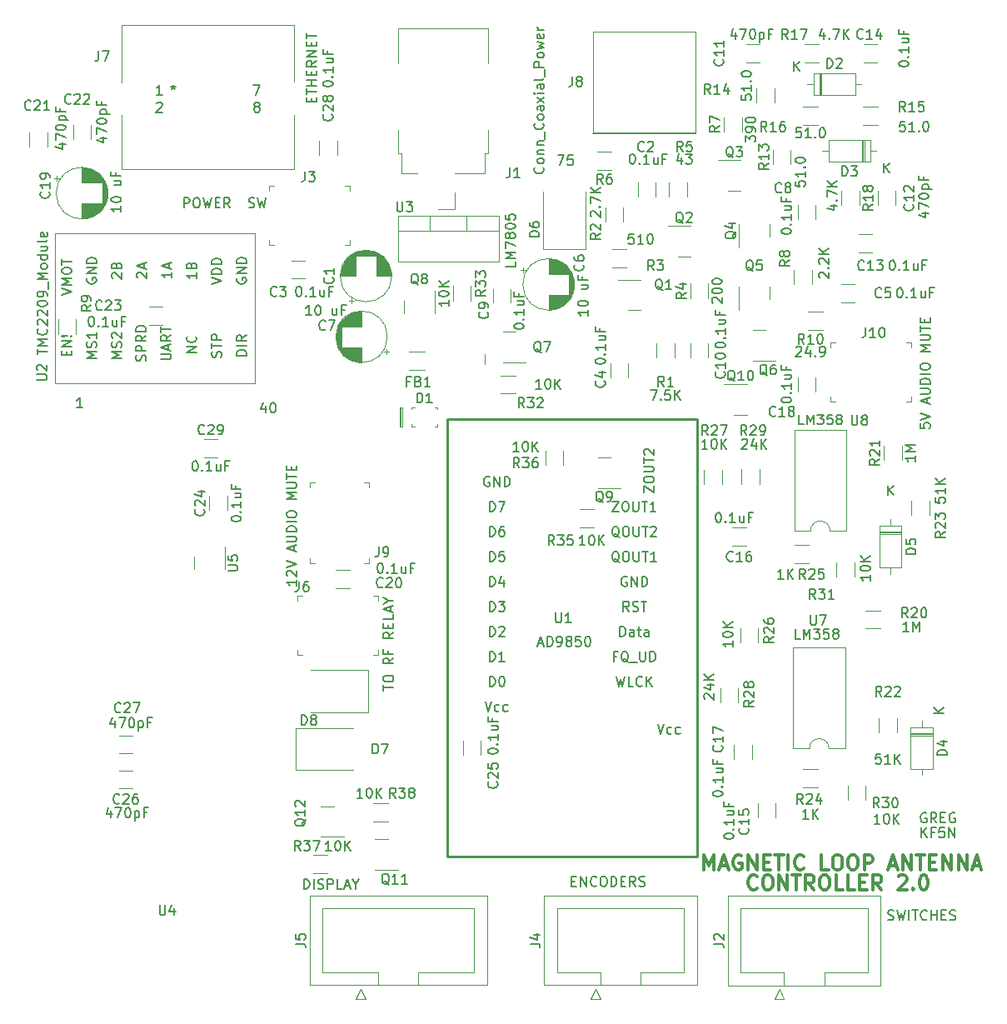
<source format=gto>
G04 #@! TF.GenerationSoftware,KiCad,Pcbnew,7.0.1-3b83917a11~172~ubuntu22.04.1*
G04 #@! TF.CreationDate,2023-04-06T16:38:57-04:00*
G04 #@! TF.ProjectId,magloop_pico,6d61676c-6f6f-4705-9f70-69636f2e6b69,1.0*
G04 #@! TF.SameCoordinates,Original*
G04 #@! TF.FileFunction,Legend,Top*
G04 #@! TF.FilePolarity,Positive*
%FSLAX46Y46*%
G04 Gerber Fmt 4.6, Leading zero omitted, Abs format (unit mm)*
G04 Created by KiCad (PCBNEW 7.0.1-3b83917a11~172~ubuntu22.04.1) date 2023-04-06 16:38:57*
%MOMM*%
%LPD*%
G01*
G04 APERTURE LIST*
%ADD10C,0.120000*%
%ADD11C,0.300000*%
%ADD12C,0.150000*%
%ADD13C,0.250000*%
%ADD14C,0.100000*%
%ADD15C,0.127000*%
G04 APERTURE END LIST*
D10*
X137668000Y-83693000D02*
X137668000Y-84709000D01*
D11*
X159989998Y-136075928D02*
X159989998Y-134575928D01*
X159989998Y-134575928D02*
X160489998Y-135647357D01*
X160489998Y-135647357D02*
X160989998Y-134575928D01*
X160989998Y-134575928D02*
X160989998Y-136075928D01*
X161632856Y-135647357D02*
X162347142Y-135647357D01*
X161489999Y-136075928D02*
X161989999Y-134575928D01*
X161989999Y-134575928D02*
X162489999Y-136075928D01*
X163775713Y-134647357D02*
X163632856Y-134575928D01*
X163632856Y-134575928D02*
X163418570Y-134575928D01*
X163418570Y-134575928D02*
X163204284Y-134647357D01*
X163204284Y-134647357D02*
X163061427Y-134790214D01*
X163061427Y-134790214D02*
X162989998Y-134933071D01*
X162989998Y-134933071D02*
X162918570Y-135218785D01*
X162918570Y-135218785D02*
X162918570Y-135433071D01*
X162918570Y-135433071D02*
X162989998Y-135718785D01*
X162989998Y-135718785D02*
X163061427Y-135861642D01*
X163061427Y-135861642D02*
X163204284Y-136004500D01*
X163204284Y-136004500D02*
X163418570Y-136075928D01*
X163418570Y-136075928D02*
X163561427Y-136075928D01*
X163561427Y-136075928D02*
X163775713Y-136004500D01*
X163775713Y-136004500D02*
X163847141Y-135933071D01*
X163847141Y-135933071D02*
X163847141Y-135433071D01*
X163847141Y-135433071D02*
X163561427Y-135433071D01*
X164489998Y-136075928D02*
X164489998Y-134575928D01*
X164489998Y-134575928D02*
X165347141Y-136075928D01*
X165347141Y-136075928D02*
X165347141Y-134575928D01*
X166061427Y-135290214D02*
X166561427Y-135290214D01*
X166775713Y-136075928D02*
X166061427Y-136075928D01*
X166061427Y-136075928D02*
X166061427Y-134575928D01*
X166061427Y-134575928D02*
X166775713Y-134575928D01*
X167204285Y-134575928D02*
X168061428Y-134575928D01*
X167632856Y-136075928D02*
X167632856Y-134575928D01*
X168561427Y-136075928D02*
X168561427Y-134575928D01*
X170132856Y-135933071D02*
X170061428Y-136004500D01*
X170061428Y-136004500D02*
X169847142Y-136075928D01*
X169847142Y-136075928D02*
X169704285Y-136075928D01*
X169704285Y-136075928D02*
X169489999Y-136004500D01*
X169489999Y-136004500D02*
X169347142Y-135861642D01*
X169347142Y-135861642D02*
X169275713Y-135718785D01*
X169275713Y-135718785D02*
X169204285Y-135433071D01*
X169204285Y-135433071D02*
X169204285Y-135218785D01*
X169204285Y-135218785D02*
X169275713Y-134933071D01*
X169275713Y-134933071D02*
X169347142Y-134790214D01*
X169347142Y-134790214D02*
X169489999Y-134647357D01*
X169489999Y-134647357D02*
X169704285Y-134575928D01*
X169704285Y-134575928D02*
X169847142Y-134575928D01*
X169847142Y-134575928D02*
X170061428Y-134647357D01*
X170061428Y-134647357D02*
X170132856Y-134718785D01*
X172632856Y-136075928D02*
X171918570Y-136075928D01*
X171918570Y-136075928D02*
X171918570Y-134575928D01*
X173418571Y-134575928D02*
X173704285Y-134575928D01*
X173704285Y-134575928D02*
X173847142Y-134647357D01*
X173847142Y-134647357D02*
X173989999Y-134790214D01*
X173989999Y-134790214D02*
X174061428Y-135075928D01*
X174061428Y-135075928D02*
X174061428Y-135575928D01*
X174061428Y-135575928D02*
X173989999Y-135861642D01*
X173989999Y-135861642D02*
X173847142Y-136004500D01*
X173847142Y-136004500D02*
X173704285Y-136075928D01*
X173704285Y-136075928D02*
X173418571Y-136075928D01*
X173418571Y-136075928D02*
X173275714Y-136004500D01*
X173275714Y-136004500D02*
X173132856Y-135861642D01*
X173132856Y-135861642D02*
X173061428Y-135575928D01*
X173061428Y-135575928D02*
X173061428Y-135075928D01*
X173061428Y-135075928D02*
X173132856Y-134790214D01*
X173132856Y-134790214D02*
X173275714Y-134647357D01*
X173275714Y-134647357D02*
X173418571Y-134575928D01*
X174990000Y-134575928D02*
X175275714Y-134575928D01*
X175275714Y-134575928D02*
X175418571Y-134647357D01*
X175418571Y-134647357D02*
X175561428Y-134790214D01*
X175561428Y-134790214D02*
X175632857Y-135075928D01*
X175632857Y-135075928D02*
X175632857Y-135575928D01*
X175632857Y-135575928D02*
X175561428Y-135861642D01*
X175561428Y-135861642D02*
X175418571Y-136004500D01*
X175418571Y-136004500D02*
X175275714Y-136075928D01*
X175275714Y-136075928D02*
X174990000Y-136075928D01*
X174990000Y-136075928D02*
X174847143Y-136004500D01*
X174847143Y-136004500D02*
X174704285Y-135861642D01*
X174704285Y-135861642D02*
X174632857Y-135575928D01*
X174632857Y-135575928D02*
X174632857Y-135075928D01*
X174632857Y-135075928D02*
X174704285Y-134790214D01*
X174704285Y-134790214D02*
X174847143Y-134647357D01*
X174847143Y-134647357D02*
X174990000Y-134575928D01*
X176275714Y-136075928D02*
X176275714Y-134575928D01*
X176275714Y-134575928D02*
X176847143Y-134575928D01*
X176847143Y-134575928D02*
X176990000Y-134647357D01*
X176990000Y-134647357D02*
X177061429Y-134718785D01*
X177061429Y-134718785D02*
X177132857Y-134861642D01*
X177132857Y-134861642D02*
X177132857Y-135075928D01*
X177132857Y-135075928D02*
X177061429Y-135218785D01*
X177061429Y-135218785D02*
X176990000Y-135290214D01*
X176990000Y-135290214D02*
X176847143Y-135361642D01*
X176847143Y-135361642D02*
X176275714Y-135361642D01*
X178847143Y-135647357D02*
X179561429Y-135647357D01*
X178704286Y-136075928D02*
X179204286Y-134575928D01*
X179204286Y-134575928D02*
X179704286Y-136075928D01*
X180204285Y-136075928D02*
X180204285Y-134575928D01*
X180204285Y-134575928D02*
X181061428Y-136075928D01*
X181061428Y-136075928D02*
X181061428Y-134575928D01*
X181561429Y-134575928D02*
X182418572Y-134575928D01*
X181990000Y-136075928D02*
X181990000Y-134575928D01*
X182918571Y-135290214D02*
X183418571Y-135290214D01*
X183632857Y-136075928D02*
X182918571Y-136075928D01*
X182918571Y-136075928D02*
X182918571Y-134575928D01*
X182918571Y-134575928D02*
X183632857Y-134575928D01*
X184275714Y-136075928D02*
X184275714Y-134575928D01*
X184275714Y-134575928D02*
X185132857Y-136075928D01*
X185132857Y-136075928D02*
X185132857Y-134575928D01*
X185847143Y-136075928D02*
X185847143Y-134575928D01*
X185847143Y-134575928D02*
X186704286Y-136075928D01*
X186704286Y-136075928D02*
X186704286Y-134575928D01*
X187347144Y-135647357D02*
X188061430Y-135647357D01*
X187204287Y-136075928D02*
X187704287Y-134575928D01*
X187704287Y-134575928D02*
X188204287Y-136075928D01*
D12*
X178689429Y-141131000D02*
X178832286Y-141178619D01*
X178832286Y-141178619D02*
X179070381Y-141178619D01*
X179070381Y-141178619D02*
X179165619Y-141131000D01*
X179165619Y-141131000D02*
X179213238Y-141083380D01*
X179213238Y-141083380D02*
X179260857Y-140988142D01*
X179260857Y-140988142D02*
X179260857Y-140892904D01*
X179260857Y-140892904D02*
X179213238Y-140797666D01*
X179213238Y-140797666D02*
X179165619Y-140750047D01*
X179165619Y-140750047D02*
X179070381Y-140702428D01*
X179070381Y-140702428D02*
X178879905Y-140654809D01*
X178879905Y-140654809D02*
X178784667Y-140607190D01*
X178784667Y-140607190D02*
X178737048Y-140559571D01*
X178737048Y-140559571D02*
X178689429Y-140464333D01*
X178689429Y-140464333D02*
X178689429Y-140369095D01*
X178689429Y-140369095D02*
X178737048Y-140273857D01*
X178737048Y-140273857D02*
X178784667Y-140226238D01*
X178784667Y-140226238D02*
X178879905Y-140178619D01*
X178879905Y-140178619D02*
X179118000Y-140178619D01*
X179118000Y-140178619D02*
X179260857Y-140226238D01*
X179594191Y-140178619D02*
X179832286Y-141178619D01*
X179832286Y-141178619D02*
X180022762Y-140464333D01*
X180022762Y-140464333D02*
X180213238Y-141178619D01*
X180213238Y-141178619D02*
X180451334Y-140178619D01*
X180832286Y-141178619D02*
X180832286Y-140178619D01*
X181165619Y-140178619D02*
X181737047Y-140178619D01*
X181451333Y-141178619D02*
X181451333Y-140178619D01*
X182641809Y-141083380D02*
X182594190Y-141131000D01*
X182594190Y-141131000D02*
X182451333Y-141178619D01*
X182451333Y-141178619D02*
X182356095Y-141178619D01*
X182356095Y-141178619D02*
X182213238Y-141131000D01*
X182213238Y-141131000D02*
X182118000Y-141035761D01*
X182118000Y-141035761D02*
X182070381Y-140940523D01*
X182070381Y-140940523D02*
X182022762Y-140750047D01*
X182022762Y-140750047D02*
X182022762Y-140607190D01*
X182022762Y-140607190D02*
X182070381Y-140416714D01*
X182070381Y-140416714D02*
X182118000Y-140321476D01*
X182118000Y-140321476D02*
X182213238Y-140226238D01*
X182213238Y-140226238D02*
X182356095Y-140178619D01*
X182356095Y-140178619D02*
X182451333Y-140178619D01*
X182451333Y-140178619D02*
X182594190Y-140226238D01*
X182594190Y-140226238D02*
X182641809Y-140273857D01*
X183070381Y-141178619D02*
X183070381Y-140178619D01*
X183070381Y-140654809D02*
X183641809Y-140654809D01*
X183641809Y-141178619D02*
X183641809Y-140178619D01*
X184118000Y-140654809D02*
X184451333Y-140654809D01*
X184594190Y-141178619D02*
X184118000Y-141178619D01*
X184118000Y-141178619D02*
X184118000Y-140178619D01*
X184118000Y-140178619D02*
X184594190Y-140178619D01*
X184975143Y-141131000D02*
X185118000Y-141178619D01*
X185118000Y-141178619D02*
X185356095Y-141178619D01*
X185356095Y-141178619D02*
X185451333Y-141131000D01*
X185451333Y-141131000D02*
X185498952Y-141083380D01*
X185498952Y-141083380D02*
X185546571Y-140988142D01*
X185546571Y-140988142D02*
X185546571Y-140892904D01*
X185546571Y-140892904D02*
X185498952Y-140797666D01*
X185498952Y-140797666D02*
X185451333Y-140750047D01*
X185451333Y-140750047D02*
X185356095Y-140702428D01*
X185356095Y-140702428D02*
X185165619Y-140654809D01*
X185165619Y-140654809D02*
X185070381Y-140607190D01*
X185070381Y-140607190D02*
X185022762Y-140559571D01*
X185022762Y-140559571D02*
X184975143Y-140464333D01*
X184975143Y-140464333D02*
X184975143Y-140369095D01*
X184975143Y-140369095D02*
X185022762Y-140273857D01*
X185022762Y-140273857D02*
X185070381Y-140226238D01*
X185070381Y-140226238D02*
X185165619Y-140178619D01*
X185165619Y-140178619D02*
X185403714Y-140178619D01*
X185403714Y-140178619D02*
X185546571Y-140226238D01*
D11*
X165394713Y-137965071D02*
X165323285Y-138036500D01*
X165323285Y-138036500D02*
X165108999Y-138107928D01*
X165108999Y-138107928D02*
X164966142Y-138107928D01*
X164966142Y-138107928D02*
X164751856Y-138036500D01*
X164751856Y-138036500D02*
X164608999Y-137893642D01*
X164608999Y-137893642D02*
X164537570Y-137750785D01*
X164537570Y-137750785D02*
X164466142Y-137465071D01*
X164466142Y-137465071D02*
X164466142Y-137250785D01*
X164466142Y-137250785D02*
X164537570Y-136965071D01*
X164537570Y-136965071D02*
X164608999Y-136822214D01*
X164608999Y-136822214D02*
X164751856Y-136679357D01*
X164751856Y-136679357D02*
X164966142Y-136607928D01*
X164966142Y-136607928D02*
X165108999Y-136607928D01*
X165108999Y-136607928D02*
X165323285Y-136679357D01*
X165323285Y-136679357D02*
X165394713Y-136750785D01*
X166323285Y-136607928D02*
X166608999Y-136607928D01*
X166608999Y-136607928D02*
X166751856Y-136679357D01*
X166751856Y-136679357D02*
X166894713Y-136822214D01*
X166894713Y-136822214D02*
X166966142Y-137107928D01*
X166966142Y-137107928D02*
X166966142Y-137607928D01*
X166966142Y-137607928D02*
X166894713Y-137893642D01*
X166894713Y-137893642D02*
X166751856Y-138036500D01*
X166751856Y-138036500D02*
X166608999Y-138107928D01*
X166608999Y-138107928D02*
X166323285Y-138107928D01*
X166323285Y-138107928D02*
X166180428Y-138036500D01*
X166180428Y-138036500D02*
X166037570Y-137893642D01*
X166037570Y-137893642D02*
X165966142Y-137607928D01*
X165966142Y-137607928D02*
X165966142Y-137107928D01*
X165966142Y-137107928D02*
X166037570Y-136822214D01*
X166037570Y-136822214D02*
X166180428Y-136679357D01*
X166180428Y-136679357D02*
X166323285Y-136607928D01*
X167608999Y-138107928D02*
X167608999Y-136607928D01*
X167608999Y-136607928D02*
X168466142Y-138107928D01*
X168466142Y-138107928D02*
X168466142Y-136607928D01*
X168966143Y-136607928D02*
X169823286Y-136607928D01*
X169394714Y-138107928D02*
X169394714Y-136607928D01*
X171180428Y-138107928D02*
X170680428Y-137393642D01*
X170323285Y-138107928D02*
X170323285Y-136607928D01*
X170323285Y-136607928D02*
X170894714Y-136607928D01*
X170894714Y-136607928D02*
X171037571Y-136679357D01*
X171037571Y-136679357D02*
X171109000Y-136750785D01*
X171109000Y-136750785D02*
X171180428Y-136893642D01*
X171180428Y-136893642D02*
X171180428Y-137107928D01*
X171180428Y-137107928D02*
X171109000Y-137250785D01*
X171109000Y-137250785D02*
X171037571Y-137322214D01*
X171037571Y-137322214D02*
X170894714Y-137393642D01*
X170894714Y-137393642D02*
X170323285Y-137393642D01*
X172109000Y-136607928D02*
X172394714Y-136607928D01*
X172394714Y-136607928D02*
X172537571Y-136679357D01*
X172537571Y-136679357D02*
X172680428Y-136822214D01*
X172680428Y-136822214D02*
X172751857Y-137107928D01*
X172751857Y-137107928D02*
X172751857Y-137607928D01*
X172751857Y-137607928D02*
X172680428Y-137893642D01*
X172680428Y-137893642D02*
X172537571Y-138036500D01*
X172537571Y-138036500D02*
X172394714Y-138107928D01*
X172394714Y-138107928D02*
X172109000Y-138107928D01*
X172109000Y-138107928D02*
X171966143Y-138036500D01*
X171966143Y-138036500D02*
X171823285Y-137893642D01*
X171823285Y-137893642D02*
X171751857Y-137607928D01*
X171751857Y-137607928D02*
X171751857Y-137107928D01*
X171751857Y-137107928D02*
X171823285Y-136822214D01*
X171823285Y-136822214D02*
X171966143Y-136679357D01*
X171966143Y-136679357D02*
X172109000Y-136607928D01*
X174109000Y-138107928D02*
X173394714Y-138107928D01*
X173394714Y-138107928D02*
X173394714Y-136607928D01*
X175323286Y-138107928D02*
X174609000Y-138107928D01*
X174609000Y-138107928D02*
X174609000Y-136607928D01*
X175823286Y-137322214D02*
X176323286Y-137322214D01*
X176537572Y-138107928D02*
X175823286Y-138107928D01*
X175823286Y-138107928D02*
X175823286Y-136607928D01*
X175823286Y-136607928D02*
X176537572Y-136607928D01*
X178037572Y-138107928D02*
X177537572Y-137393642D01*
X177180429Y-138107928D02*
X177180429Y-136607928D01*
X177180429Y-136607928D02*
X177751858Y-136607928D01*
X177751858Y-136607928D02*
X177894715Y-136679357D01*
X177894715Y-136679357D02*
X177966144Y-136750785D01*
X177966144Y-136750785D02*
X178037572Y-136893642D01*
X178037572Y-136893642D02*
X178037572Y-137107928D01*
X178037572Y-137107928D02*
X177966144Y-137250785D01*
X177966144Y-137250785D02*
X177894715Y-137322214D01*
X177894715Y-137322214D02*
X177751858Y-137393642D01*
X177751858Y-137393642D02*
X177180429Y-137393642D01*
X179751858Y-136750785D02*
X179823286Y-136679357D01*
X179823286Y-136679357D02*
X179966144Y-136607928D01*
X179966144Y-136607928D02*
X180323286Y-136607928D01*
X180323286Y-136607928D02*
X180466144Y-136679357D01*
X180466144Y-136679357D02*
X180537572Y-136750785D01*
X180537572Y-136750785D02*
X180609001Y-136893642D01*
X180609001Y-136893642D02*
X180609001Y-137036500D01*
X180609001Y-137036500D02*
X180537572Y-137250785D01*
X180537572Y-137250785D02*
X179680429Y-138107928D01*
X179680429Y-138107928D02*
X180609001Y-138107928D01*
X181251857Y-137965071D02*
X181323286Y-138036500D01*
X181323286Y-138036500D02*
X181251857Y-138107928D01*
X181251857Y-138107928D02*
X181180429Y-138036500D01*
X181180429Y-138036500D02*
X181251857Y-137965071D01*
X181251857Y-137965071D02*
X181251857Y-138107928D01*
X182251858Y-136607928D02*
X182394715Y-136607928D01*
X182394715Y-136607928D02*
X182537572Y-136679357D01*
X182537572Y-136679357D02*
X182609001Y-136750785D01*
X182609001Y-136750785D02*
X182680429Y-136893642D01*
X182680429Y-136893642D02*
X182751858Y-137179357D01*
X182751858Y-137179357D02*
X182751858Y-137536500D01*
X182751858Y-137536500D02*
X182680429Y-137822214D01*
X182680429Y-137822214D02*
X182609001Y-137965071D01*
X182609001Y-137965071D02*
X182537572Y-138036500D01*
X182537572Y-138036500D02*
X182394715Y-138107928D01*
X182394715Y-138107928D02*
X182251858Y-138107928D01*
X182251858Y-138107928D02*
X182109001Y-138036500D01*
X182109001Y-138036500D02*
X182037572Y-137965071D01*
X182037572Y-137965071D02*
X181966143Y-137822214D01*
X181966143Y-137822214D02*
X181894715Y-137536500D01*
X181894715Y-137536500D02*
X181894715Y-137179357D01*
X181894715Y-137179357D02*
X181966143Y-136893642D01*
X181966143Y-136893642D02*
X182037572Y-136750785D01*
X182037572Y-136750785D02*
X182109001Y-136679357D01*
X182109001Y-136679357D02*
X182251858Y-136607928D01*
D12*
X146550524Y-137225809D02*
X146883857Y-137225809D01*
X147026714Y-137749619D02*
X146550524Y-137749619D01*
X146550524Y-137749619D02*
X146550524Y-136749619D01*
X146550524Y-136749619D02*
X147026714Y-136749619D01*
X147455286Y-137749619D02*
X147455286Y-136749619D01*
X147455286Y-136749619D02*
X148026714Y-137749619D01*
X148026714Y-137749619D02*
X148026714Y-136749619D01*
X149074333Y-137654380D02*
X149026714Y-137702000D01*
X149026714Y-137702000D02*
X148883857Y-137749619D01*
X148883857Y-137749619D02*
X148788619Y-137749619D01*
X148788619Y-137749619D02*
X148645762Y-137702000D01*
X148645762Y-137702000D02*
X148550524Y-137606761D01*
X148550524Y-137606761D02*
X148502905Y-137511523D01*
X148502905Y-137511523D02*
X148455286Y-137321047D01*
X148455286Y-137321047D02*
X148455286Y-137178190D01*
X148455286Y-137178190D02*
X148502905Y-136987714D01*
X148502905Y-136987714D02*
X148550524Y-136892476D01*
X148550524Y-136892476D02*
X148645762Y-136797238D01*
X148645762Y-136797238D02*
X148788619Y-136749619D01*
X148788619Y-136749619D02*
X148883857Y-136749619D01*
X148883857Y-136749619D02*
X149026714Y-136797238D01*
X149026714Y-136797238D02*
X149074333Y-136844857D01*
X149693381Y-136749619D02*
X149883857Y-136749619D01*
X149883857Y-136749619D02*
X149979095Y-136797238D01*
X149979095Y-136797238D02*
X150074333Y-136892476D01*
X150074333Y-136892476D02*
X150121952Y-137082952D01*
X150121952Y-137082952D02*
X150121952Y-137416285D01*
X150121952Y-137416285D02*
X150074333Y-137606761D01*
X150074333Y-137606761D02*
X149979095Y-137702000D01*
X149979095Y-137702000D02*
X149883857Y-137749619D01*
X149883857Y-137749619D02*
X149693381Y-137749619D01*
X149693381Y-137749619D02*
X149598143Y-137702000D01*
X149598143Y-137702000D02*
X149502905Y-137606761D01*
X149502905Y-137606761D02*
X149455286Y-137416285D01*
X149455286Y-137416285D02*
X149455286Y-137082952D01*
X149455286Y-137082952D02*
X149502905Y-136892476D01*
X149502905Y-136892476D02*
X149598143Y-136797238D01*
X149598143Y-136797238D02*
X149693381Y-136749619D01*
X150550524Y-137749619D02*
X150550524Y-136749619D01*
X150550524Y-136749619D02*
X150788619Y-136749619D01*
X150788619Y-136749619D02*
X150931476Y-136797238D01*
X150931476Y-136797238D02*
X151026714Y-136892476D01*
X151026714Y-136892476D02*
X151074333Y-136987714D01*
X151074333Y-136987714D02*
X151121952Y-137178190D01*
X151121952Y-137178190D02*
X151121952Y-137321047D01*
X151121952Y-137321047D02*
X151074333Y-137511523D01*
X151074333Y-137511523D02*
X151026714Y-137606761D01*
X151026714Y-137606761D02*
X150931476Y-137702000D01*
X150931476Y-137702000D02*
X150788619Y-137749619D01*
X150788619Y-137749619D02*
X150550524Y-137749619D01*
X151550524Y-137225809D02*
X151883857Y-137225809D01*
X152026714Y-137749619D02*
X151550524Y-137749619D01*
X151550524Y-137749619D02*
X151550524Y-136749619D01*
X151550524Y-136749619D02*
X152026714Y-136749619D01*
X153026714Y-137749619D02*
X152693381Y-137273428D01*
X152455286Y-137749619D02*
X152455286Y-136749619D01*
X152455286Y-136749619D02*
X152836238Y-136749619D01*
X152836238Y-136749619D02*
X152931476Y-136797238D01*
X152931476Y-136797238D02*
X152979095Y-136844857D01*
X152979095Y-136844857D02*
X153026714Y-136940095D01*
X153026714Y-136940095D02*
X153026714Y-137082952D01*
X153026714Y-137082952D02*
X152979095Y-137178190D01*
X152979095Y-137178190D02*
X152931476Y-137225809D01*
X152931476Y-137225809D02*
X152836238Y-137273428D01*
X152836238Y-137273428D02*
X152455286Y-137273428D01*
X153407667Y-137702000D02*
X153550524Y-137749619D01*
X153550524Y-137749619D02*
X153788619Y-137749619D01*
X153788619Y-137749619D02*
X153883857Y-137702000D01*
X153883857Y-137702000D02*
X153931476Y-137654380D01*
X153931476Y-137654380D02*
X153979095Y-137559142D01*
X153979095Y-137559142D02*
X153979095Y-137463904D01*
X153979095Y-137463904D02*
X153931476Y-137368666D01*
X153931476Y-137368666D02*
X153883857Y-137321047D01*
X153883857Y-137321047D02*
X153788619Y-137273428D01*
X153788619Y-137273428D02*
X153598143Y-137225809D01*
X153598143Y-137225809D02*
X153502905Y-137178190D01*
X153502905Y-137178190D02*
X153455286Y-137130571D01*
X153455286Y-137130571D02*
X153407667Y-137035333D01*
X153407667Y-137035333D02*
X153407667Y-136940095D01*
X153407667Y-136940095D02*
X153455286Y-136844857D01*
X153455286Y-136844857D02*
X153502905Y-136797238D01*
X153502905Y-136797238D02*
X153598143Y-136749619D01*
X153598143Y-136749619D02*
X153836238Y-136749619D01*
X153836238Y-136749619D02*
X153979095Y-136797238D01*
X115411285Y-88949952D02*
X115411285Y-89616619D01*
X115173190Y-88569000D02*
X114935095Y-89283285D01*
X114935095Y-89283285D02*
X115554142Y-89283285D01*
X116125571Y-88616619D02*
X116220809Y-88616619D01*
X116220809Y-88616619D02*
X116316047Y-88664238D01*
X116316047Y-88664238D02*
X116363666Y-88711857D01*
X116363666Y-88711857D02*
X116411285Y-88807095D01*
X116411285Y-88807095D02*
X116458904Y-88997571D01*
X116458904Y-88997571D02*
X116458904Y-89235666D01*
X116458904Y-89235666D02*
X116411285Y-89426142D01*
X116411285Y-89426142D02*
X116363666Y-89521380D01*
X116363666Y-89521380D02*
X116316047Y-89569000D01*
X116316047Y-89569000D02*
X116220809Y-89616619D01*
X116220809Y-89616619D02*
X116125571Y-89616619D01*
X116125571Y-89616619D02*
X116030333Y-89569000D01*
X116030333Y-89569000D02*
X115982714Y-89521380D01*
X115982714Y-89521380D02*
X115935095Y-89426142D01*
X115935095Y-89426142D02*
X115887476Y-89235666D01*
X115887476Y-89235666D02*
X115887476Y-88997571D01*
X115887476Y-88997571D02*
X115935095Y-88807095D01*
X115935095Y-88807095D02*
X115982714Y-88711857D01*
X115982714Y-88711857D02*
X116030333Y-88664238D01*
X116030333Y-88664238D02*
X116125571Y-88616619D01*
X182078524Y-132796619D02*
X182078524Y-131796619D01*
X182649952Y-132796619D02*
X182221381Y-132225190D01*
X182649952Y-131796619D02*
X182078524Y-132368047D01*
X183411857Y-132272809D02*
X183078524Y-132272809D01*
X183078524Y-132796619D02*
X183078524Y-131796619D01*
X183078524Y-131796619D02*
X183554714Y-131796619D01*
X184411857Y-131796619D02*
X183935667Y-131796619D01*
X183935667Y-131796619D02*
X183888048Y-132272809D01*
X183888048Y-132272809D02*
X183935667Y-132225190D01*
X183935667Y-132225190D02*
X184030905Y-132177571D01*
X184030905Y-132177571D02*
X184269000Y-132177571D01*
X184269000Y-132177571D02*
X184364238Y-132225190D01*
X184364238Y-132225190D02*
X184411857Y-132272809D01*
X184411857Y-132272809D02*
X184459476Y-132368047D01*
X184459476Y-132368047D02*
X184459476Y-132606142D01*
X184459476Y-132606142D02*
X184411857Y-132701380D01*
X184411857Y-132701380D02*
X184364238Y-132749000D01*
X184364238Y-132749000D02*
X184269000Y-132796619D01*
X184269000Y-132796619D02*
X184030905Y-132796619D01*
X184030905Y-132796619D02*
X183935667Y-132749000D01*
X183935667Y-132749000D02*
X183888048Y-132701380D01*
X184888048Y-132796619D02*
X184888048Y-131796619D01*
X184888048Y-131796619D02*
X185459476Y-132796619D01*
X185459476Y-132796619D02*
X185459476Y-131796619D01*
X96805714Y-89108619D02*
X96234286Y-89108619D01*
X96520000Y-89108619D02*
X96520000Y-88108619D01*
X96520000Y-88108619D02*
X96424762Y-88251476D01*
X96424762Y-88251476D02*
X96329524Y-88346714D01*
X96329524Y-88346714D02*
X96234286Y-88394333D01*
X182578523Y-130320238D02*
X182483285Y-130272619D01*
X182483285Y-130272619D02*
X182340428Y-130272619D01*
X182340428Y-130272619D02*
X182197571Y-130320238D01*
X182197571Y-130320238D02*
X182102333Y-130415476D01*
X182102333Y-130415476D02*
X182054714Y-130510714D01*
X182054714Y-130510714D02*
X182007095Y-130701190D01*
X182007095Y-130701190D02*
X182007095Y-130844047D01*
X182007095Y-130844047D02*
X182054714Y-131034523D01*
X182054714Y-131034523D02*
X182102333Y-131129761D01*
X182102333Y-131129761D02*
X182197571Y-131225000D01*
X182197571Y-131225000D02*
X182340428Y-131272619D01*
X182340428Y-131272619D02*
X182435666Y-131272619D01*
X182435666Y-131272619D02*
X182578523Y-131225000D01*
X182578523Y-131225000D02*
X182626142Y-131177380D01*
X182626142Y-131177380D02*
X182626142Y-130844047D01*
X182626142Y-130844047D02*
X182435666Y-130844047D01*
X183626142Y-131272619D02*
X183292809Y-130796428D01*
X183054714Y-131272619D02*
X183054714Y-130272619D01*
X183054714Y-130272619D02*
X183435666Y-130272619D01*
X183435666Y-130272619D02*
X183530904Y-130320238D01*
X183530904Y-130320238D02*
X183578523Y-130367857D01*
X183578523Y-130367857D02*
X183626142Y-130463095D01*
X183626142Y-130463095D02*
X183626142Y-130605952D01*
X183626142Y-130605952D02*
X183578523Y-130701190D01*
X183578523Y-130701190D02*
X183530904Y-130748809D01*
X183530904Y-130748809D02*
X183435666Y-130796428D01*
X183435666Y-130796428D02*
X183054714Y-130796428D01*
X184054714Y-130748809D02*
X184388047Y-130748809D01*
X184530904Y-131272619D02*
X184054714Y-131272619D01*
X184054714Y-131272619D02*
X184054714Y-130272619D01*
X184054714Y-130272619D02*
X184530904Y-130272619D01*
X185483285Y-130320238D02*
X185388047Y-130272619D01*
X185388047Y-130272619D02*
X185245190Y-130272619D01*
X185245190Y-130272619D02*
X185102333Y-130320238D01*
X185102333Y-130320238D02*
X185007095Y-130415476D01*
X185007095Y-130415476D02*
X184959476Y-130510714D01*
X184959476Y-130510714D02*
X184911857Y-130701190D01*
X184911857Y-130701190D02*
X184911857Y-130844047D01*
X184911857Y-130844047D02*
X184959476Y-131034523D01*
X184959476Y-131034523D02*
X185007095Y-131129761D01*
X185007095Y-131129761D02*
X185102333Y-131225000D01*
X185102333Y-131225000D02*
X185245190Y-131272619D01*
X185245190Y-131272619D02*
X185340428Y-131272619D01*
X185340428Y-131272619D02*
X185483285Y-131225000D01*
X185483285Y-131225000D02*
X185530904Y-131177380D01*
X185530904Y-131177380D02*
X185530904Y-130844047D01*
X185530904Y-130844047D02*
X185340428Y-130844047D01*
X119311905Y-138012619D02*
X119311905Y-137012619D01*
X119311905Y-137012619D02*
X119550000Y-137012619D01*
X119550000Y-137012619D02*
X119692857Y-137060238D01*
X119692857Y-137060238D02*
X119788095Y-137155476D01*
X119788095Y-137155476D02*
X119835714Y-137250714D01*
X119835714Y-137250714D02*
X119883333Y-137441190D01*
X119883333Y-137441190D02*
X119883333Y-137584047D01*
X119883333Y-137584047D02*
X119835714Y-137774523D01*
X119835714Y-137774523D02*
X119788095Y-137869761D01*
X119788095Y-137869761D02*
X119692857Y-137965000D01*
X119692857Y-137965000D02*
X119550000Y-138012619D01*
X119550000Y-138012619D02*
X119311905Y-138012619D01*
X120311905Y-138012619D02*
X120311905Y-137012619D01*
X120740476Y-137965000D02*
X120883333Y-138012619D01*
X120883333Y-138012619D02*
X121121428Y-138012619D01*
X121121428Y-138012619D02*
X121216666Y-137965000D01*
X121216666Y-137965000D02*
X121264285Y-137917380D01*
X121264285Y-137917380D02*
X121311904Y-137822142D01*
X121311904Y-137822142D02*
X121311904Y-137726904D01*
X121311904Y-137726904D02*
X121264285Y-137631666D01*
X121264285Y-137631666D02*
X121216666Y-137584047D01*
X121216666Y-137584047D02*
X121121428Y-137536428D01*
X121121428Y-137536428D02*
X120930952Y-137488809D01*
X120930952Y-137488809D02*
X120835714Y-137441190D01*
X120835714Y-137441190D02*
X120788095Y-137393571D01*
X120788095Y-137393571D02*
X120740476Y-137298333D01*
X120740476Y-137298333D02*
X120740476Y-137203095D01*
X120740476Y-137203095D02*
X120788095Y-137107857D01*
X120788095Y-137107857D02*
X120835714Y-137060238D01*
X120835714Y-137060238D02*
X120930952Y-137012619D01*
X120930952Y-137012619D02*
X121169047Y-137012619D01*
X121169047Y-137012619D02*
X121311904Y-137060238D01*
X121740476Y-138012619D02*
X121740476Y-137012619D01*
X121740476Y-137012619D02*
X122121428Y-137012619D01*
X122121428Y-137012619D02*
X122216666Y-137060238D01*
X122216666Y-137060238D02*
X122264285Y-137107857D01*
X122264285Y-137107857D02*
X122311904Y-137203095D01*
X122311904Y-137203095D02*
X122311904Y-137345952D01*
X122311904Y-137345952D02*
X122264285Y-137441190D01*
X122264285Y-137441190D02*
X122216666Y-137488809D01*
X122216666Y-137488809D02*
X122121428Y-137536428D01*
X122121428Y-137536428D02*
X121740476Y-137536428D01*
X123216666Y-138012619D02*
X122740476Y-138012619D01*
X122740476Y-138012619D02*
X122740476Y-137012619D01*
X123502381Y-137726904D02*
X123978571Y-137726904D01*
X123407143Y-138012619D02*
X123740476Y-137012619D01*
X123740476Y-137012619D02*
X124073809Y-138012619D01*
X124597619Y-137536428D02*
X124597619Y-138012619D01*
X124264286Y-137012619D02*
X124597619Y-137536428D01*
X124597619Y-137536428D02*
X124930952Y-137012619D01*
X92177619Y-86301904D02*
X92987142Y-86301904D01*
X92987142Y-86301904D02*
X93082380Y-86254285D01*
X93082380Y-86254285D02*
X93130000Y-86206666D01*
X93130000Y-86206666D02*
X93177619Y-86111428D01*
X93177619Y-86111428D02*
X93177619Y-85920952D01*
X93177619Y-85920952D02*
X93130000Y-85825714D01*
X93130000Y-85825714D02*
X93082380Y-85778095D01*
X93082380Y-85778095D02*
X92987142Y-85730476D01*
X92987142Y-85730476D02*
X92177619Y-85730476D01*
X92272857Y-85301904D02*
X92225238Y-85254285D01*
X92225238Y-85254285D02*
X92177619Y-85159047D01*
X92177619Y-85159047D02*
X92177619Y-84920952D01*
X92177619Y-84920952D02*
X92225238Y-84825714D01*
X92225238Y-84825714D02*
X92272857Y-84778095D01*
X92272857Y-84778095D02*
X92368095Y-84730476D01*
X92368095Y-84730476D02*
X92463333Y-84730476D01*
X92463333Y-84730476D02*
X92606190Y-84778095D01*
X92606190Y-84778095D02*
X93177619Y-85349523D01*
X93177619Y-85349523D02*
X93177619Y-84730476D01*
X92227619Y-83711904D02*
X92227619Y-83140476D01*
X93227619Y-83426190D02*
X92227619Y-83426190D01*
X93227619Y-82807142D02*
X92227619Y-82807142D01*
X92227619Y-82807142D02*
X92941904Y-82473809D01*
X92941904Y-82473809D02*
X92227619Y-82140476D01*
X92227619Y-82140476D02*
X93227619Y-82140476D01*
X93132380Y-81092857D02*
X93180000Y-81140476D01*
X93180000Y-81140476D02*
X93227619Y-81283333D01*
X93227619Y-81283333D02*
X93227619Y-81378571D01*
X93227619Y-81378571D02*
X93180000Y-81521428D01*
X93180000Y-81521428D02*
X93084761Y-81616666D01*
X93084761Y-81616666D02*
X92989523Y-81664285D01*
X92989523Y-81664285D02*
X92799047Y-81711904D01*
X92799047Y-81711904D02*
X92656190Y-81711904D01*
X92656190Y-81711904D02*
X92465714Y-81664285D01*
X92465714Y-81664285D02*
X92370476Y-81616666D01*
X92370476Y-81616666D02*
X92275238Y-81521428D01*
X92275238Y-81521428D02*
X92227619Y-81378571D01*
X92227619Y-81378571D02*
X92227619Y-81283333D01*
X92227619Y-81283333D02*
X92275238Y-81140476D01*
X92275238Y-81140476D02*
X92322857Y-81092857D01*
X92322857Y-80711904D02*
X92275238Y-80664285D01*
X92275238Y-80664285D02*
X92227619Y-80569047D01*
X92227619Y-80569047D02*
X92227619Y-80330952D01*
X92227619Y-80330952D02*
X92275238Y-80235714D01*
X92275238Y-80235714D02*
X92322857Y-80188095D01*
X92322857Y-80188095D02*
X92418095Y-80140476D01*
X92418095Y-80140476D02*
X92513333Y-80140476D01*
X92513333Y-80140476D02*
X92656190Y-80188095D01*
X92656190Y-80188095D02*
X93227619Y-80759523D01*
X93227619Y-80759523D02*
X93227619Y-80140476D01*
X92322857Y-79759523D02*
X92275238Y-79711904D01*
X92275238Y-79711904D02*
X92227619Y-79616666D01*
X92227619Y-79616666D02*
X92227619Y-79378571D01*
X92227619Y-79378571D02*
X92275238Y-79283333D01*
X92275238Y-79283333D02*
X92322857Y-79235714D01*
X92322857Y-79235714D02*
X92418095Y-79188095D01*
X92418095Y-79188095D02*
X92513333Y-79188095D01*
X92513333Y-79188095D02*
X92656190Y-79235714D01*
X92656190Y-79235714D02*
X93227619Y-79807142D01*
X93227619Y-79807142D02*
X93227619Y-79188095D01*
X92227619Y-78569047D02*
X92227619Y-78473809D01*
X92227619Y-78473809D02*
X92275238Y-78378571D01*
X92275238Y-78378571D02*
X92322857Y-78330952D01*
X92322857Y-78330952D02*
X92418095Y-78283333D01*
X92418095Y-78283333D02*
X92608571Y-78235714D01*
X92608571Y-78235714D02*
X92846666Y-78235714D01*
X92846666Y-78235714D02*
X93037142Y-78283333D01*
X93037142Y-78283333D02*
X93132380Y-78330952D01*
X93132380Y-78330952D02*
X93180000Y-78378571D01*
X93180000Y-78378571D02*
X93227619Y-78473809D01*
X93227619Y-78473809D02*
X93227619Y-78569047D01*
X93227619Y-78569047D02*
X93180000Y-78664285D01*
X93180000Y-78664285D02*
X93132380Y-78711904D01*
X93132380Y-78711904D02*
X93037142Y-78759523D01*
X93037142Y-78759523D02*
X92846666Y-78807142D01*
X92846666Y-78807142D02*
X92608571Y-78807142D01*
X92608571Y-78807142D02*
X92418095Y-78759523D01*
X92418095Y-78759523D02*
X92322857Y-78711904D01*
X92322857Y-78711904D02*
X92275238Y-78664285D01*
X92275238Y-78664285D02*
X92227619Y-78569047D01*
X93227619Y-77759523D02*
X93227619Y-77569047D01*
X93227619Y-77569047D02*
X93180000Y-77473809D01*
X93180000Y-77473809D02*
X93132380Y-77426190D01*
X93132380Y-77426190D02*
X92989523Y-77330952D01*
X92989523Y-77330952D02*
X92799047Y-77283333D01*
X92799047Y-77283333D02*
X92418095Y-77283333D01*
X92418095Y-77283333D02*
X92322857Y-77330952D01*
X92322857Y-77330952D02*
X92275238Y-77378571D01*
X92275238Y-77378571D02*
X92227619Y-77473809D01*
X92227619Y-77473809D02*
X92227619Y-77664285D01*
X92227619Y-77664285D02*
X92275238Y-77759523D01*
X92275238Y-77759523D02*
X92322857Y-77807142D01*
X92322857Y-77807142D02*
X92418095Y-77854761D01*
X92418095Y-77854761D02*
X92656190Y-77854761D01*
X92656190Y-77854761D02*
X92751428Y-77807142D01*
X92751428Y-77807142D02*
X92799047Y-77759523D01*
X92799047Y-77759523D02*
X92846666Y-77664285D01*
X92846666Y-77664285D02*
X92846666Y-77473809D01*
X92846666Y-77473809D02*
X92799047Y-77378571D01*
X92799047Y-77378571D02*
X92751428Y-77330952D01*
X92751428Y-77330952D02*
X92656190Y-77283333D01*
X93322857Y-77092857D02*
X93322857Y-76330952D01*
X93227619Y-76092856D02*
X92227619Y-76092856D01*
X92227619Y-76092856D02*
X92941904Y-75759523D01*
X92941904Y-75759523D02*
X92227619Y-75426190D01*
X92227619Y-75426190D02*
X93227619Y-75426190D01*
X93227619Y-74807142D02*
X93180000Y-74902380D01*
X93180000Y-74902380D02*
X93132380Y-74949999D01*
X93132380Y-74949999D02*
X93037142Y-74997618D01*
X93037142Y-74997618D02*
X92751428Y-74997618D01*
X92751428Y-74997618D02*
X92656190Y-74949999D01*
X92656190Y-74949999D02*
X92608571Y-74902380D01*
X92608571Y-74902380D02*
X92560952Y-74807142D01*
X92560952Y-74807142D02*
X92560952Y-74664285D01*
X92560952Y-74664285D02*
X92608571Y-74569047D01*
X92608571Y-74569047D02*
X92656190Y-74521428D01*
X92656190Y-74521428D02*
X92751428Y-74473809D01*
X92751428Y-74473809D02*
X93037142Y-74473809D01*
X93037142Y-74473809D02*
X93132380Y-74521428D01*
X93132380Y-74521428D02*
X93180000Y-74569047D01*
X93180000Y-74569047D02*
X93227619Y-74664285D01*
X93227619Y-74664285D02*
X93227619Y-74807142D01*
X93227619Y-73616666D02*
X92227619Y-73616666D01*
X93180000Y-73616666D02*
X93227619Y-73711904D01*
X93227619Y-73711904D02*
X93227619Y-73902380D01*
X93227619Y-73902380D02*
X93180000Y-73997618D01*
X93180000Y-73997618D02*
X93132380Y-74045237D01*
X93132380Y-74045237D02*
X93037142Y-74092856D01*
X93037142Y-74092856D02*
X92751428Y-74092856D01*
X92751428Y-74092856D02*
X92656190Y-74045237D01*
X92656190Y-74045237D02*
X92608571Y-73997618D01*
X92608571Y-73997618D02*
X92560952Y-73902380D01*
X92560952Y-73902380D02*
X92560952Y-73711904D01*
X92560952Y-73711904D02*
X92608571Y-73616666D01*
X92560952Y-72711904D02*
X93227619Y-72711904D01*
X92560952Y-73140475D02*
X93084761Y-73140475D01*
X93084761Y-73140475D02*
X93180000Y-73092856D01*
X93180000Y-73092856D02*
X93227619Y-72997618D01*
X93227619Y-72997618D02*
X93227619Y-72854761D01*
X93227619Y-72854761D02*
X93180000Y-72759523D01*
X93180000Y-72759523D02*
X93132380Y-72711904D01*
X93227619Y-72092856D02*
X93180000Y-72188094D01*
X93180000Y-72188094D02*
X93084761Y-72235713D01*
X93084761Y-72235713D02*
X92227619Y-72235713D01*
X93180000Y-71330951D02*
X93227619Y-71426189D01*
X93227619Y-71426189D02*
X93227619Y-71616665D01*
X93227619Y-71616665D02*
X93180000Y-71711903D01*
X93180000Y-71711903D02*
X93084761Y-71759522D01*
X93084761Y-71759522D02*
X92703809Y-71759522D01*
X92703809Y-71759522D02*
X92608571Y-71711903D01*
X92608571Y-71711903D02*
X92560952Y-71616665D01*
X92560952Y-71616665D02*
X92560952Y-71426189D01*
X92560952Y-71426189D02*
X92608571Y-71330951D01*
X92608571Y-71330951D02*
X92703809Y-71283332D01*
X92703809Y-71283332D02*
X92799047Y-71283332D01*
X92799047Y-71283332D02*
X92894285Y-71759522D01*
X108407619Y-75404285D02*
X108407619Y-75975713D01*
X108407619Y-75689999D02*
X107407619Y-75689999D01*
X107407619Y-75689999D02*
X107550476Y-75785237D01*
X107550476Y-75785237D02*
X107645714Y-75880475D01*
X107645714Y-75880475D02*
X107693333Y-75975713D01*
X107883809Y-74642380D02*
X107931428Y-74499523D01*
X107931428Y-74499523D02*
X107979047Y-74451904D01*
X107979047Y-74451904D02*
X108074285Y-74404285D01*
X108074285Y-74404285D02*
X108217142Y-74404285D01*
X108217142Y-74404285D02*
X108312380Y-74451904D01*
X108312380Y-74451904D02*
X108360000Y-74499523D01*
X108360000Y-74499523D02*
X108407619Y-74594761D01*
X108407619Y-74594761D02*
X108407619Y-74975713D01*
X108407619Y-74975713D02*
X107407619Y-74975713D01*
X107407619Y-74975713D02*
X107407619Y-74642380D01*
X107407619Y-74642380D02*
X107455238Y-74547142D01*
X107455238Y-74547142D02*
X107502857Y-74499523D01*
X107502857Y-74499523D02*
X107598095Y-74451904D01*
X107598095Y-74451904D02*
X107693333Y-74451904D01*
X107693333Y-74451904D02*
X107788571Y-74499523D01*
X107788571Y-74499523D02*
X107836190Y-74547142D01*
X107836190Y-74547142D02*
X107883809Y-74642380D01*
X107883809Y-74642380D02*
X107883809Y-74975713D01*
X97295238Y-75951904D02*
X97247619Y-76047142D01*
X97247619Y-76047142D02*
X97247619Y-76189999D01*
X97247619Y-76189999D02*
X97295238Y-76332856D01*
X97295238Y-76332856D02*
X97390476Y-76428094D01*
X97390476Y-76428094D02*
X97485714Y-76475713D01*
X97485714Y-76475713D02*
X97676190Y-76523332D01*
X97676190Y-76523332D02*
X97819047Y-76523332D01*
X97819047Y-76523332D02*
X98009523Y-76475713D01*
X98009523Y-76475713D02*
X98104761Y-76428094D01*
X98104761Y-76428094D02*
X98200000Y-76332856D01*
X98200000Y-76332856D02*
X98247619Y-76189999D01*
X98247619Y-76189999D02*
X98247619Y-76094761D01*
X98247619Y-76094761D02*
X98200000Y-75951904D01*
X98200000Y-75951904D02*
X98152380Y-75904285D01*
X98152380Y-75904285D02*
X97819047Y-75904285D01*
X97819047Y-75904285D02*
X97819047Y-76094761D01*
X98247619Y-75475713D02*
X97247619Y-75475713D01*
X97247619Y-75475713D02*
X98247619Y-74904285D01*
X98247619Y-74904285D02*
X97247619Y-74904285D01*
X98247619Y-74428094D02*
X97247619Y-74428094D01*
X97247619Y-74428094D02*
X97247619Y-74189999D01*
X97247619Y-74189999D02*
X97295238Y-74047142D01*
X97295238Y-74047142D02*
X97390476Y-73951904D01*
X97390476Y-73951904D02*
X97485714Y-73904285D01*
X97485714Y-73904285D02*
X97676190Y-73856666D01*
X97676190Y-73856666D02*
X97819047Y-73856666D01*
X97819047Y-73856666D02*
X98009523Y-73904285D01*
X98009523Y-73904285D02*
X98104761Y-73951904D01*
X98104761Y-73951904D02*
X98200000Y-74047142D01*
X98200000Y-74047142D02*
X98247619Y-74189999D01*
X98247619Y-74189999D02*
X98247619Y-74428094D01*
X110900000Y-83976666D02*
X110947619Y-83833809D01*
X110947619Y-83833809D02*
X110947619Y-83595714D01*
X110947619Y-83595714D02*
X110900000Y-83500476D01*
X110900000Y-83500476D02*
X110852380Y-83452857D01*
X110852380Y-83452857D02*
X110757142Y-83405238D01*
X110757142Y-83405238D02*
X110661904Y-83405238D01*
X110661904Y-83405238D02*
X110566666Y-83452857D01*
X110566666Y-83452857D02*
X110519047Y-83500476D01*
X110519047Y-83500476D02*
X110471428Y-83595714D01*
X110471428Y-83595714D02*
X110423809Y-83786190D01*
X110423809Y-83786190D02*
X110376190Y-83881428D01*
X110376190Y-83881428D02*
X110328571Y-83929047D01*
X110328571Y-83929047D02*
X110233333Y-83976666D01*
X110233333Y-83976666D02*
X110138095Y-83976666D01*
X110138095Y-83976666D02*
X110042857Y-83929047D01*
X110042857Y-83929047D02*
X109995238Y-83881428D01*
X109995238Y-83881428D02*
X109947619Y-83786190D01*
X109947619Y-83786190D02*
X109947619Y-83548095D01*
X109947619Y-83548095D02*
X109995238Y-83405238D01*
X109947619Y-83119523D02*
X109947619Y-82548095D01*
X110947619Y-82833809D02*
X109947619Y-82833809D01*
X110947619Y-82214761D02*
X109947619Y-82214761D01*
X109947619Y-82214761D02*
X109947619Y-81833809D01*
X109947619Y-81833809D02*
X109995238Y-81738571D01*
X109995238Y-81738571D02*
X110042857Y-81690952D01*
X110042857Y-81690952D02*
X110138095Y-81643333D01*
X110138095Y-81643333D02*
X110280952Y-81643333D01*
X110280952Y-81643333D02*
X110376190Y-81690952D01*
X110376190Y-81690952D02*
X110423809Y-81738571D01*
X110423809Y-81738571D02*
X110471428Y-81833809D01*
X110471428Y-81833809D02*
X110471428Y-82214761D01*
X108407619Y-83489713D02*
X107407619Y-83489713D01*
X107407619Y-83489713D02*
X108407619Y-82918285D01*
X108407619Y-82918285D02*
X107407619Y-82918285D01*
X108312380Y-81870666D02*
X108360000Y-81918285D01*
X108360000Y-81918285D02*
X108407619Y-82061142D01*
X108407619Y-82061142D02*
X108407619Y-82156380D01*
X108407619Y-82156380D02*
X108360000Y-82299237D01*
X108360000Y-82299237D02*
X108264761Y-82394475D01*
X108264761Y-82394475D02*
X108169523Y-82442094D01*
X108169523Y-82442094D02*
X107979047Y-82489713D01*
X107979047Y-82489713D02*
X107836190Y-82489713D01*
X107836190Y-82489713D02*
X107645714Y-82442094D01*
X107645714Y-82442094D02*
X107550476Y-82394475D01*
X107550476Y-82394475D02*
X107455238Y-82299237D01*
X107455238Y-82299237D02*
X107407619Y-82156380D01*
X107407619Y-82156380D02*
X107407619Y-82061142D01*
X107407619Y-82061142D02*
X107455238Y-81918285D01*
X107455238Y-81918285D02*
X107502857Y-81870666D01*
X94707619Y-77634523D02*
X95707619Y-77301190D01*
X95707619Y-77301190D02*
X94707619Y-76967857D01*
X95707619Y-76634523D02*
X94707619Y-76634523D01*
X94707619Y-76634523D02*
X95421904Y-76301190D01*
X95421904Y-76301190D02*
X94707619Y-75967857D01*
X94707619Y-75967857D02*
X95707619Y-75967857D01*
X94707619Y-75301190D02*
X94707619Y-75110714D01*
X94707619Y-75110714D02*
X94755238Y-75015476D01*
X94755238Y-75015476D02*
X94850476Y-74920238D01*
X94850476Y-74920238D02*
X95040952Y-74872619D01*
X95040952Y-74872619D02*
X95374285Y-74872619D01*
X95374285Y-74872619D02*
X95564761Y-74920238D01*
X95564761Y-74920238D02*
X95660000Y-75015476D01*
X95660000Y-75015476D02*
X95707619Y-75110714D01*
X95707619Y-75110714D02*
X95707619Y-75301190D01*
X95707619Y-75301190D02*
X95660000Y-75396428D01*
X95660000Y-75396428D02*
X95564761Y-75491666D01*
X95564761Y-75491666D02*
X95374285Y-75539285D01*
X95374285Y-75539285D02*
X95040952Y-75539285D01*
X95040952Y-75539285D02*
X94850476Y-75491666D01*
X94850476Y-75491666D02*
X94755238Y-75396428D01*
X94755238Y-75396428D02*
X94707619Y-75301190D01*
X94707619Y-74586904D02*
X94707619Y-74015476D01*
X95707619Y-74301190D02*
X94707619Y-74301190D01*
X112535238Y-75951904D02*
X112487619Y-76047142D01*
X112487619Y-76047142D02*
X112487619Y-76189999D01*
X112487619Y-76189999D02*
X112535238Y-76332856D01*
X112535238Y-76332856D02*
X112630476Y-76428094D01*
X112630476Y-76428094D02*
X112725714Y-76475713D01*
X112725714Y-76475713D02*
X112916190Y-76523332D01*
X112916190Y-76523332D02*
X113059047Y-76523332D01*
X113059047Y-76523332D02*
X113249523Y-76475713D01*
X113249523Y-76475713D02*
X113344761Y-76428094D01*
X113344761Y-76428094D02*
X113440000Y-76332856D01*
X113440000Y-76332856D02*
X113487619Y-76189999D01*
X113487619Y-76189999D02*
X113487619Y-76094761D01*
X113487619Y-76094761D02*
X113440000Y-75951904D01*
X113440000Y-75951904D02*
X113392380Y-75904285D01*
X113392380Y-75904285D02*
X113059047Y-75904285D01*
X113059047Y-75904285D02*
X113059047Y-76094761D01*
X113487619Y-75475713D02*
X112487619Y-75475713D01*
X112487619Y-75475713D02*
X113487619Y-74904285D01*
X113487619Y-74904285D02*
X112487619Y-74904285D01*
X113487619Y-74428094D02*
X112487619Y-74428094D01*
X112487619Y-74428094D02*
X112487619Y-74189999D01*
X112487619Y-74189999D02*
X112535238Y-74047142D01*
X112535238Y-74047142D02*
X112630476Y-73951904D01*
X112630476Y-73951904D02*
X112725714Y-73904285D01*
X112725714Y-73904285D02*
X112916190Y-73856666D01*
X112916190Y-73856666D02*
X113059047Y-73856666D01*
X113059047Y-73856666D02*
X113249523Y-73904285D01*
X113249523Y-73904285D02*
X113344761Y-73951904D01*
X113344761Y-73951904D02*
X113440000Y-74047142D01*
X113440000Y-74047142D02*
X113487619Y-74189999D01*
X113487619Y-74189999D02*
X113487619Y-74428094D01*
X102422857Y-75904285D02*
X102375238Y-75856666D01*
X102375238Y-75856666D02*
X102327619Y-75761428D01*
X102327619Y-75761428D02*
X102327619Y-75523333D01*
X102327619Y-75523333D02*
X102375238Y-75428095D01*
X102375238Y-75428095D02*
X102422857Y-75380476D01*
X102422857Y-75380476D02*
X102518095Y-75332857D01*
X102518095Y-75332857D02*
X102613333Y-75332857D01*
X102613333Y-75332857D02*
X102756190Y-75380476D01*
X102756190Y-75380476D02*
X103327619Y-75951904D01*
X103327619Y-75951904D02*
X103327619Y-75332857D01*
X103041904Y-74951904D02*
X103041904Y-74475714D01*
X103327619Y-75047142D02*
X102327619Y-74713809D01*
X102327619Y-74713809D02*
X103327619Y-74380476D01*
X109947619Y-76523332D02*
X110947619Y-76189999D01*
X110947619Y-76189999D02*
X109947619Y-75856666D01*
X110947619Y-75523332D02*
X109947619Y-75523332D01*
X109947619Y-75523332D02*
X109947619Y-75285237D01*
X109947619Y-75285237D02*
X109995238Y-75142380D01*
X109995238Y-75142380D02*
X110090476Y-75047142D01*
X110090476Y-75047142D02*
X110185714Y-74999523D01*
X110185714Y-74999523D02*
X110376190Y-74951904D01*
X110376190Y-74951904D02*
X110519047Y-74951904D01*
X110519047Y-74951904D02*
X110709523Y-74999523D01*
X110709523Y-74999523D02*
X110804761Y-75047142D01*
X110804761Y-75047142D02*
X110900000Y-75142380D01*
X110900000Y-75142380D02*
X110947619Y-75285237D01*
X110947619Y-75285237D02*
X110947619Y-75523332D01*
X110947619Y-74523332D02*
X109947619Y-74523332D01*
X109947619Y-74523332D02*
X109947619Y-74285237D01*
X109947619Y-74285237D02*
X109995238Y-74142380D01*
X109995238Y-74142380D02*
X110090476Y-74047142D01*
X110090476Y-74047142D02*
X110185714Y-73999523D01*
X110185714Y-73999523D02*
X110376190Y-73951904D01*
X110376190Y-73951904D02*
X110519047Y-73951904D01*
X110519047Y-73951904D02*
X110709523Y-73999523D01*
X110709523Y-73999523D02*
X110804761Y-74047142D01*
X110804761Y-74047142D02*
X110900000Y-74142380D01*
X110900000Y-74142380D02*
X110947619Y-74285237D01*
X110947619Y-74285237D02*
X110947619Y-74523332D01*
X100787619Y-84095713D02*
X99787619Y-84095713D01*
X99787619Y-84095713D02*
X100501904Y-83762380D01*
X100501904Y-83762380D02*
X99787619Y-83429047D01*
X99787619Y-83429047D02*
X100787619Y-83429047D01*
X100740000Y-83000475D02*
X100787619Y-82857618D01*
X100787619Y-82857618D02*
X100787619Y-82619523D01*
X100787619Y-82619523D02*
X100740000Y-82524285D01*
X100740000Y-82524285D02*
X100692380Y-82476666D01*
X100692380Y-82476666D02*
X100597142Y-82429047D01*
X100597142Y-82429047D02*
X100501904Y-82429047D01*
X100501904Y-82429047D02*
X100406666Y-82476666D01*
X100406666Y-82476666D02*
X100359047Y-82524285D01*
X100359047Y-82524285D02*
X100311428Y-82619523D01*
X100311428Y-82619523D02*
X100263809Y-82809999D01*
X100263809Y-82809999D02*
X100216190Y-82905237D01*
X100216190Y-82905237D02*
X100168571Y-82952856D01*
X100168571Y-82952856D02*
X100073333Y-83000475D01*
X100073333Y-83000475D02*
X99978095Y-83000475D01*
X99978095Y-83000475D02*
X99882857Y-82952856D01*
X99882857Y-82952856D02*
X99835238Y-82905237D01*
X99835238Y-82905237D02*
X99787619Y-82809999D01*
X99787619Y-82809999D02*
X99787619Y-82571904D01*
X99787619Y-82571904D02*
X99835238Y-82429047D01*
X99882857Y-82048094D02*
X99835238Y-82000475D01*
X99835238Y-82000475D02*
X99787619Y-81905237D01*
X99787619Y-81905237D02*
X99787619Y-81667142D01*
X99787619Y-81667142D02*
X99835238Y-81571904D01*
X99835238Y-81571904D02*
X99882857Y-81524285D01*
X99882857Y-81524285D02*
X99978095Y-81476666D01*
X99978095Y-81476666D02*
X100073333Y-81476666D01*
X100073333Y-81476666D02*
X100216190Y-81524285D01*
X100216190Y-81524285D02*
X100787619Y-82095713D01*
X100787619Y-82095713D02*
X100787619Y-81476666D01*
X99882857Y-75975713D02*
X99835238Y-75928094D01*
X99835238Y-75928094D02*
X99787619Y-75832856D01*
X99787619Y-75832856D02*
X99787619Y-75594761D01*
X99787619Y-75594761D02*
X99835238Y-75499523D01*
X99835238Y-75499523D02*
X99882857Y-75451904D01*
X99882857Y-75451904D02*
X99978095Y-75404285D01*
X99978095Y-75404285D02*
X100073333Y-75404285D01*
X100073333Y-75404285D02*
X100216190Y-75451904D01*
X100216190Y-75451904D02*
X100787619Y-76023332D01*
X100787619Y-76023332D02*
X100787619Y-75404285D01*
X100263809Y-74642380D02*
X100311428Y-74499523D01*
X100311428Y-74499523D02*
X100359047Y-74451904D01*
X100359047Y-74451904D02*
X100454285Y-74404285D01*
X100454285Y-74404285D02*
X100597142Y-74404285D01*
X100597142Y-74404285D02*
X100692380Y-74451904D01*
X100692380Y-74451904D02*
X100740000Y-74499523D01*
X100740000Y-74499523D02*
X100787619Y-74594761D01*
X100787619Y-74594761D02*
X100787619Y-74975713D01*
X100787619Y-74975713D02*
X99787619Y-74975713D01*
X99787619Y-74975713D02*
X99787619Y-74642380D01*
X99787619Y-74642380D02*
X99835238Y-74547142D01*
X99835238Y-74547142D02*
X99882857Y-74499523D01*
X99882857Y-74499523D02*
X99978095Y-74451904D01*
X99978095Y-74451904D02*
X100073333Y-74451904D01*
X100073333Y-74451904D02*
X100168571Y-74499523D01*
X100168571Y-74499523D02*
X100216190Y-74547142D01*
X100216190Y-74547142D02*
X100263809Y-74642380D01*
X100263809Y-74642380D02*
X100263809Y-74975713D01*
X113487619Y-83809999D02*
X112487619Y-83809999D01*
X112487619Y-83809999D02*
X112487619Y-83571904D01*
X112487619Y-83571904D02*
X112535238Y-83429047D01*
X112535238Y-83429047D02*
X112630476Y-83333809D01*
X112630476Y-83333809D02*
X112725714Y-83286190D01*
X112725714Y-83286190D02*
X112916190Y-83238571D01*
X112916190Y-83238571D02*
X113059047Y-83238571D01*
X113059047Y-83238571D02*
X113249523Y-83286190D01*
X113249523Y-83286190D02*
X113344761Y-83333809D01*
X113344761Y-83333809D02*
X113440000Y-83429047D01*
X113440000Y-83429047D02*
X113487619Y-83571904D01*
X113487619Y-83571904D02*
X113487619Y-83809999D01*
X113487619Y-82809999D02*
X112487619Y-82809999D01*
X113487619Y-81762381D02*
X113011428Y-82095714D01*
X113487619Y-82333809D02*
X112487619Y-82333809D01*
X112487619Y-82333809D02*
X112487619Y-81952857D01*
X112487619Y-81952857D02*
X112535238Y-81857619D01*
X112535238Y-81857619D02*
X112582857Y-81810000D01*
X112582857Y-81810000D02*
X112678095Y-81762381D01*
X112678095Y-81762381D02*
X112820952Y-81762381D01*
X112820952Y-81762381D02*
X112916190Y-81810000D01*
X112916190Y-81810000D02*
X112963809Y-81857619D01*
X112963809Y-81857619D02*
X113011428Y-81952857D01*
X113011428Y-81952857D02*
X113011428Y-82333809D01*
X95183809Y-83786189D02*
X95183809Y-83452856D01*
X95707619Y-83309999D02*
X95707619Y-83786189D01*
X95707619Y-83786189D02*
X94707619Y-83786189D01*
X94707619Y-83786189D02*
X94707619Y-83309999D01*
X95707619Y-82881427D02*
X94707619Y-82881427D01*
X94707619Y-82881427D02*
X95707619Y-82309999D01*
X95707619Y-82309999D02*
X94707619Y-82309999D01*
X95612380Y-81833808D02*
X95660000Y-81786189D01*
X95660000Y-81786189D02*
X95707619Y-81833808D01*
X95707619Y-81833808D02*
X95660000Y-81881427D01*
X95660000Y-81881427D02*
X95612380Y-81833808D01*
X95612380Y-81833808D02*
X95707619Y-81833808D01*
X95326666Y-81833808D02*
X94755238Y-81881427D01*
X94755238Y-81881427D02*
X94707619Y-81833808D01*
X94707619Y-81833808D02*
X94755238Y-81786189D01*
X94755238Y-81786189D02*
X95326666Y-81833808D01*
X95326666Y-81833808D02*
X94707619Y-81833808D01*
X98247619Y-84095713D02*
X97247619Y-84095713D01*
X97247619Y-84095713D02*
X97961904Y-83762380D01*
X97961904Y-83762380D02*
X97247619Y-83429047D01*
X97247619Y-83429047D02*
X98247619Y-83429047D01*
X98200000Y-83000475D02*
X98247619Y-82857618D01*
X98247619Y-82857618D02*
X98247619Y-82619523D01*
X98247619Y-82619523D02*
X98200000Y-82524285D01*
X98200000Y-82524285D02*
X98152380Y-82476666D01*
X98152380Y-82476666D02*
X98057142Y-82429047D01*
X98057142Y-82429047D02*
X97961904Y-82429047D01*
X97961904Y-82429047D02*
X97866666Y-82476666D01*
X97866666Y-82476666D02*
X97819047Y-82524285D01*
X97819047Y-82524285D02*
X97771428Y-82619523D01*
X97771428Y-82619523D02*
X97723809Y-82809999D01*
X97723809Y-82809999D02*
X97676190Y-82905237D01*
X97676190Y-82905237D02*
X97628571Y-82952856D01*
X97628571Y-82952856D02*
X97533333Y-83000475D01*
X97533333Y-83000475D02*
X97438095Y-83000475D01*
X97438095Y-83000475D02*
X97342857Y-82952856D01*
X97342857Y-82952856D02*
X97295238Y-82905237D01*
X97295238Y-82905237D02*
X97247619Y-82809999D01*
X97247619Y-82809999D02*
X97247619Y-82571904D01*
X97247619Y-82571904D02*
X97295238Y-82429047D01*
X98247619Y-81476666D02*
X98247619Y-82048094D01*
X98247619Y-81762380D02*
X97247619Y-81762380D01*
X97247619Y-81762380D02*
X97390476Y-81857618D01*
X97390476Y-81857618D02*
X97485714Y-81952856D01*
X97485714Y-81952856D02*
X97533333Y-82048094D01*
X103210000Y-84355713D02*
X103257619Y-84212856D01*
X103257619Y-84212856D02*
X103257619Y-83974761D01*
X103257619Y-83974761D02*
X103210000Y-83879523D01*
X103210000Y-83879523D02*
X103162380Y-83831904D01*
X103162380Y-83831904D02*
X103067142Y-83784285D01*
X103067142Y-83784285D02*
X102971904Y-83784285D01*
X102971904Y-83784285D02*
X102876666Y-83831904D01*
X102876666Y-83831904D02*
X102829047Y-83879523D01*
X102829047Y-83879523D02*
X102781428Y-83974761D01*
X102781428Y-83974761D02*
X102733809Y-84165237D01*
X102733809Y-84165237D02*
X102686190Y-84260475D01*
X102686190Y-84260475D02*
X102638571Y-84308094D01*
X102638571Y-84308094D02*
X102543333Y-84355713D01*
X102543333Y-84355713D02*
X102448095Y-84355713D01*
X102448095Y-84355713D02*
X102352857Y-84308094D01*
X102352857Y-84308094D02*
X102305238Y-84260475D01*
X102305238Y-84260475D02*
X102257619Y-84165237D01*
X102257619Y-84165237D02*
X102257619Y-83927142D01*
X102257619Y-83927142D02*
X102305238Y-83784285D01*
X103257619Y-83355713D02*
X102257619Y-83355713D01*
X102257619Y-83355713D02*
X102257619Y-82974761D01*
X102257619Y-82974761D02*
X102305238Y-82879523D01*
X102305238Y-82879523D02*
X102352857Y-82831904D01*
X102352857Y-82831904D02*
X102448095Y-82784285D01*
X102448095Y-82784285D02*
X102590952Y-82784285D01*
X102590952Y-82784285D02*
X102686190Y-82831904D01*
X102686190Y-82831904D02*
X102733809Y-82879523D01*
X102733809Y-82879523D02*
X102781428Y-82974761D01*
X102781428Y-82974761D02*
X102781428Y-83355713D01*
X103257619Y-81784285D02*
X102781428Y-82117618D01*
X103257619Y-82355713D02*
X102257619Y-82355713D01*
X102257619Y-82355713D02*
X102257619Y-81974761D01*
X102257619Y-81974761D02*
X102305238Y-81879523D01*
X102305238Y-81879523D02*
X102352857Y-81831904D01*
X102352857Y-81831904D02*
X102448095Y-81784285D01*
X102448095Y-81784285D02*
X102590952Y-81784285D01*
X102590952Y-81784285D02*
X102686190Y-81831904D01*
X102686190Y-81831904D02*
X102733809Y-81879523D01*
X102733809Y-81879523D02*
X102781428Y-81974761D01*
X102781428Y-81974761D02*
X102781428Y-82355713D01*
X103257619Y-81355713D02*
X102257619Y-81355713D01*
X102257619Y-81355713D02*
X102257619Y-81117618D01*
X102257619Y-81117618D02*
X102305238Y-80974761D01*
X102305238Y-80974761D02*
X102400476Y-80879523D01*
X102400476Y-80879523D02*
X102495714Y-80831904D01*
X102495714Y-80831904D02*
X102686190Y-80784285D01*
X102686190Y-80784285D02*
X102829047Y-80784285D01*
X102829047Y-80784285D02*
X103019523Y-80831904D01*
X103019523Y-80831904D02*
X103114761Y-80879523D01*
X103114761Y-80879523D02*
X103210000Y-80974761D01*
X103210000Y-80974761D02*
X103257619Y-81117618D01*
X103257619Y-81117618D02*
X103257619Y-81355713D01*
X105867619Y-75332857D02*
X105867619Y-75904285D01*
X105867619Y-75618571D02*
X104867619Y-75618571D01*
X104867619Y-75618571D02*
X105010476Y-75713809D01*
X105010476Y-75713809D02*
X105105714Y-75809047D01*
X105105714Y-75809047D02*
X105153333Y-75904285D01*
X105581904Y-74951904D02*
X105581904Y-74475714D01*
X105867619Y-75047142D02*
X104867619Y-74713809D01*
X104867619Y-74713809D02*
X105867619Y-74380476D01*
X104797619Y-84205237D02*
X105607142Y-84205237D01*
X105607142Y-84205237D02*
X105702380Y-84157618D01*
X105702380Y-84157618D02*
X105750000Y-84109999D01*
X105750000Y-84109999D02*
X105797619Y-84014761D01*
X105797619Y-84014761D02*
X105797619Y-83824285D01*
X105797619Y-83824285D02*
X105750000Y-83729047D01*
X105750000Y-83729047D02*
X105702380Y-83681428D01*
X105702380Y-83681428D02*
X105607142Y-83633809D01*
X105607142Y-83633809D02*
X104797619Y-83633809D01*
X105511904Y-83205237D02*
X105511904Y-82729047D01*
X105797619Y-83300475D02*
X104797619Y-82967142D01*
X104797619Y-82967142D02*
X105797619Y-82633809D01*
X105797619Y-81729047D02*
X105321428Y-82062380D01*
X105797619Y-82300475D02*
X104797619Y-82300475D01*
X104797619Y-82300475D02*
X104797619Y-81919523D01*
X104797619Y-81919523D02*
X104845238Y-81824285D01*
X104845238Y-81824285D02*
X104892857Y-81776666D01*
X104892857Y-81776666D02*
X104988095Y-81729047D01*
X104988095Y-81729047D02*
X105130952Y-81729047D01*
X105130952Y-81729047D02*
X105226190Y-81776666D01*
X105226190Y-81776666D02*
X105273809Y-81824285D01*
X105273809Y-81824285D02*
X105321428Y-81919523D01*
X105321428Y-81919523D02*
X105321428Y-82300475D01*
X104797619Y-81443332D02*
X104797619Y-80871904D01*
X105797619Y-81157618D02*
X104797619Y-81157618D01*
X153884333Y-62978380D02*
X153836714Y-63026000D01*
X153836714Y-63026000D02*
X153693857Y-63073619D01*
X153693857Y-63073619D02*
X153598619Y-63073619D01*
X153598619Y-63073619D02*
X153455762Y-63026000D01*
X153455762Y-63026000D02*
X153360524Y-62930761D01*
X153360524Y-62930761D02*
X153312905Y-62835523D01*
X153312905Y-62835523D02*
X153265286Y-62645047D01*
X153265286Y-62645047D02*
X153265286Y-62502190D01*
X153265286Y-62502190D02*
X153312905Y-62311714D01*
X153312905Y-62311714D02*
X153360524Y-62216476D01*
X153360524Y-62216476D02*
X153455762Y-62121238D01*
X153455762Y-62121238D02*
X153598619Y-62073619D01*
X153598619Y-62073619D02*
X153693857Y-62073619D01*
X153693857Y-62073619D02*
X153836714Y-62121238D01*
X153836714Y-62121238D02*
X153884333Y-62168857D01*
X154265286Y-62168857D02*
X154312905Y-62121238D01*
X154312905Y-62121238D02*
X154408143Y-62073619D01*
X154408143Y-62073619D02*
X154646238Y-62073619D01*
X154646238Y-62073619D02*
X154741476Y-62121238D01*
X154741476Y-62121238D02*
X154789095Y-62168857D01*
X154789095Y-62168857D02*
X154836714Y-62264095D01*
X154836714Y-62264095D02*
X154836714Y-62359333D01*
X154836714Y-62359333D02*
X154789095Y-62502190D01*
X154789095Y-62502190D02*
X154217667Y-63073619D01*
X154217667Y-63073619D02*
X154836714Y-63073619D01*
X152662143Y-63343619D02*
X152757381Y-63343619D01*
X152757381Y-63343619D02*
X152852619Y-63391238D01*
X152852619Y-63391238D02*
X152900238Y-63438857D01*
X152900238Y-63438857D02*
X152947857Y-63534095D01*
X152947857Y-63534095D02*
X152995476Y-63724571D01*
X152995476Y-63724571D02*
X152995476Y-63962666D01*
X152995476Y-63962666D02*
X152947857Y-64153142D01*
X152947857Y-64153142D02*
X152900238Y-64248380D01*
X152900238Y-64248380D02*
X152852619Y-64296000D01*
X152852619Y-64296000D02*
X152757381Y-64343619D01*
X152757381Y-64343619D02*
X152662143Y-64343619D01*
X152662143Y-64343619D02*
X152566905Y-64296000D01*
X152566905Y-64296000D02*
X152519286Y-64248380D01*
X152519286Y-64248380D02*
X152471667Y-64153142D01*
X152471667Y-64153142D02*
X152424048Y-63962666D01*
X152424048Y-63962666D02*
X152424048Y-63724571D01*
X152424048Y-63724571D02*
X152471667Y-63534095D01*
X152471667Y-63534095D02*
X152519286Y-63438857D01*
X152519286Y-63438857D02*
X152566905Y-63391238D01*
X152566905Y-63391238D02*
X152662143Y-63343619D01*
X153424048Y-64248380D02*
X153471667Y-64296000D01*
X153471667Y-64296000D02*
X153424048Y-64343619D01*
X153424048Y-64343619D02*
X153376429Y-64296000D01*
X153376429Y-64296000D02*
X153424048Y-64248380D01*
X153424048Y-64248380D02*
X153424048Y-64343619D01*
X154424047Y-64343619D02*
X153852619Y-64343619D01*
X154138333Y-64343619D02*
X154138333Y-63343619D01*
X154138333Y-63343619D02*
X154043095Y-63486476D01*
X154043095Y-63486476D02*
X153947857Y-63581714D01*
X153947857Y-63581714D02*
X153852619Y-63629333D01*
X155281190Y-63676952D02*
X155281190Y-64343619D01*
X154852619Y-63676952D02*
X154852619Y-64200761D01*
X154852619Y-64200761D02*
X154900238Y-64296000D01*
X154900238Y-64296000D02*
X154995476Y-64343619D01*
X154995476Y-64343619D02*
X155138333Y-64343619D01*
X155138333Y-64343619D02*
X155233571Y-64296000D01*
X155233571Y-64296000D02*
X155281190Y-64248380D01*
X156090714Y-63819809D02*
X155757381Y-63819809D01*
X155757381Y-64343619D02*
X155757381Y-63343619D01*
X155757381Y-63343619D02*
X156233571Y-63343619D01*
X149846380Y-86399666D02*
X149894000Y-86447285D01*
X149894000Y-86447285D02*
X149941619Y-86590142D01*
X149941619Y-86590142D02*
X149941619Y-86685380D01*
X149941619Y-86685380D02*
X149894000Y-86828237D01*
X149894000Y-86828237D02*
X149798761Y-86923475D01*
X149798761Y-86923475D02*
X149703523Y-86971094D01*
X149703523Y-86971094D02*
X149513047Y-87018713D01*
X149513047Y-87018713D02*
X149370190Y-87018713D01*
X149370190Y-87018713D02*
X149179714Y-86971094D01*
X149179714Y-86971094D02*
X149084476Y-86923475D01*
X149084476Y-86923475D02*
X148989238Y-86828237D01*
X148989238Y-86828237D02*
X148941619Y-86685380D01*
X148941619Y-86685380D02*
X148941619Y-86590142D01*
X148941619Y-86590142D02*
X148989238Y-86447285D01*
X148989238Y-86447285D02*
X149036857Y-86399666D01*
X149274952Y-85542523D02*
X149941619Y-85542523D01*
X148894000Y-85780618D02*
X149608285Y-86018713D01*
X149608285Y-86018713D02*
X149608285Y-85399666D01*
X148941619Y-84446856D02*
X148941619Y-84351618D01*
X148941619Y-84351618D02*
X148989238Y-84256380D01*
X148989238Y-84256380D02*
X149036857Y-84208761D01*
X149036857Y-84208761D02*
X149132095Y-84161142D01*
X149132095Y-84161142D02*
X149322571Y-84113523D01*
X149322571Y-84113523D02*
X149560666Y-84113523D01*
X149560666Y-84113523D02*
X149751142Y-84161142D01*
X149751142Y-84161142D02*
X149846380Y-84208761D01*
X149846380Y-84208761D02*
X149894000Y-84256380D01*
X149894000Y-84256380D02*
X149941619Y-84351618D01*
X149941619Y-84351618D02*
X149941619Y-84446856D01*
X149941619Y-84446856D02*
X149894000Y-84542094D01*
X149894000Y-84542094D02*
X149846380Y-84589713D01*
X149846380Y-84589713D02*
X149751142Y-84637332D01*
X149751142Y-84637332D02*
X149560666Y-84684951D01*
X149560666Y-84684951D02*
X149322571Y-84684951D01*
X149322571Y-84684951D02*
X149132095Y-84637332D01*
X149132095Y-84637332D02*
X149036857Y-84589713D01*
X149036857Y-84589713D02*
X148989238Y-84542094D01*
X148989238Y-84542094D02*
X148941619Y-84446856D01*
X149846380Y-83684951D02*
X149894000Y-83637332D01*
X149894000Y-83637332D02*
X149941619Y-83684951D01*
X149941619Y-83684951D02*
X149894000Y-83732570D01*
X149894000Y-83732570D02*
X149846380Y-83684951D01*
X149846380Y-83684951D02*
X149941619Y-83684951D01*
X149941619Y-82684952D02*
X149941619Y-83256380D01*
X149941619Y-82970666D02*
X148941619Y-82970666D01*
X148941619Y-82970666D02*
X149084476Y-83065904D01*
X149084476Y-83065904D02*
X149179714Y-83161142D01*
X149179714Y-83161142D02*
X149227333Y-83256380D01*
X149274952Y-81827809D02*
X149941619Y-81827809D01*
X149274952Y-82256380D02*
X149798761Y-82256380D01*
X149798761Y-82256380D02*
X149894000Y-82208761D01*
X149894000Y-82208761D02*
X149941619Y-82113523D01*
X149941619Y-82113523D02*
X149941619Y-81970666D01*
X149941619Y-81970666D02*
X149894000Y-81875428D01*
X149894000Y-81875428D02*
X149846380Y-81827809D01*
X149417809Y-81018285D02*
X149417809Y-81351618D01*
X149941619Y-81351618D02*
X148941619Y-81351618D01*
X148941619Y-81351618D02*
X148941619Y-80875428D01*
X178014333Y-77837380D02*
X177966714Y-77885000D01*
X177966714Y-77885000D02*
X177823857Y-77932619D01*
X177823857Y-77932619D02*
X177728619Y-77932619D01*
X177728619Y-77932619D02*
X177585762Y-77885000D01*
X177585762Y-77885000D02*
X177490524Y-77789761D01*
X177490524Y-77789761D02*
X177442905Y-77694523D01*
X177442905Y-77694523D02*
X177395286Y-77504047D01*
X177395286Y-77504047D02*
X177395286Y-77361190D01*
X177395286Y-77361190D02*
X177442905Y-77170714D01*
X177442905Y-77170714D02*
X177490524Y-77075476D01*
X177490524Y-77075476D02*
X177585762Y-76980238D01*
X177585762Y-76980238D02*
X177728619Y-76932619D01*
X177728619Y-76932619D02*
X177823857Y-76932619D01*
X177823857Y-76932619D02*
X177966714Y-76980238D01*
X177966714Y-76980238D02*
X178014333Y-77027857D01*
X178919095Y-76932619D02*
X178442905Y-76932619D01*
X178442905Y-76932619D02*
X178395286Y-77408809D01*
X178395286Y-77408809D02*
X178442905Y-77361190D01*
X178442905Y-77361190D02*
X178538143Y-77313571D01*
X178538143Y-77313571D02*
X178776238Y-77313571D01*
X178776238Y-77313571D02*
X178871476Y-77361190D01*
X178871476Y-77361190D02*
X178919095Y-77408809D01*
X178919095Y-77408809D02*
X178966714Y-77504047D01*
X178966714Y-77504047D02*
X178966714Y-77742142D01*
X178966714Y-77742142D02*
X178919095Y-77837380D01*
X178919095Y-77837380D02*
X178871476Y-77885000D01*
X178871476Y-77885000D02*
X178776238Y-77932619D01*
X178776238Y-77932619D02*
X178538143Y-77932619D01*
X178538143Y-77932619D02*
X178442905Y-77885000D01*
X178442905Y-77885000D02*
X178395286Y-77837380D01*
X179840143Y-76932619D02*
X179935381Y-76932619D01*
X179935381Y-76932619D02*
X180030619Y-76980238D01*
X180030619Y-76980238D02*
X180078238Y-77027857D01*
X180078238Y-77027857D02*
X180125857Y-77123095D01*
X180125857Y-77123095D02*
X180173476Y-77313571D01*
X180173476Y-77313571D02*
X180173476Y-77551666D01*
X180173476Y-77551666D02*
X180125857Y-77742142D01*
X180125857Y-77742142D02*
X180078238Y-77837380D01*
X180078238Y-77837380D02*
X180030619Y-77885000D01*
X180030619Y-77885000D02*
X179935381Y-77932619D01*
X179935381Y-77932619D02*
X179840143Y-77932619D01*
X179840143Y-77932619D02*
X179744905Y-77885000D01*
X179744905Y-77885000D02*
X179697286Y-77837380D01*
X179697286Y-77837380D02*
X179649667Y-77742142D01*
X179649667Y-77742142D02*
X179602048Y-77551666D01*
X179602048Y-77551666D02*
X179602048Y-77313571D01*
X179602048Y-77313571D02*
X179649667Y-77123095D01*
X179649667Y-77123095D02*
X179697286Y-77027857D01*
X179697286Y-77027857D02*
X179744905Y-76980238D01*
X179744905Y-76980238D02*
X179840143Y-76932619D01*
X180602048Y-77837380D02*
X180649667Y-77885000D01*
X180649667Y-77885000D02*
X180602048Y-77932619D01*
X180602048Y-77932619D02*
X180554429Y-77885000D01*
X180554429Y-77885000D02*
X180602048Y-77837380D01*
X180602048Y-77837380D02*
X180602048Y-77932619D01*
X181602047Y-77932619D02*
X181030619Y-77932619D01*
X181316333Y-77932619D02*
X181316333Y-76932619D01*
X181316333Y-76932619D02*
X181221095Y-77075476D01*
X181221095Y-77075476D02*
X181125857Y-77170714D01*
X181125857Y-77170714D02*
X181030619Y-77218333D01*
X182459190Y-77265952D02*
X182459190Y-77932619D01*
X182030619Y-77265952D02*
X182030619Y-77789761D01*
X182030619Y-77789761D02*
X182078238Y-77885000D01*
X182078238Y-77885000D02*
X182173476Y-77932619D01*
X182173476Y-77932619D02*
X182316333Y-77932619D01*
X182316333Y-77932619D02*
X182411571Y-77885000D01*
X182411571Y-77885000D02*
X182459190Y-77837380D01*
X183268714Y-77408809D02*
X182935381Y-77408809D01*
X182935381Y-77932619D02*
X182935381Y-76932619D01*
X182935381Y-76932619D02*
X183411571Y-76932619D01*
X167854333Y-67169380D02*
X167806714Y-67217000D01*
X167806714Y-67217000D02*
X167663857Y-67264619D01*
X167663857Y-67264619D02*
X167568619Y-67264619D01*
X167568619Y-67264619D02*
X167425762Y-67217000D01*
X167425762Y-67217000D02*
X167330524Y-67121761D01*
X167330524Y-67121761D02*
X167282905Y-67026523D01*
X167282905Y-67026523D02*
X167235286Y-66836047D01*
X167235286Y-66836047D02*
X167235286Y-66693190D01*
X167235286Y-66693190D02*
X167282905Y-66502714D01*
X167282905Y-66502714D02*
X167330524Y-66407476D01*
X167330524Y-66407476D02*
X167425762Y-66312238D01*
X167425762Y-66312238D02*
X167568619Y-66264619D01*
X167568619Y-66264619D02*
X167663857Y-66264619D01*
X167663857Y-66264619D02*
X167806714Y-66312238D01*
X167806714Y-66312238D02*
X167854333Y-66359857D01*
X168425762Y-66693190D02*
X168330524Y-66645571D01*
X168330524Y-66645571D02*
X168282905Y-66597952D01*
X168282905Y-66597952D02*
X168235286Y-66502714D01*
X168235286Y-66502714D02*
X168235286Y-66455095D01*
X168235286Y-66455095D02*
X168282905Y-66359857D01*
X168282905Y-66359857D02*
X168330524Y-66312238D01*
X168330524Y-66312238D02*
X168425762Y-66264619D01*
X168425762Y-66264619D02*
X168616238Y-66264619D01*
X168616238Y-66264619D02*
X168711476Y-66312238D01*
X168711476Y-66312238D02*
X168759095Y-66359857D01*
X168759095Y-66359857D02*
X168806714Y-66455095D01*
X168806714Y-66455095D02*
X168806714Y-66502714D01*
X168806714Y-66502714D02*
X168759095Y-66597952D01*
X168759095Y-66597952D02*
X168711476Y-66645571D01*
X168711476Y-66645571D02*
X168616238Y-66693190D01*
X168616238Y-66693190D02*
X168425762Y-66693190D01*
X168425762Y-66693190D02*
X168330524Y-66740809D01*
X168330524Y-66740809D02*
X168282905Y-66788428D01*
X168282905Y-66788428D02*
X168235286Y-66883666D01*
X168235286Y-66883666D02*
X168235286Y-67074142D01*
X168235286Y-67074142D02*
X168282905Y-67169380D01*
X168282905Y-67169380D02*
X168330524Y-67217000D01*
X168330524Y-67217000D02*
X168425762Y-67264619D01*
X168425762Y-67264619D02*
X168616238Y-67264619D01*
X168616238Y-67264619D02*
X168711476Y-67217000D01*
X168711476Y-67217000D02*
X168759095Y-67169380D01*
X168759095Y-67169380D02*
X168806714Y-67074142D01*
X168806714Y-67074142D02*
X168806714Y-66883666D01*
X168806714Y-66883666D02*
X168759095Y-66788428D01*
X168759095Y-66788428D02*
X168711476Y-66740809D01*
X168711476Y-66740809D02*
X168616238Y-66693190D01*
X167864619Y-71238856D02*
X167864619Y-71143618D01*
X167864619Y-71143618D02*
X167912238Y-71048380D01*
X167912238Y-71048380D02*
X167959857Y-71000761D01*
X167959857Y-71000761D02*
X168055095Y-70953142D01*
X168055095Y-70953142D02*
X168245571Y-70905523D01*
X168245571Y-70905523D02*
X168483666Y-70905523D01*
X168483666Y-70905523D02*
X168674142Y-70953142D01*
X168674142Y-70953142D02*
X168769380Y-71000761D01*
X168769380Y-71000761D02*
X168817000Y-71048380D01*
X168817000Y-71048380D02*
X168864619Y-71143618D01*
X168864619Y-71143618D02*
X168864619Y-71238856D01*
X168864619Y-71238856D02*
X168817000Y-71334094D01*
X168817000Y-71334094D02*
X168769380Y-71381713D01*
X168769380Y-71381713D02*
X168674142Y-71429332D01*
X168674142Y-71429332D02*
X168483666Y-71476951D01*
X168483666Y-71476951D02*
X168245571Y-71476951D01*
X168245571Y-71476951D02*
X168055095Y-71429332D01*
X168055095Y-71429332D02*
X167959857Y-71381713D01*
X167959857Y-71381713D02*
X167912238Y-71334094D01*
X167912238Y-71334094D02*
X167864619Y-71238856D01*
X168769380Y-70476951D02*
X168817000Y-70429332D01*
X168817000Y-70429332D02*
X168864619Y-70476951D01*
X168864619Y-70476951D02*
X168817000Y-70524570D01*
X168817000Y-70524570D02*
X168769380Y-70476951D01*
X168769380Y-70476951D02*
X168864619Y-70476951D01*
X168864619Y-69476952D02*
X168864619Y-70048380D01*
X168864619Y-69762666D02*
X167864619Y-69762666D01*
X167864619Y-69762666D02*
X168007476Y-69857904D01*
X168007476Y-69857904D02*
X168102714Y-69953142D01*
X168102714Y-69953142D02*
X168150333Y-70048380D01*
X168197952Y-68619809D02*
X168864619Y-68619809D01*
X168197952Y-69048380D02*
X168721761Y-69048380D01*
X168721761Y-69048380D02*
X168817000Y-69000761D01*
X168817000Y-69000761D02*
X168864619Y-68905523D01*
X168864619Y-68905523D02*
X168864619Y-68762666D01*
X168864619Y-68762666D02*
X168817000Y-68667428D01*
X168817000Y-68667428D02*
X168769380Y-68619809D01*
X168340809Y-67810285D02*
X168340809Y-68143618D01*
X168864619Y-68143618D02*
X167864619Y-68143618D01*
X167864619Y-68143618D02*
X167864619Y-67667428D01*
X162038380Y-85478857D02*
X162086000Y-85526476D01*
X162086000Y-85526476D02*
X162133619Y-85669333D01*
X162133619Y-85669333D02*
X162133619Y-85764571D01*
X162133619Y-85764571D02*
X162086000Y-85907428D01*
X162086000Y-85907428D02*
X161990761Y-86002666D01*
X161990761Y-86002666D02*
X161895523Y-86050285D01*
X161895523Y-86050285D02*
X161705047Y-86097904D01*
X161705047Y-86097904D02*
X161562190Y-86097904D01*
X161562190Y-86097904D02*
X161371714Y-86050285D01*
X161371714Y-86050285D02*
X161276476Y-86002666D01*
X161276476Y-86002666D02*
X161181238Y-85907428D01*
X161181238Y-85907428D02*
X161133619Y-85764571D01*
X161133619Y-85764571D02*
X161133619Y-85669333D01*
X161133619Y-85669333D02*
X161181238Y-85526476D01*
X161181238Y-85526476D02*
X161228857Y-85478857D01*
X162133619Y-84526476D02*
X162133619Y-85097904D01*
X162133619Y-84812190D02*
X161133619Y-84812190D01*
X161133619Y-84812190D02*
X161276476Y-84907428D01*
X161276476Y-84907428D02*
X161371714Y-85002666D01*
X161371714Y-85002666D02*
X161419333Y-85097904D01*
X161133619Y-83907428D02*
X161133619Y-83812190D01*
X161133619Y-83812190D02*
X161181238Y-83716952D01*
X161181238Y-83716952D02*
X161228857Y-83669333D01*
X161228857Y-83669333D02*
X161324095Y-83621714D01*
X161324095Y-83621714D02*
X161514571Y-83574095D01*
X161514571Y-83574095D02*
X161752666Y-83574095D01*
X161752666Y-83574095D02*
X161943142Y-83621714D01*
X161943142Y-83621714D02*
X162038380Y-83669333D01*
X162038380Y-83669333D02*
X162086000Y-83716952D01*
X162086000Y-83716952D02*
X162133619Y-83812190D01*
X162133619Y-83812190D02*
X162133619Y-83907428D01*
X162133619Y-83907428D02*
X162086000Y-84002666D01*
X162086000Y-84002666D02*
X162038380Y-84050285D01*
X162038380Y-84050285D02*
X161943142Y-84097904D01*
X161943142Y-84097904D02*
X161752666Y-84145523D01*
X161752666Y-84145523D02*
X161514571Y-84145523D01*
X161514571Y-84145523D02*
X161324095Y-84097904D01*
X161324095Y-84097904D02*
X161228857Y-84050285D01*
X161228857Y-84050285D02*
X161181238Y-84002666D01*
X161181238Y-84002666D02*
X161133619Y-83907428D01*
X161133619Y-82795856D02*
X161133619Y-82700618D01*
X161133619Y-82700618D02*
X161181238Y-82605380D01*
X161181238Y-82605380D02*
X161228857Y-82557761D01*
X161228857Y-82557761D02*
X161324095Y-82510142D01*
X161324095Y-82510142D02*
X161514571Y-82462523D01*
X161514571Y-82462523D02*
X161752666Y-82462523D01*
X161752666Y-82462523D02*
X161943142Y-82510142D01*
X161943142Y-82510142D02*
X162038380Y-82557761D01*
X162038380Y-82557761D02*
X162086000Y-82605380D01*
X162086000Y-82605380D02*
X162133619Y-82700618D01*
X162133619Y-82700618D02*
X162133619Y-82795856D01*
X162133619Y-82795856D02*
X162086000Y-82891094D01*
X162086000Y-82891094D02*
X162038380Y-82938713D01*
X162038380Y-82938713D02*
X161943142Y-82986332D01*
X161943142Y-82986332D02*
X161752666Y-83033951D01*
X161752666Y-83033951D02*
X161514571Y-83033951D01*
X161514571Y-83033951D02*
X161324095Y-82986332D01*
X161324095Y-82986332D02*
X161228857Y-82938713D01*
X161228857Y-82938713D02*
X161181238Y-82891094D01*
X161181238Y-82891094D02*
X161133619Y-82795856D01*
X162038380Y-82033951D02*
X162086000Y-81986332D01*
X162086000Y-81986332D02*
X162133619Y-82033951D01*
X162133619Y-82033951D02*
X162086000Y-82081570D01*
X162086000Y-82081570D02*
X162038380Y-82033951D01*
X162038380Y-82033951D02*
X162133619Y-82033951D01*
X162133619Y-81033952D02*
X162133619Y-81605380D01*
X162133619Y-81319666D02*
X161133619Y-81319666D01*
X161133619Y-81319666D02*
X161276476Y-81414904D01*
X161276476Y-81414904D02*
X161371714Y-81510142D01*
X161371714Y-81510142D02*
X161419333Y-81605380D01*
X161466952Y-80176809D02*
X162133619Y-80176809D01*
X161466952Y-80605380D02*
X161990761Y-80605380D01*
X161990761Y-80605380D02*
X162086000Y-80557761D01*
X162086000Y-80557761D02*
X162133619Y-80462523D01*
X162133619Y-80462523D02*
X162133619Y-80319666D01*
X162133619Y-80319666D02*
X162086000Y-80224428D01*
X162086000Y-80224428D02*
X162038380Y-80176809D01*
X161609809Y-79367285D02*
X161609809Y-79700618D01*
X162133619Y-79700618D02*
X161133619Y-79700618D01*
X161133619Y-79700618D02*
X161133619Y-79224428D01*
X161911380Y-53728857D02*
X161959000Y-53776476D01*
X161959000Y-53776476D02*
X162006619Y-53919333D01*
X162006619Y-53919333D02*
X162006619Y-54014571D01*
X162006619Y-54014571D02*
X161959000Y-54157428D01*
X161959000Y-54157428D02*
X161863761Y-54252666D01*
X161863761Y-54252666D02*
X161768523Y-54300285D01*
X161768523Y-54300285D02*
X161578047Y-54347904D01*
X161578047Y-54347904D02*
X161435190Y-54347904D01*
X161435190Y-54347904D02*
X161244714Y-54300285D01*
X161244714Y-54300285D02*
X161149476Y-54252666D01*
X161149476Y-54252666D02*
X161054238Y-54157428D01*
X161054238Y-54157428D02*
X161006619Y-54014571D01*
X161006619Y-54014571D02*
X161006619Y-53919333D01*
X161006619Y-53919333D02*
X161054238Y-53776476D01*
X161054238Y-53776476D02*
X161101857Y-53728857D01*
X162006619Y-52776476D02*
X162006619Y-53347904D01*
X162006619Y-53062190D02*
X161006619Y-53062190D01*
X161006619Y-53062190D02*
X161149476Y-53157428D01*
X161149476Y-53157428D02*
X161244714Y-53252666D01*
X161244714Y-53252666D02*
X161292333Y-53347904D01*
X162006619Y-51824095D02*
X162006619Y-52395523D01*
X162006619Y-52109809D02*
X161006619Y-52109809D01*
X161006619Y-52109809D02*
X161149476Y-52205047D01*
X161149476Y-52205047D02*
X161244714Y-52300285D01*
X161244714Y-52300285D02*
X161292333Y-52395523D01*
X163203142Y-50976952D02*
X163203142Y-51643619D01*
X162965047Y-50596000D02*
X162726952Y-51310285D01*
X162726952Y-51310285D02*
X163345999Y-51310285D01*
X163631714Y-50643619D02*
X164298380Y-50643619D01*
X164298380Y-50643619D02*
X163869809Y-51643619D01*
X164869809Y-50643619D02*
X164965047Y-50643619D01*
X164965047Y-50643619D02*
X165060285Y-50691238D01*
X165060285Y-50691238D02*
X165107904Y-50738857D01*
X165107904Y-50738857D02*
X165155523Y-50834095D01*
X165155523Y-50834095D02*
X165203142Y-51024571D01*
X165203142Y-51024571D02*
X165203142Y-51262666D01*
X165203142Y-51262666D02*
X165155523Y-51453142D01*
X165155523Y-51453142D02*
X165107904Y-51548380D01*
X165107904Y-51548380D02*
X165060285Y-51596000D01*
X165060285Y-51596000D02*
X164965047Y-51643619D01*
X164965047Y-51643619D02*
X164869809Y-51643619D01*
X164869809Y-51643619D02*
X164774571Y-51596000D01*
X164774571Y-51596000D02*
X164726952Y-51548380D01*
X164726952Y-51548380D02*
X164679333Y-51453142D01*
X164679333Y-51453142D02*
X164631714Y-51262666D01*
X164631714Y-51262666D02*
X164631714Y-51024571D01*
X164631714Y-51024571D02*
X164679333Y-50834095D01*
X164679333Y-50834095D02*
X164726952Y-50738857D01*
X164726952Y-50738857D02*
X164774571Y-50691238D01*
X164774571Y-50691238D02*
X164869809Y-50643619D01*
X165631714Y-50976952D02*
X165631714Y-51976952D01*
X165631714Y-51024571D02*
X165726952Y-50976952D01*
X165726952Y-50976952D02*
X165917428Y-50976952D01*
X165917428Y-50976952D02*
X166012666Y-51024571D01*
X166012666Y-51024571D02*
X166060285Y-51072190D01*
X166060285Y-51072190D02*
X166107904Y-51167428D01*
X166107904Y-51167428D02*
X166107904Y-51453142D01*
X166107904Y-51453142D02*
X166060285Y-51548380D01*
X166060285Y-51548380D02*
X166012666Y-51596000D01*
X166012666Y-51596000D02*
X165917428Y-51643619D01*
X165917428Y-51643619D02*
X165726952Y-51643619D01*
X165726952Y-51643619D02*
X165631714Y-51596000D01*
X166869809Y-51119809D02*
X166536476Y-51119809D01*
X166536476Y-51643619D02*
X166536476Y-50643619D01*
X166536476Y-50643619D02*
X167012666Y-50643619D01*
X181215380Y-68460857D02*
X181263000Y-68508476D01*
X181263000Y-68508476D02*
X181310619Y-68651333D01*
X181310619Y-68651333D02*
X181310619Y-68746571D01*
X181310619Y-68746571D02*
X181263000Y-68889428D01*
X181263000Y-68889428D02*
X181167761Y-68984666D01*
X181167761Y-68984666D02*
X181072523Y-69032285D01*
X181072523Y-69032285D02*
X180882047Y-69079904D01*
X180882047Y-69079904D02*
X180739190Y-69079904D01*
X180739190Y-69079904D02*
X180548714Y-69032285D01*
X180548714Y-69032285D02*
X180453476Y-68984666D01*
X180453476Y-68984666D02*
X180358238Y-68889428D01*
X180358238Y-68889428D02*
X180310619Y-68746571D01*
X180310619Y-68746571D02*
X180310619Y-68651333D01*
X180310619Y-68651333D02*
X180358238Y-68508476D01*
X180358238Y-68508476D02*
X180405857Y-68460857D01*
X181310619Y-67508476D02*
X181310619Y-68079904D01*
X181310619Y-67794190D02*
X180310619Y-67794190D01*
X180310619Y-67794190D02*
X180453476Y-67889428D01*
X180453476Y-67889428D02*
X180548714Y-67984666D01*
X180548714Y-67984666D02*
X180596333Y-68079904D01*
X180405857Y-67127523D02*
X180358238Y-67079904D01*
X180358238Y-67079904D02*
X180310619Y-66984666D01*
X180310619Y-66984666D02*
X180310619Y-66746571D01*
X180310619Y-66746571D02*
X180358238Y-66651333D01*
X180358238Y-66651333D02*
X180405857Y-66603714D01*
X180405857Y-66603714D02*
X180501095Y-66556095D01*
X180501095Y-66556095D02*
X180596333Y-66556095D01*
X180596333Y-66556095D02*
X180739190Y-66603714D01*
X180739190Y-66603714D02*
X181310619Y-67175142D01*
X181310619Y-67175142D02*
X181310619Y-66556095D01*
X182167952Y-69333857D02*
X182834619Y-69333857D01*
X181787000Y-69571952D02*
X182501285Y-69810047D01*
X182501285Y-69810047D02*
X182501285Y-69191000D01*
X181834619Y-68905285D02*
X181834619Y-68238619D01*
X181834619Y-68238619D02*
X182834619Y-68667190D01*
X181834619Y-67667190D02*
X181834619Y-67571952D01*
X181834619Y-67571952D02*
X181882238Y-67476714D01*
X181882238Y-67476714D02*
X181929857Y-67429095D01*
X181929857Y-67429095D02*
X182025095Y-67381476D01*
X182025095Y-67381476D02*
X182215571Y-67333857D01*
X182215571Y-67333857D02*
X182453666Y-67333857D01*
X182453666Y-67333857D02*
X182644142Y-67381476D01*
X182644142Y-67381476D02*
X182739380Y-67429095D01*
X182739380Y-67429095D02*
X182787000Y-67476714D01*
X182787000Y-67476714D02*
X182834619Y-67571952D01*
X182834619Y-67571952D02*
X182834619Y-67667190D01*
X182834619Y-67667190D02*
X182787000Y-67762428D01*
X182787000Y-67762428D02*
X182739380Y-67810047D01*
X182739380Y-67810047D02*
X182644142Y-67857666D01*
X182644142Y-67857666D02*
X182453666Y-67905285D01*
X182453666Y-67905285D02*
X182215571Y-67905285D01*
X182215571Y-67905285D02*
X182025095Y-67857666D01*
X182025095Y-67857666D02*
X181929857Y-67810047D01*
X181929857Y-67810047D02*
X181882238Y-67762428D01*
X181882238Y-67762428D02*
X181834619Y-67667190D01*
X182167952Y-66905285D02*
X183167952Y-66905285D01*
X182215571Y-66905285D02*
X182167952Y-66810047D01*
X182167952Y-66810047D02*
X182167952Y-66619571D01*
X182167952Y-66619571D02*
X182215571Y-66524333D01*
X182215571Y-66524333D02*
X182263190Y-66476714D01*
X182263190Y-66476714D02*
X182358428Y-66429095D01*
X182358428Y-66429095D02*
X182644142Y-66429095D01*
X182644142Y-66429095D02*
X182739380Y-66476714D01*
X182739380Y-66476714D02*
X182787000Y-66524333D01*
X182787000Y-66524333D02*
X182834619Y-66619571D01*
X182834619Y-66619571D02*
X182834619Y-66810047D01*
X182834619Y-66810047D02*
X182787000Y-66905285D01*
X182310809Y-65667190D02*
X182310809Y-66000523D01*
X182834619Y-66000523D02*
X181834619Y-66000523D01*
X181834619Y-66000523D02*
X181834619Y-65524333D01*
X176141142Y-51548380D02*
X176093523Y-51596000D01*
X176093523Y-51596000D02*
X175950666Y-51643619D01*
X175950666Y-51643619D02*
X175855428Y-51643619D01*
X175855428Y-51643619D02*
X175712571Y-51596000D01*
X175712571Y-51596000D02*
X175617333Y-51500761D01*
X175617333Y-51500761D02*
X175569714Y-51405523D01*
X175569714Y-51405523D02*
X175522095Y-51215047D01*
X175522095Y-51215047D02*
X175522095Y-51072190D01*
X175522095Y-51072190D02*
X175569714Y-50881714D01*
X175569714Y-50881714D02*
X175617333Y-50786476D01*
X175617333Y-50786476D02*
X175712571Y-50691238D01*
X175712571Y-50691238D02*
X175855428Y-50643619D01*
X175855428Y-50643619D02*
X175950666Y-50643619D01*
X175950666Y-50643619D02*
X176093523Y-50691238D01*
X176093523Y-50691238D02*
X176141142Y-50738857D01*
X177093523Y-51643619D02*
X176522095Y-51643619D01*
X176807809Y-51643619D02*
X176807809Y-50643619D01*
X176807809Y-50643619D02*
X176712571Y-50786476D01*
X176712571Y-50786476D02*
X176617333Y-50881714D01*
X176617333Y-50881714D02*
X176522095Y-50929333D01*
X177950666Y-50976952D02*
X177950666Y-51643619D01*
X177712571Y-50596000D02*
X177474476Y-51310285D01*
X177474476Y-51310285D02*
X178093523Y-51310285D01*
X179802619Y-54220856D02*
X179802619Y-54125618D01*
X179802619Y-54125618D02*
X179850238Y-54030380D01*
X179850238Y-54030380D02*
X179897857Y-53982761D01*
X179897857Y-53982761D02*
X179993095Y-53935142D01*
X179993095Y-53935142D02*
X180183571Y-53887523D01*
X180183571Y-53887523D02*
X180421666Y-53887523D01*
X180421666Y-53887523D02*
X180612142Y-53935142D01*
X180612142Y-53935142D02*
X180707380Y-53982761D01*
X180707380Y-53982761D02*
X180755000Y-54030380D01*
X180755000Y-54030380D02*
X180802619Y-54125618D01*
X180802619Y-54125618D02*
X180802619Y-54220856D01*
X180802619Y-54220856D02*
X180755000Y-54316094D01*
X180755000Y-54316094D02*
X180707380Y-54363713D01*
X180707380Y-54363713D02*
X180612142Y-54411332D01*
X180612142Y-54411332D02*
X180421666Y-54458951D01*
X180421666Y-54458951D02*
X180183571Y-54458951D01*
X180183571Y-54458951D02*
X179993095Y-54411332D01*
X179993095Y-54411332D02*
X179897857Y-54363713D01*
X179897857Y-54363713D02*
X179850238Y-54316094D01*
X179850238Y-54316094D02*
X179802619Y-54220856D01*
X180707380Y-53458951D02*
X180755000Y-53411332D01*
X180755000Y-53411332D02*
X180802619Y-53458951D01*
X180802619Y-53458951D02*
X180755000Y-53506570D01*
X180755000Y-53506570D02*
X180707380Y-53458951D01*
X180707380Y-53458951D02*
X180802619Y-53458951D01*
X180802619Y-52458952D02*
X180802619Y-53030380D01*
X180802619Y-52744666D02*
X179802619Y-52744666D01*
X179802619Y-52744666D02*
X179945476Y-52839904D01*
X179945476Y-52839904D02*
X180040714Y-52935142D01*
X180040714Y-52935142D02*
X180088333Y-53030380D01*
X180135952Y-51601809D02*
X180802619Y-51601809D01*
X180135952Y-52030380D02*
X180659761Y-52030380D01*
X180659761Y-52030380D02*
X180755000Y-51982761D01*
X180755000Y-51982761D02*
X180802619Y-51887523D01*
X180802619Y-51887523D02*
X180802619Y-51744666D01*
X180802619Y-51744666D02*
X180755000Y-51649428D01*
X180755000Y-51649428D02*
X180707380Y-51601809D01*
X180278809Y-50792285D02*
X180278809Y-51125618D01*
X180802619Y-51125618D02*
X179802619Y-51125618D01*
X179802619Y-51125618D02*
X179802619Y-50649428D01*
X164451380Y-131833857D02*
X164499000Y-131881476D01*
X164499000Y-131881476D02*
X164546619Y-132024333D01*
X164546619Y-132024333D02*
X164546619Y-132119571D01*
X164546619Y-132119571D02*
X164499000Y-132262428D01*
X164499000Y-132262428D02*
X164403761Y-132357666D01*
X164403761Y-132357666D02*
X164308523Y-132405285D01*
X164308523Y-132405285D02*
X164118047Y-132452904D01*
X164118047Y-132452904D02*
X163975190Y-132452904D01*
X163975190Y-132452904D02*
X163784714Y-132405285D01*
X163784714Y-132405285D02*
X163689476Y-132357666D01*
X163689476Y-132357666D02*
X163594238Y-132262428D01*
X163594238Y-132262428D02*
X163546619Y-132119571D01*
X163546619Y-132119571D02*
X163546619Y-132024333D01*
X163546619Y-132024333D02*
X163594238Y-131881476D01*
X163594238Y-131881476D02*
X163641857Y-131833857D01*
X164546619Y-130881476D02*
X164546619Y-131452904D01*
X164546619Y-131167190D02*
X163546619Y-131167190D01*
X163546619Y-131167190D02*
X163689476Y-131262428D01*
X163689476Y-131262428D02*
X163784714Y-131357666D01*
X163784714Y-131357666D02*
X163832333Y-131452904D01*
X163546619Y-129976714D02*
X163546619Y-130452904D01*
X163546619Y-130452904D02*
X164022809Y-130500523D01*
X164022809Y-130500523D02*
X163975190Y-130452904D01*
X163975190Y-130452904D02*
X163927571Y-130357666D01*
X163927571Y-130357666D02*
X163927571Y-130119571D01*
X163927571Y-130119571D02*
X163975190Y-130024333D01*
X163975190Y-130024333D02*
X164022809Y-129976714D01*
X164022809Y-129976714D02*
X164118047Y-129929095D01*
X164118047Y-129929095D02*
X164356142Y-129929095D01*
X164356142Y-129929095D02*
X164451380Y-129976714D01*
X164451380Y-129976714D02*
X164499000Y-130024333D01*
X164499000Y-130024333D02*
X164546619Y-130119571D01*
X164546619Y-130119571D02*
X164546619Y-130357666D01*
X164546619Y-130357666D02*
X164499000Y-130452904D01*
X164499000Y-130452904D02*
X164451380Y-130500523D01*
X162022619Y-132706856D02*
X162022619Y-132611618D01*
X162022619Y-132611618D02*
X162070238Y-132516380D01*
X162070238Y-132516380D02*
X162117857Y-132468761D01*
X162117857Y-132468761D02*
X162213095Y-132421142D01*
X162213095Y-132421142D02*
X162403571Y-132373523D01*
X162403571Y-132373523D02*
X162641666Y-132373523D01*
X162641666Y-132373523D02*
X162832142Y-132421142D01*
X162832142Y-132421142D02*
X162927380Y-132468761D01*
X162927380Y-132468761D02*
X162975000Y-132516380D01*
X162975000Y-132516380D02*
X163022619Y-132611618D01*
X163022619Y-132611618D02*
X163022619Y-132706856D01*
X163022619Y-132706856D02*
X162975000Y-132802094D01*
X162975000Y-132802094D02*
X162927380Y-132849713D01*
X162927380Y-132849713D02*
X162832142Y-132897332D01*
X162832142Y-132897332D02*
X162641666Y-132944951D01*
X162641666Y-132944951D02*
X162403571Y-132944951D01*
X162403571Y-132944951D02*
X162213095Y-132897332D01*
X162213095Y-132897332D02*
X162117857Y-132849713D01*
X162117857Y-132849713D02*
X162070238Y-132802094D01*
X162070238Y-132802094D02*
X162022619Y-132706856D01*
X162927380Y-131944951D02*
X162975000Y-131897332D01*
X162975000Y-131897332D02*
X163022619Y-131944951D01*
X163022619Y-131944951D02*
X162975000Y-131992570D01*
X162975000Y-131992570D02*
X162927380Y-131944951D01*
X162927380Y-131944951D02*
X163022619Y-131944951D01*
X163022619Y-130944952D02*
X163022619Y-131516380D01*
X163022619Y-131230666D02*
X162022619Y-131230666D01*
X162022619Y-131230666D02*
X162165476Y-131325904D01*
X162165476Y-131325904D02*
X162260714Y-131421142D01*
X162260714Y-131421142D02*
X162308333Y-131516380D01*
X162355952Y-130087809D02*
X163022619Y-130087809D01*
X162355952Y-130516380D02*
X162879761Y-130516380D01*
X162879761Y-130516380D02*
X162975000Y-130468761D01*
X162975000Y-130468761D02*
X163022619Y-130373523D01*
X163022619Y-130373523D02*
X163022619Y-130230666D01*
X163022619Y-130230666D02*
X162975000Y-130135428D01*
X162975000Y-130135428D02*
X162927380Y-130087809D01*
X162498809Y-129278285D02*
X162498809Y-129611618D01*
X163022619Y-129611618D02*
X162022619Y-129611618D01*
X162022619Y-129611618D02*
X162022619Y-129135428D01*
X162913142Y-104634380D02*
X162865523Y-104682000D01*
X162865523Y-104682000D02*
X162722666Y-104729619D01*
X162722666Y-104729619D02*
X162627428Y-104729619D01*
X162627428Y-104729619D02*
X162484571Y-104682000D01*
X162484571Y-104682000D02*
X162389333Y-104586761D01*
X162389333Y-104586761D02*
X162341714Y-104491523D01*
X162341714Y-104491523D02*
X162294095Y-104301047D01*
X162294095Y-104301047D02*
X162294095Y-104158190D01*
X162294095Y-104158190D02*
X162341714Y-103967714D01*
X162341714Y-103967714D02*
X162389333Y-103872476D01*
X162389333Y-103872476D02*
X162484571Y-103777238D01*
X162484571Y-103777238D02*
X162627428Y-103729619D01*
X162627428Y-103729619D02*
X162722666Y-103729619D01*
X162722666Y-103729619D02*
X162865523Y-103777238D01*
X162865523Y-103777238D02*
X162913142Y-103824857D01*
X163865523Y-104729619D02*
X163294095Y-104729619D01*
X163579809Y-104729619D02*
X163579809Y-103729619D01*
X163579809Y-103729619D02*
X163484571Y-103872476D01*
X163484571Y-103872476D02*
X163389333Y-103967714D01*
X163389333Y-103967714D02*
X163294095Y-104015333D01*
X164722666Y-103729619D02*
X164532190Y-103729619D01*
X164532190Y-103729619D02*
X164436952Y-103777238D01*
X164436952Y-103777238D02*
X164389333Y-103824857D01*
X164389333Y-103824857D02*
X164294095Y-103967714D01*
X164294095Y-103967714D02*
X164246476Y-104158190D01*
X164246476Y-104158190D02*
X164246476Y-104539142D01*
X164246476Y-104539142D02*
X164294095Y-104634380D01*
X164294095Y-104634380D02*
X164341714Y-104682000D01*
X164341714Y-104682000D02*
X164436952Y-104729619D01*
X164436952Y-104729619D02*
X164627428Y-104729619D01*
X164627428Y-104729619D02*
X164722666Y-104682000D01*
X164722666Y-104682000D02*
X164770285Y-104634380D01*
X164770285Y-104634380D02*
X164817904Y-104539142D01*
X164817904Y-104539142D02*
X164817904Y-104301047D01*
X164817904Y-104301047D02*
X164770285Y-104205809D01*
X164770285Y-104205809D02*
X164722666Y-104158190D01*
X164722666Y-104158190D02*
X164627428Y-104110571D01*
X164627428Y-104110571D02*
X164436952Y-104110571D01*
X164436952Y-104110571D02*
X164341714Y-104158190D01*
X164341714Y-104158190D02*
X164294095Y-104205809D01*
X164294095Y-104205809D02*
X164246476Y-104301047D01*
X161405143Y-99772619D02*
X161500381Y-99772619D01*
X161500381Y-99772619D02*
X161595619Y-99820238D01*
X161595619Y-99820238D02*
X161643238Y-99867857D01*
X161643238Y-99867857D02*
X161690857Y-99963095D01*
X161690857Y-99963095D02*
X161738476Y-100153571D01*
X161738476Y-100153571D02*
X161738476Y-100391666D01*
X161738476Y-100391666D02*
X161690857Y-100582142D01*
X161690857Y-100582142D02*
X161643238Y-100677380D01*
X161643238Y-100677380D02*
X161595619Y-100725000D01*
X161595619Y-100725000D02*
X161500381Y-100772619D01*
X161500381Y-100772619D02*
X161405143Y-100772619D01*
X161405143Y-100772619D02*
X161309905Y-100725000D01*
X161309905Y-100725000D02*
X161262286Y-100677380D01*
X161262286Y-100677380D02*
X161214667Y-100582142D01*
X161214667Y-100582142D02*
X161167048Y-100391666D01*
X161167048Y-100391666D02*
X161167048Y-100153571D01*
X161167048Y-100153571D02*
X161214667Y-99963095D01*
X161214667Y-99963095D02*
X161262286Y-99867857D01*
X161262286Y-99867857D02*
X161309905Y-99820238D01*
X161309905Y-99820238D02*
X161405143Y-99772619D01*
X162167048Y-100677380D02*
X162214667Y-100725000D01*
X162214667Y-100725000D02*
X162167048Y-100772619D01*
X162167048Y-100772619D02*
X162119429Y-100725000D01*
X162119429Y-100725000D02*
X162167048Y-100677380D01*
X162167048Y-100677380D02*
X162167048Y-100772619D01*
X163167047Y-100772619D02*
X162595619Y-100772619D01*
X162881333Y-100772619D02*
X162881333Y-99772619D01*
X162881333Y-99772619D02*
X162786095Y-99915476D01*
X162786095Y-99915476D02*
X162690857Y-100010714D01*
X162690857Y-100010714D02*
X162595619Y-100058333D01*
X164024190Y-100105952D02*
X164024190Y-100772619D01*
X163595619Y-100105952D02*
X163595619Y-100629761D01*
X163595619Y-100629761D02*
X163643238Y-100725000D01*
X163643238Y-100725000D02*
X163738476Y-100772619D01*
X163738476Y-100772619D02*
X163881333Y-100772619D01*
X163881333Y-100772619D02*
X163976571Y-100725000D01*
X163976571Y-100725000D02*
X164024190Y-100677380D01*
X164833714Y-100248809D02*
X164500381Y-100248809D01*
X164500381Y-100772619D02*
X164500381Y-99772619D01*
X164500381Y-99772619D02*
X164976571Y-99772619D01*
X172489905Y-54603619D02*
X172489905Y-53603619D01*
X172489905Y-53603619D02*
X172728000Y-53603619D01*
X172728000Y-53603619D02*
X172870857Y-53651238D01*
X172870857Y-53651238D02*
X172966095Y-53746476D01*
X172966095Y-53746476D02*
X173013714Y-53841714D01*
X173013714Y-53841714D02*
X173061333Y-54032190D01*
X173061333Y-54032190D02*
X173061333Y-54175047D01*
X173061333Y-54175047D02*
X173013714Y-54365523D01*
X173013714Y-54365523D02*
X172966095Y-54460761D01*
X172966095Y-54460761D02*
X172870857Y-54556000D01*
X172870857Y-54556000D02*
X172728000Y-54603619D01*
X172728000Y-54603619D02*
X172489905Y-54603619D01*
X173442286Y-53698857D02*
X173489905Y-53651238D01*
X173489905Y-53651238D02*
X173585143Y-53603619D01*
X173585143Y-53603619D02*
X173823238Y-53603619D01*
X173823238Y-53603619D02*
X173918476Y-53651238D01*
X173918476Y-53651238D02*
X173966095Y-53698857D01*
X173966095Y-53698857D02*
X174013714Y-53794095D01*
X174013714Y-53794095D02*
X174013714Y-53889333D01*
X174013714Y-53889333D02*
X173966095Y-54032190D01*
X173966095Y-54032190D02*
X173394667Y-54603619D01*
X173394667Y-54603619D02*
X174013714Y-54603619D01*
X169156095Y-54923619D02*
X169156095Y-53923619D01*
X169727523Y-54923619D02*
X169298952Y-54352190D01*
X169727523Y-53923619D02*
X169156095Y-54495047D01*
X174013905Y-65574619D02*
X174013905Y-64574619D01*
X174013905Y-64574619D02*
X174252000Y-64574619D01*
X174252000Y-64574619D02*
X174394857Y-64622238D01*
X174394857Y-64622238D02*
X174490095Y-64717476D01*
X174490095Y-64717476D02*
X174537714Y-64812714D01*
X174537714Y-64812714D02*
X174585333Y-65003190D01*
X174585333Y-65003190D02*
X174585333Y-65146047D01*
X174585333Y-65146047D02*
X174537714Y-65336523D01*
X174537714Y-65336523D02*
X174490095Y-65431761D01*
X174490095Y-65431761D02*
X174394857Y-65527000D01*
X174394857Y-65527000D02*
X174252000Y-65574619D01*
X174252000Y-65574619D02*
X174013905Y-65574619D01*
X174918667Y-64574619D02*
X175537714Y-64574619D01*
X175537714Y-64574619D02*
X175204381Y-64955571D01*
X175204381Y-64955571D02*
X175347238Y-64955571D01*
X175347238Y-64955571D02*
X175442476Y-65003190D01*
X175442476Y-65003190D02*
X175490095Y-65050809D01*
X175490095Y-65050809D02*
X175537714Y-65146047D01*
X175537714Y-65146047D02*
X175537714Y-65384142D01*
X175537714Y-65384142D02*
X175490095Y-65479380D01*
X175490095Y-65479380D02*
X175442476Y-65527000D01*
X175442476Y-65527000D02*
X175347238Y-65574619D01*
X175347238Y-65574619D02*
X175061524Y-65574619D01*
X175061524Y-65574619D02*
X174966286Y-65527000D01*
X174966286Y-65527000D02*
X174918667Y-65479380D01*
X178300095Y-65254619D02*
X178300095Y-64254619D01*
X178871523Y-65254619D02*
X178442952Y-64683190D01*
X178871523Y-64254619D02*
X178300095Y-64826047D01*
X184700619Y-124436094D02*
X183700619Y-124436094D01*
X183700619Y-124436094D02*
X183700619Y-124197999D01*
X183700619Y-124197999D02*
X183748238Y-124055142D01*
X183748238Y-124055142D02*
X183843476Y-123959904D01*
X183843476Y-123959904D02*
X183938714Y-123912285D01*
X183938714Y-123912285D02*
X184129190Y-123864666D01*
X184129190Y-123864666D02*
X184272047Y-123864666D01*
X184272047Y-123864666D02*
X184462523Y-123912285D01*
X184462523Y-123912285D02*
X184557761Y-123959904D01*
X184557761Y-123959904D02*
X184653000Y-124055142D01*
X184653000Y-124055142D02*
X184700619Y-124197999D01*
X184700619Y-124197999D02*
X184700619Y-124436094D01*
X184033952Y-123007523D02*
X184700619Y-123007523D01*
X183653000Y-123245618D02*
X184367285Y-123483713D01*
X184367285Y-123483713D02*
X184367285Y-122864666D01*
X184380619Y-120149904D02*
X183380619Y-120149904D01*
X184380619Y-119578476D02*
X183809190Y-120007047D01*
X183380619Y-119578476D02*
X183952047Y-120149904D01*
X118457619Y-143579833D02*
X119171904Y-143579833D01*
X119171904Y-143579833D02*
X119314761Y-143627452D01*
X119314761Y-143627452D02*
X119410000Y-143722690D01*
X119410000Y-143722690D02*
X119457619Y-143865547D01*
X119457619Y-143865547D02*
X119457619Y-143960785D01*
X118457619Y-142627452D02*
X118457619Y-143103642D01*
X118457619Y-143103642D02*
X118933809Y-143151261D01*
X118933809Y-143151261D02*
X118886190Y-143103642D01*
X118886190Y-143103642D02*
X118838571Y-143008404D01*
X118838571Y-143008404D02*
X118838571Y-142770309D01*
X118838571Y-142770309D02*
X118886190Y-142675071D01*
X118886190Y-142675071D02*
X118933809Y-142627452D01*
X118933809Y-142627452D02*
X119029047Y-142579833D01*
X119029047Y-142579833D02*
X119267142Y-142579833D01*
X119267142Y-142579833D02*
X119362380Y-142627452D01*
X119362380Y-142627452D02*
X119410000Y-142675071D01*
X119410000Y-142675071D02*
X119457619Y-142770309D01*
X119457619Y-142770309D02*
X119457619Y-143008404D01*
X119457619Y-143008404D02*
X119410000Y-143103642D01*
X119410000Y-143103642D02*
X119362380Y-143151261D01*
X155916333Y-86949619D02*
X155583000Y-86473428D01*
X155344905Y-86949619D02*
X155344905Y-85949619D01*
X155344905Y-85949619D02*
X155725857Y-85949619D01*
X155725857Y-85949619D02*
X155821095Y-85997238D01*
X155821095Y-85997238D02*
X155868714Y-86044857D01*
X155868714Y-86044857D02*
X155916333Y-86140095D01*
X155916333Y-86140095D02*
X155916333Y-86282952D01*
X155916333Y-86282952D02*
X155868714Y-86378190D01*
X155868714Y-86378190D02*
X155821095Y-86425809D01*
X155821095Y-86425809D02*
X155725857Y-86473428D01*
X155725857Y-86473428D02*
X155344905Y-86473428D01*
X156868714Y-86949619D02*
X156297286Y-86949619D01*
X156583000Y-86949619D02*
X156583000Y-85949619D01*
X156583000Y-85949619D02*
X156487762Y-86092476D01*
X156487762Y-86092476D02*
X156392524Y-86187714D01*
X156392524Y-86187714D02*
X156297286Y-86235333D01*
X154535381Y-87346619D02*
X155202047Y-87346619D01*
X155202047Y-87346619D02*
X154773476Y-88346619D01*
X155583000Y-88251380D02*
X155630619Y-88299000D01*
X155630619Y-88299000D02*
X155583000Y-88346619D01*
X155583000Y-88346619D02*
X155535381Y-88299000D01*
X155535381Y-88299000D02*
X155583000Y-88251380D01*
X155583000Y-88251380D02*
X155583000Y-88346619D01*
X156535380Y-87346619D02*
X156059190Y-87346619D01*
X156059190Y-87346619D02*
X156011571Y-87822809D01*
X156011571Y-87822809D02*
X156059190Y-87775190D01*
X156059190Y-87775190D02*
X156154428Y-87727571D01*
X156154428Y-87727571D02*
X156392523Y-87727571D01*
X156392523Y-87727571D02*
X156487761Y-87775190D01*
X156487761Y-87775190D02*
X156535380Y-87822809D01*
X156535380Y-87822809D02*
X156582999Y-87918047D01*
X156582999Y-87918047D02*
X156582999Y-88156142D01*
X156582999Y-88156142D02*
X156535380Y-88251380D01*
X156535380Y-88251380D02*
X156487761Y-88299000D01*
X156487761Y-88299000D02*
X156392523Y-88346619D01*
X156392523Y-88346619D02*
X156154428Y-88346619D01*
X156154428Y-88346619D02*
X156059190Y-88299000D01*
X156059190Y-88299000D02*
X156011571Y-88251380D01*
X157011571Y-88346619D02*
X157011571Y-87346619D01*
X157582999Y-88346619D02*
X157154428Y-87775190D01*
X157582999Y-87346619D02*
X157011571Y-87918047D01*
X149433619Y-71413666D02*
X148957428Y-71746999D01*
X149433619Y-71985094D02*
X148433619Y-71985094D01*
X148433619Y-71985094D02*
X148433619Y-71604142D01*
X148433619Y-71604142D02*
X148481238Y-71508904D01*
X148481238Y-71508904D02*
X148528857Y-71461285D01*
X148528857Y-71461285D02*
X148624095Y-71413666D01*
X148624095Y-71413666D02*
X148766952Y-71413666D01*
X148766952Y-71413666D02*
X148862190Y-71461285D01*
X148862190Y-71461285D02*
X148909809Y-71508904D01*
X148909809Y-71508904D02*
X148957428Y-71604142D01*
X148957428Y-71604142D02*
X148957428Y-71985094D01*
X148528857Y-71032713D02*
X148481238Y-70985094D01*
X148481238Y-70985094D02*
X148433619Y-70889856D01*
X148433619Y-70889856D02*
X148433619Y-70651761D01*
X148433619Y-70651761D02*
X148481238Y-70556523D01*
X148481238Y-70556523D02*
X148528857Y-70508904D01*
X148528857Y-70508904D02*
X148624095Y-70461285D01*
X148624095Y-70461285D02*
X148719333Y-70461285D01*
X148719333Y-70461285D02*
X148862190Y-70508904D01*
X148862190Y-70508904D02*
X149433619Y-71080332D01*
X149433619Y-71080332D02*
X149433619Y-70461285D01*
X148528857Y-69698999D02*
X148481238Y-69651380D01*
X148481238Y-69651380D02*
X148433619Y-69556142D01*
X148433619Y-69556142D02*
X148433619Y-69318047D01*
X148433619Y-69318047D02*
X148481238Y-69222809D01*
X148481238Y-69222809D02*
X148528857Y-69175190D01*
X148528857Y-69175190D02*
X148624095Y-69127571D01*
X148624095Y-69127571D02*
X148719333Y-69127571D01*
X148719333Y-69127571D02*
X148862190Y-69175190D01*
X148862190Y-69175190D02*
X149433619Y-69746618D01*
X149433619Y-69746618D02*
X149433619Y-69127571D01*
X149338380Y-68698999D02*
X149386000Y-68651380D01*
X149386000Y-68651380D02*
X149433619Y-68698999D01*
X149433619Y-68698999D02*
X149386000Y-68746618D01*
X149386000Y-68746618D02*
X149338380Y-68698999D01*
X149338380Y-68698999D02*
X149433619Y-68698999D01*
X148433619Y-68318047D02*
X148433619Y-67651381D01*
X148433619Y-67651381D02*
X149433619Y-68079952D01*
X149433619Y-67270428D02*
X148433619Y-67270428D01*
X149433619Y-66699000D02*
X148862190Y-67127571D01*
X148433619Y-66699000D02*
X149005047Y-67270428D01*
X154900333Y-75138619D02*
X154567000Y-74662428D01*
X154328905Y-75138619D02*
X154328905Y-74138619D01*
X154328905Y-74138619D02*
X154709857Y-74138619D01*
X154709857Y-74138619D02*
X154805095Y-74186238D01*
X154805095Y-74186238D02*
X154852714Y-74233857D01*
X154852714Y-74233857D02*
X154900333Y-74329095D01*
X154900333Y-74329095D02*
X154900333Y-74471952D01*
X154900333Y-74471952D02*
X154852714Y-74567190D01*
X154852714Y-74567190D02*
X154805095Y-74614809D01*
X154805095Y-74614809D02*
X154709857Y-74662428D01*
X154709857Y-74662428D02*
X154328905Y-74662428D01*
X155233667Y-74138619D02*
X155852714Y-74138619D01*
X155852714Y-74138619D02*
X155519381Y-74519571D01*
X155519381Y-74519571D02*
X155662238Y-74519571D01*
X155662238Y-74519571D02*
X155757476Y-74567190D01*
X155757476Y-74567190D02*
X155805095Y-74614809D01*
X155805095Y-74614809D02*
X155852714Y-74710047D01*
X155852714Y-74710047D02*
X155852714Y-74948142D01*
X155852714Y-74948142D02*
X155805095Y-75043380D01*
X155805095Y-75043380D02*
X155757476Y-75091000D01*
X155757476Y-75091000D02*
X155662238Y-75138619D01*
X155662238Y-75138619D02*
X155376524Y-75138619D01*
X155376524Y-75138619D02*
X155281286Y-75091000D01*
X155281286Y-75091000D02*
X155233667Y-75043380D01*
X152828714Y-71471619D02*
X152352524Y-71471619D01*
X152352524Y-71471619D02*
X152304905Y-71947809D01*
X152304905Y-71947809D02*
X152352524Y-71900190D01*
X152352524Y-71900190D02*
X152447762Y-71852571D01*
X152447762Y-71852571D02*
X152685857Y-71852571D01*
X152685857Y-71852571D02*
X152781095Y-71900190D01*
X152781095Y-71900190D02*
X152828714Y-71947809D01*
X152828714Y-71947809D02*
X152876333Y-72043047D01*
X152876333Y-72043047D02*
X152876333Y-72281142D01*
X152876333Y-72281142D02*
X152828714Y-72376380D01*
X152828714Y-72376380D02*
X152781095Y-72424000D01*
X152781095Y-72424000D02*
X152685857Y-72471619D01*
X152685857Y-72471619D02*
X152447762Y-72471619D01*
X152447762Y-72471619D02*
X152352524Y-72424000D01*
X152352524Y-72424000D02*
X152304905Y-72376380D01*
X153828714Y-72471619D02*
X153257286Y-72471619D01*
X153543000Y-72471619D02*
X153543000Y-71471619D01*
X153543000Y-71471619D02*
X153447762Y-71614476D01*
X153447762Y-71614476D02*
X153352524Y-71709714D01*
X153352524Y-71709714D02*
X153257286Y-71757333D01*
X154447762Y-71471619D02*
X154543000Y-71471619D01*
X154543000Y-71471619D02*
X154638238Y-71519238D01*
X154638238Y-71519238D02*
X154685857Y-71566857D01*
X154685857Y-71566857D02*
X154733476Y-71662095D01*
X154733476Y-71662095D02*
X154781095Y-71852571D01*
X154781095Y-71852571D02*
X154781095Y-72090666D01*
X154781095Y-72090666D02*
X154733476Y-72281142D01*
X154733476Y-72281142D02*
X154685857Y-72376380D01*
X154685857Y-72376380D02*
X154638238Y-72424000D01*
X154638238Y-72424000D02*
X154543000Y-72471619D01*
X154543000Y-72471619D02*
X154447762Y-72471619D01*
X154447762Y-72471619D02*
X154352524Y-72424000D01*
X154352524Y-72424000D02*
X154304905Y-72376380D01*
X154304905Y-72376380D02*
X154257286Y-72281142D01*
X154257286Y-72281142D02*
X154209667Y-72090666D01*
X154209667Y-72090666D02*
X154209667Y-71852571D01*
X154209667Y-71852571D02*
X154257286Y-71662095D01*
X154257286Y-71662095D02*
X154304905Y-71566857D01*
X154304905Y-71566857D02*
X154352524Y-71519238D01*
X154352524Y-71519238D02*
X154447762Y-71471619D01*
X158154619Y-77408666D02*
X157678428Y-77741999D01*
X158154619Y-77980094D02*
X157154619Y-77980094D01*
X157154619Y-77980094D02*
X157154619Y-77599142D01*
X157154619Y-77599142D02*
X157202238Y-77503904D01*
X157202238Y-77503904D02*
X157249857Y-77456285D01*
X157249857Y-77456285D02*
X157345095Y-77408666D01*
X157345095Y-77408666D02*
X157487952Y-77408666D01*
X157487952Y-77408666D02*
X157583190Y-77456285D01*
X157583190Y-77456285D02*
X157630809Y-77503904D01*
X157630809Y-77503904D02*
X157678428Y-77599142D01*
X157678428Y-77599142D02*
X157678428Y-77980094D01*
X157487952Y-76551523D02*
X158154619Y-76551523D01*
X157107000Y-76789618D02*
X157821285Y-77027713D01*
X157821285Y-77027713D02*
X157821285Y-76408666D01*
X160889857Y-78480094D02*
X160842238Y-78432475D01*
X160842238Y-78432475D02*
X160794619Y-78337237D01*
X160794619Y-78337237D02*
X160794619Y-78099142D01*
X160794619Y-78099142D02*
X160842238Y-78003904D01*
X160842238Y-78003904D02*
X160889857Y-77956285D01*
X160889857Y-77956285D02*
X160985095Y-77908666D01*
X160985095Y-77908666D02*
X161080333Y-77908666D01*
X161080333Y-77908666D02*
X161223190Y-77956285D01*
X161223190Y-77956285D02*
X161794619Y-78527713D01*
X161794619Y-78527713D02*
X161794619Y-77908666D01*
X160794619Y-77289618D02*
X160794619Y-77194380D01*
X160794619Y-77194380D02*
X160842238Y-77099142D01*
X160842238Y-77099142D02*
X160889857Y-77051523D01*
X160889857Y-77051523D02*
X160985095Y-77003904D01*
X160985095Y-77003904D02*
X161175571Y-76956285D01*
X161175571Y-76956285D02*
X161413666Y-76956285D01*
X161413666Y-76956285D02*
X161604142Y-77003904D01*
X161604142Y-77003904D02*
X161699380Y-77051523D01*
X161699380Y-77051523D02*
X161747000Y-77099142D01*
X161747000Y-77099142D02*
X161794619Y-77194380D01*
X161794619Y-77194380D02*
X161794619Y-77289618D01*
X161794619Y-77289618D02*
X161747000Y-77384856D01*
X161747000Y-77384856D02*
X161699380Y-77432475D01*
X161699380Y-77432475D02*
X161604142Y-77480094D01*
X161604142Y-77480094D02*
X161413666Y-77527713D01*
X161413666Y-77527713D02*
X161175571Y-77527713D01*
X161175571Y-77527713D02*
X160985095Y-77480094D01*
X160985095Y-77480094D02*
X160889857Y-77432475D01*
X160889857Y-77432475D02*
X160842238Y-77384856D01*
X160842238Y-77384856D02*
X160794619Y-77289618D01*
X160794619Y-76337237D02*
X160794619Y-76241999D01*
X160794619Y-76241999D02*
X160842238Y-76146761D01*
X160842238Y-76146761D02*
X160889857Y-76099142D01*
X160889857Y-76099142D02*
X160985095Y-76051523D01*
X160985095Y-76051523D02*
X161175571Y-76003904D01*
X161175571Y-76003904D02*
X161413666Y-76003904D01*
X161413666Y-76003904D02*
X161604142Y-76051523D01*
X161604142Y-76051523D02*
X161699380Y-76099142D01*
X161699380Y-76099142D02*
X161747000Y-76146761D01*
X161747000Y-76146761D02*
X161794619Y-76241999D01*
X161794619Y-76241999D02*
X161794619Y-76337237D01*
X161794619Y-76337237D02*
X161747000Y-76432475D01*
X161747000Y-76432475D02*
X161699380Y-76480094D01*
X161699380Y-76480094D02*
X161604142Y-76527713D01*
X161604142Y-76527713D02*
X161413666Y-76575332D01*
X161413666Y-76575332D02*
X161175571Y-76575332D01*
X161175571Y-76575332D02*
X160985095Y-76527713D01*
X160985095Y-76527713D02*
X160889857Y-76480094D01*
X160889857Y-76480094D02*
X160842238Y-76432475D01*
X160842238Y-76432475D02*
X160794619Y-76337237D01*
X157821333Y-63073619D02*
X157488000Y-62597428D01*
X157249905Y-63073619D02*
X157249905Y-62073619D01*
X157249905Y-62073619D02*
X157630857Y-62073619D01*
X157630857Y-62073619D02*
X157726095Y-62121238D01*
X157726095Y-62121238D02*
X157773714Y-62168857D01*
X157773714Y-62168857D02*
X157821333Y-62264095D01*
X157821333Y-62264095D02*
X157821333Y-62406952D01*
X157821333Y-62406952D02*
X157773714Y-62502190D01*
X157773714Y-62502190D02*
X157726095Y-62549809D01*
X157726095Y-62549809D02*
X157630857Y-62597428D01*
X157630857Y-62597428D02*
X157249905Y-62597428D01*
X158726095Y-62073619D02*
X158249905Y-62073619D01*
X158249905Y-62073619D02*
X158202286Y-62549809D01*
X158202286Y-62549809D02*
X158249905Y-62502190D01*
X158249905Y-62502190D02*
X158345143Y-62454571D01*
X158345143Y-62454571D02*
X158583238Y-62454571D01*
X158583238Y-62454571D02*
X158678476Y-62502190D01*
X158678476Y-62502190D02*
X158726095Y-62549809D01*
X158726095Y-62549809D02*
X158773714Y-62645047D01*
X158773714Y-62645047D02*
X158773714Y-62883142D01*
X158773714Y-62883142D02*
X158726095Y-62978380D01*
X158726095Y-62978380D02*
X158678476Y-63026000D01*
X158678476Y-63026000D02*
X158583238Y-63073619D01*
X158583238Y-63073619D02*
X158345143Y-63073619D01*
X158345143Y-63073619D02*
X158249905Y-63026000D01*
X158249905Y-63026000D02*
X158202286Y-62978380D01*
X157702285Y-63676952D02*
X157702285Y-64343619D01*
X157464190Y-63296000D02*
X157226095Y-64010285D01*
X157226095Y-64010285D02*
X157845142Y-64010285D01*
X158130857Y-63343619D02*
X158749904Y-63343619D01*
X158749904Y-63343619D02*
X158416571Y-63724571D01*
X158416571Y-63724571D02*
X158559428Y-63724571D01*
X158559428Y-63724571D02*
X158654666Y-63772190D01*
X158654666Y-63772190D02*
X158702285Y-63819809D01*
X158702285Y-63819809D02*
X158749904Y-63915047D01*
X158749904Y-63915047D02*
X158749904Y-64153142D01*
X158749904Y-64153142D02*
X158702285Y-64248380D01*
X158702285Y-64248380D02*
X158654666Y-64296000D01*
X158654666Y-64296000D02*
X158559428Y-64343619D01*
X158559428Y-64343619D02*
X158273714Y-64343619D01*
X158273714Y-64343619D02*
X158178476Y-64296000D01*
X158178476Y-64296000D02*
X158130857Y-64248380D01*
X149693333Y-66375619D02*
X149360000Y-65899428D01*
X149121905Y-66375619D02*
X149121905Y-65375619D01*
X149121905Y-65375619D02*
X149502857Y-65375619D01*
X149502857Y-65375619D02*
X149598095Y-65423238D01*
X149598095Y-65423238D02*
X149645714Y-65470857D01*
X149645714Y-65470857D02*
X149693333Y-65566095D01*
X149693333Y-65566095D02*
X149693333Y-65708952D01*
X149693333Y-65708952D02*
X149645714Y-65804190D01*
X149645714Y-65804190D02*
X149598095Y-65851809D01*
X149598095Y-65851809D02*
X149502857Y-65899428D01*
X149502857Y-65899428D02*
X149121905Y-65899428D01*
X150550476Y-65375619D02*
X150360000Y-65375619D01*
X150360000Y-65375619D02*
X150264762Y-65423238D01*
X150264762Y-65423238D02*
X150217143Y-65470857D01*
X150217143Y-65470857D02*
X150121905Y-65613714D01*
X150121905Y-65613714D02*
X150074286Y-65804190D01*
X150074286Y-65804190D02*
X150074286Y-66185142D01*
X150074286Y-66185142D02*
X150121905Y-66280380D01*
X150121905Y-66280380D02*
X150169524Y-66328000D01*
X150169524Y-66328000D02*
X150264762Y-66375619D01*
X150264762Y-66375619D02*
X150455238Y-66375619D01*
X150455238Y-66375619D02*
X150550476Y-66328000D01*
X150550476Y-66328000D02*
X150598095Y-66280380D01*
X150598095Y-66280380D02*
X150645714Y-66185142D01*
X150645714Y-66185142D02*
X150645714Y-65947047D01*
X150645714Y-65947047D02*
X150598095Y-65851809D01*
X150598095Y-65851809D02*
X150550476Y-65804190D01*
X150550476Y-65804190D02*
X150455238Y-65756571D01*
X150455238Y-65756571D02*
X150264762Y-65756571D01*
X150264762Y-65756571D02*
X150169524Y-65804190D01*
X150169524Y-65804190D02*
X150121905Y-65851809D01*
X150121905Y-65851809D02*
X150074286Y-65947047D01*
X145113476Y-63470619D02*
X145780142Y-63470619D01*
X145780142Y-63470619D02*
X145351571Y-64470619D01*
X146637285Y-63470619D02*
X146161095Y-63470619D01*
X146161095Y-63470619D02*
X146113476Y-63946809D01*
X146113476Y-63946809D02*
X146161095Y-63899190D01*
X146161095Y-63899190D02*
X146256333Y-63851571D01*
X146256333Y-63851571D02*
X146494428Y-63851571D01*
X146494428Y-63851571D02*
X146589666Y-63899190D01*
X146589666Y-63899190D02*
X146637285Y-63946809D01*
X146637285Y-63946809D02*
X146684904Y-64042047D01*
X146684904Y-64042047D02*
X146684904Y-64280142D01*
X146684904Y-64280142D02*
X146637285Y-64375380D01*
X146637285Y-64375380D02*
X146589666Y-64423000D01*
X146589666Y-64423000D02*
X146494428Y-64470619D01*
X146494428Y-64470619D02*
X146256333Y-64470619D01*
X146256333Y-64470619D02*
X146161095Y-64423000D01*
X146161095Y-64423000D02*
X146113476Y-64375380D01*
X161583619Y-60491666D02*
X161107428Y-60824999D01*
X161583619Y-61063094D02*
X160583619Y-61063094D01*
X160583619Y-61063094D02*
X160583619Y-60682142D01*
X160583619Y-60682142D02*
X160631238Y-60586904D01*
X160631238Y-60586904D02*
X160678857Y-60539285D01*
X160678857Y-60539285D02*
X160774095Y-60491666D01*
X160774095Y-60491666D02*
X160916952Y-60491666D01*
X160916952Y-60491666D02*
X161012190Y-60539285D01*
X161012190Y-60539285D02*
X161059809Y-60586904D01*
X161059809Y-60586904D02*
X161107428Y-60682142D01*
X161107428Y-60682142D02*
X161107428Y-61063094D01*
X160583619Y-60158332D02*
X160583619Y-59491666D01*
X160583619Y-59491666D02*
X161583619Y-59920237D01*
X164223619Y-62118713D02*
X164223619Y-61499666D01*
X164223619Y-61499666D02*
X164604571Y-61832999D01*
X164604571Y-61832999D02*
X164604571Y-61690142D01*
X164604571Y-61690142D02*
X164652190Y-61594904D01*
X164652190Y-61594904D02*
X164699809Y-61547285D01*
X164699809Y-61547285D02*
X164795047Y-61499666D01*
X164795047Y-61499666D02*
X165033142Y-61499666D01*
X165033142Y-61499666D02*
X165128380Y-61547285D01*
X165128380Y-61547285D02*
X165176000Y-61594904D01*
X165176000Y-61594904D02*
X165223619Y-61690142D01*
X165223619Y-61690142D02*
X165223619Y-61975856D01*
X165223619Y-61975856D02*
X165176000Y-62071094D01*
X165176000Y-62071094D02*
X165128380Y-62118713D01*
X165223619Y-61023475D02*
X165223619Y-60832999D01*
X165223619Y-60832999D02*
X165176000Y-60737761D01*
X165176000Y-60737761D02*
X165128380Y-60690142D01*
X165128380Y-60690142D02*
X164985523Y-60594904D01*
X164985523Y-60594904D02*
X164795047Y-60547285D01*
X164795047Y-60547285D02*
X164414095Y-60547285D01*
X164414095Y-60547285D02*
X164318857Y-60594904D01*
X164318857Y-60594904D02*
X164271238Y-60642523D01*
X164271238Y-60642523D02*
X164223619Y-60737761D01*
X164223619Y-60737761D02*
X164223619Y-60928237D01*
X164223619Y-60928237D02*
X164271238Y-61023475D01*
X164271238Y-61023475D02*
X164318857Y-61071094D01*
X164318857Y-61071094D02*
X164414095Y-61118713D01*
X164414095Y-61118713D02*
X164652190Y-61118713D01*
X164652190Y-61118713D02*
X164747428Y-61071094D01*
X164747428Y-61071094D02*
X164795047Y-61023475D01*
X164795047Y-61023475D02*
X164842666Y-60928237D01*
X164842666Y-60928237D02*
X164842666Y-60737761D01*
X164842666Y-60737761D02*
X164795047Y-60642523D01*
X164795047Y-60642523D02*
X164747428Y-60594904D01*
X164747428Y-60594904D02*
X164652190Y-60547285D01*
X164223619Y-59928237D02*
X164223619Y-59832999D01*
X164223619Y-59832999D02*
X164271238Y-59737761D01*
X164271238Y-59737761D02*
X164318857Y-59690142D01*
X164318857Y-59690142D02*
X164414095Y-59642523D01*
X164414095Y-59642523D02*
X164604571Y-59594904D01*
X164604571Y-59594904D02*
X164842666Y-59594904D01*
X164842666Y-59594904D02*
X165033142Y-59642523D01*
X165033142Y-59642523D02*
X165128380Y-59690142D01*
X165128380Y-59690142D02*
X165176000Y-59737761D01*
X165176000Y-59737761D02*
X165223619Y-59832999D01*
X165223619Y-59832999D02*
X165223619Y-59928237D01*
X165223619Y-59928237D02*
X165176000Y-60023475D01*
X165176000Y-60023475D02*
X165128380Y-60071094D01*
X165128380Y-60071094D02*
X165033142Y-60118713D01*
X165033142Y-60118713D02*
X164842666Y-60166332D01*
X164842666Y-60166332D02*
X164604571Y-60166332D01*
X164604571Y-60166332D02*
X164414095Y-60118713D01*
X164414095Y-60118713D02*
X164318857Y-60071094D01*
X164318857Y-60071094D02*
X164271238Y-60023475D01*
X164271238Y-60023475D02*
X164223619Y-59928237D01*
X168687619Y-74141666D02*
X168211428Y-74474999D01*
X168687619Y-74713094D02*
X167687619Y-74713094D01*
X167687619Y-74713094D02*
X167687619Y-74332142D01*
X167687619Y-74332142D02*
X167735238Y-74236904D01*
X167735238Y-74236904D02*
X167782857Y-74189285D01*
X167782857Y-74189285D02*
X167878095Y-74141666D01*
X167878095Y-74141666D02*
X168020952Y-74141666D01*
X168020952Y-74141666D02*
X168116190Y-74189285D01*
X168116190Y-74189285D02*
X168163809Y-74236904D01*
X168163809Y-74236904D02*
X168211428Y-74332142D01*
X168211428Y-74332142D02*
X168211428Y-74713094D01*
X168116190Y-73570237D02*
X168068571Y-73665475D01*
X168068571Y-73665475D02*
X168020952Y-73713094D01*
X168020952Y-73713094D02*
X167925714Y-73760713D01*
X167925714Y-73760713D02*
X167878095Y-73760713D01*
X167878095Y-73760713D02*
X167782857Y-73713094D01*
X167782857Y-73713094D02*
X167735238Y-73665475D01*
X167735238Y-73665475D02*
X167687619Y-73570237D01*
X167687619Y-73570237D02*
X167687619Y-73379761D01*
X167687619Y-73379761D02*
X167735238Y-73284523D01*
X167735238Y-73284523D02*
X167782857Y-73236904D01*
X167782857Y-73236904D02*
X167878095Y-73189285D01*
X167878095Y-73189285D02*
X167925714Y-73189285D01*
X167925714Y-73189285D02*
X168020952Y-73236904D01*
X168020952Y-73236904D02*
X168068571Y-73284523D01*
X168068571Y-73284523D02*
X168116190Y-73379761D01*
X168116190Y-73379761D02*
X168116190Y-73570237D01*
X168116190Y-73570237D02*
X168163809Y-73665475D01*
X168163809Y-73665475D02*
X168211428Y-73713094D01*
X168211428Y-73713094D02*
X168306666Y-73760713D01*
X168306666Y-73760713D02*
X168497142Y-73760713D01*
X168497142Y-73760713D02*
X168592380Y-73713094D01*
X168592380Y-73713094D02*
X168640000Y-73665475D01*
X168640000Y-73665475D02*
X168687619Y-73570237D01*
X168687619Y-73570237D02*
X168687619Y-73379761D01*
X168687619Y-73379761D02*
X168640000Y-73284523D01*
X168640000Y-73284523D02*
X168592380Y-73236904D01*
X168592380Y-73236904D02*
X168497142Y-73189285D01*
X168497142Y-73189285D02*
X168306666Y-73189285D01*
X168306666Y-73189285D02*
X168211428Y-73236904D01*
X168211428Y-73236904D02*
X168163809Y-73284523D01*
X168163809Y-73284523D02*
X168116190Y-73379761D01*
X171769857Y-75921999D02*
X171722238Y-75874380D01*
X171722238Y-75874380D02*
X171674619Y-75779142D01*
X171674619Y-75779142D02*
X171674619Y-75541047D01*
X171674619Y-75541047D02*
X171722238Y-75445809D01*
X171722238Y-75445809D02*
X171769857Y-75398190D01*
X171769857Y-75398190D02*
X171865095Y-75350571D01*
X171865095Y-75350571D02*
X171960333Y-75350571D01*
X171960333Y-75350571D02*
X172103190Y-75398190D01*
X172103190Y-75398190D02*
X172674619Y-75969618D01*
X172674619Y-75969618D02*
X172674619Y-75350571D01*
X172579380Y-74921999D02*
X172627000Y-74874380D01*
X172627000Y-74874380D02*
X172674619Y-74921999D01*
X172674619Y-74921999D02*
X172627000Y-74969618D01*
X172627000Y-74969618D02*
X172579380Y-74921999D01*
X172579380Y-74921999D02*
X172674619Y-74921999D01*
X171769857Y-74493428D02*
X171722238Y-74445809D01*
X171722238Y-74445809D02*
X171674619Y-74350571D01*
X171674619Y-74350571D02*
X171674619Y-74112476D01*
X171674619Y-74112476D02*
X171722238Y-74017238D01*
X171722238Y-74017238D02*
X171769857Y-73969619D01*
X171769857Y-73969619D02*
X171865095Y-73922000D01*
X171865095Y-73922000D02*
X171960333Y-73922000D01*
X171960333Y-73922000D02*
X172103190Y-73969619D01*
X172103190Y-73969619D02*
X172674619Y-74541047D01*
X172674619Y-74541047D02*
X172674619Y-73922000D01*
X172674619Y-73493428D02*
X171674619Y-73493428D01*
X172674619Y-72922000D02*
X172103190Y-73350571D01*
X171674619Y-72922000D02*
X172246047Y-73493428D01*
X170172142Y-82631619D02*
X169838809Y-82155428D01*
X169600714Y-82631619D02*
X169600714Y-81631619D01*
X169600714Y-81631619D02*
X169981666Y-81631619D01*
X169981666Y-81631619D02*
X170076904Y-81679238D01*
X170076904Y-81679238D02*
X170124523Y-81726857D01*
X170124523Y-81726857D02*
X170172142Y-81822095D01*
X170172142Y-81822095D02*
X170172142Y-81964952D01*
X170172142Y-81964952D02*
X170124523Y-82060190D01*
X170124523Y-82060190D02*
X170076904Y-82107809D01*
X170076904Y-82107809D02*
X169981666Y-82155428D01*
X169981666Y-82155428D02*
X169600714Y-82155428D01*
X171124523Y-82631619D02*
X170553095Y-82631619D01*
X170838809Y-82631619D02*
X170838809Y-81631619D01*
X170838809Y-81631619D02*
X170743571Y-81774476D01*
X170743571Y-81774476D02*
X170648333Y-81869714D01*
X170648333Y-81869714D02*
X170553095Y-81917333D01*
X171743571Y-81631619D02*
X171838809Y-81631619D01*
X171838809Y-81631619D02*
X171934047Y-81679238D01*
X171934047Y-81679238D02*
X171981666Y-81726857D01*
X171981666Y-81726857D02*
X172029285Y-81822095D01*
X172029285Y-81822095D02*
X172076904Y-82012571D01*
X172076904Y-82012571D02*
X172076904Y-82250666D01*
X172076904Y-82250666D02*
X172029285Y-82441142D01*
X172029285Y-82441142D02*
X171981666Y-82536380D01*
X171981666Y-82536380D02*
X171934047Y-82584000D01*
X171934047Y-82584000D02*
X171838809Y-82631619D01*
X171838809Y-82631619D02*
X171743571Y-82631619D01*
X171743571Y-82631619D02*
X171648333Y-82584000D01*
X171648333Y-82584000D02*
X171600714Y-82536380D01*
X171600714Y-82536380D02*
X171553095Y-82441142D01*
X171553095Y-82441142D02*
X171505476Y-82250666D01*
X171505476Y-82250666D02*
X171505476Y-82012571D01*
X171505476Y-82012571D02*
X171553095Y-81822095D01*
X171553095Y-81822095D02*
X171600714Y-81726857D01*
X171600714Y-81726857D02*
X171648333Y-81679238D01*
X171648333Y-81679238D02*
X171743571Y-81631619D01*
X169338810Y-82996857D02*
X169386429Y-82949238D01*
X169386429Y-82949238D02*
X169481667Y-82901619D01*
X169481667Y-82901619D02*
X169719762Y-82901619D01*
X169719762Y-82901619D02*
X169815000Y-82949238D01*
X169815000Y-82949238D02*
X169862619Y-82996857D01*
X169862619Y-82996857D02*
X169910238Y-83092095D01*
X169910238Y-83092095D02*
X169910238Y-83187333D01*
X169910238Y-83187333D02*
X169862619Y-83330190D01*
X169862619Y-83330190D02*
X169291191Y-83901619D01*
X169291191Y-83901619D02*
X169910238Y-83901619D01*
X170767381Y-83234952D02*
X170767381Y-83901619D01*
X170529286Y-82854000D02*
X170291191Y-83568285D01*
X170291191Y-83568285D02*
X170910238Y-83568285D01*
X171291191Y-83806380D02*
X171338810Y-83854000D01*
X171338810Y-83854000D02*
X171291191Y-83901619D01*
X171291191Y-83901619D02*
X171243572Y-83854000D01*
X171243572Y-83854000D02*
X171291191Y-83806380D01*
X171291191Y-83806380D02*
X171291191Y-83901619D01*
X171815000Y-83901619D02*
X172005476Y-83901619D01*
X172005476Y-83901619D02*
X172100714Y-83854000D01*
X172100714Y-83854000D02*
X172148333Y-83806380D01*
X172148333Y-83806380D02*
X172243571Y-83663523D01*
X172243571Y-83663523D02*
X172291190Y-83473047D01*
X172291190Y-83473047D02*
X172291190Y-83092095D01*
X172291190Y-83092095D02*
X172243571Y-82996857D01*
X172243571Y-82996857D02*
X172195952Y-82949238D01*
X172195952Y-82949238D02*
X172100714Y-82901619D01*
X172100714Y-82901619D02*
X171910238Y-82901619D01*
X171910238Y-82901619D02*
X171815000Y-82949238D01*
X171815000Y-82949238D02*
X171767381Y-82996857D01*
X171767381Y-82996857D02*
X171719762Y-83092095D01*
X171719762Y-83092095D02*
X171719762Y-83330190D01*
X171719762Y-83330190D02*
X171767381Y-83425428D01*
X171767381Y-83425428D02*
X171815000Y-83473047D01*
X171815000Y-83473047D02*
X171910238Y-83520666D01*
X171910238Y-83520666D02*
X172100714Y-83520666D01*
X172100714Y-83520666D02*
X172195952Y-83473047D01*
X172195952Y-83473047D02*
X172243571Y-83425428D01*
X172243571Y-83425428D02*
X172291190Y-83330190D01*
X166536619Y-64269857D02*
X166060428Y-64603190D01*
X166536619Y-64841285D02*
X165536619Y-64841285D01*
X165536619Y-64841285D02*
X165536619Y-64460333D01*
X165536619Y-64460333D02*
X165584238Y-64365095D01*
X165584238Y-64365095D02*
X165631857Y-64317476D01*
X165631857Y-64317476D02*
X165727095Y-64269857D01*
X165727095Y-64269857D02*
X165869952Y-64269857D01*
X165869952Y-64269857D02*
X165965190Y-64317476D01*
X165965190Y-64317476D02*
X166012809Y-64365095D01*
X166012809Y-64365095D02*
X166060428Y-64460333D01*
X166060428Y-64460333D02*
X166060428Y-64841285D01*
X166536619Y-63317476D02*
X166536619Y-63888904D01*
X166536619Y-63603190D02*
X165536619Y-63603190D01*
X165536619Y-63603190D02*
X165679476Y-63698428D01*
X165679476Y-63698428D02*
X165774714Y-63793666D01*
X165774714Y-63793666D02*
X165822333Y-63888904D01*
X165536619Y-62984142D02*
X165536619Y-62365095D01*
X165536619Y-62365095D02*
X165917571Y-62698428D01*
X165917571Y-62698428D02*
X165917571Y-62555571D01*
X165917571Y-62555571D02*
X165965190Y-62460333D01*
X165965190Y-62460333D02*
X166012809Y-62412714D01*
X166012809Y-62412714D02*
X166108047Y-62365095D01*
X166108047Y-62365095D02*
X166346142Y-62365095D01*
X166346142Y-62365095D02*
X166441380Y-62412714D01*
X166441380Y-62412714D02*
X166489000Y-62460333D01*
X166489000Y-62460333D02*
X166536619Y-62555571D01*
X166536619Y-62555571D02*
X166536619Y-62841285D01*
X166536619Y-62841285D02*
X166489000Y-62936523D01*
X166489000Y-62936523D02*
X166441380Y-62984142D01*
X169261619Y-66103380D02*
X169261619Y-66579570D01*
X169261619Y-66579570D02*
X169737809Y-66627189D01*
X169737809Y-66627189D02*
X169690190Y-66579570D01*
X169690190Y-66579570D02*
X169642571Y-66484332D01*
X169642571Y-66484332D02*
X169642571Y-66246237D01*
X169642571Y-66246237D02*
X169690190Y-66150999D01*
X169690190Y-66150999D02*
X169737809Y-66103380D01*
X169737809Y-66103380D02*
X169833047Y-66055761D01*
X169833047Y-66055761D02*
X170071142Y-66055761D01*
X170071142Y-66055761D02*
X170166380Y-66103380D01*
X170166380Y-66103380D02*
X170214000Y-66150999D01*
X170214000Y-66150999D02*
X170261619Y-66246237D01*
X170261619Y-66246237D02*
X170261619Y-66484332D01*
X170261619Y-66484332D02*
X170214000Y-66579570D01*
X170214000Y-66579570D02*
X170166380Y-66627189D01*
X170261619Y-65103380D02*
X170261619Y-65674808D01*
X170261619Y-65389094D02*
X169261619Y-65389094D01*
X169261619Y-65389094D02*
X169404476Y-65484332D01*
X169404476Y-65484332D02*
X169499714Y-65579570D01*
X169499714Y-65579570D02*
X169547333Y-65674808D01*
X170166380Y-64674808D02*
X170214000Y-64627189D01*
X170214000Y-64627189D02*
X170261619Y-64674808D01*
X170261619Y-64674808D02*
X170214000Y-64722427D01*
X170214000Y-64722427D02*
X170166380Y-64674808D01*
X170166380Y-64674808D02*
X170261619Y-64674808D01*
X169261619Y-64008142D02*
X169261619Y-63912904D01*
X169261619Y-63912904D02*
X169309238Y-63817666D01*
X169309238Y-63817666D02*
X169356857Y-63770047D01*
X169356857Y-63770047D02*
X169452095Y-63722428D01*
X169452095Y-63722428D02*
X169642571Y-63674809D01*
X169642571Y-63674809D02*
X169880666Y-63674809D01*
X169880666Y-63674809D02*
X170071142Y-63722428D01*
X170071142Y-63722428D02*
X170166380Y-63770047D01*
X170166380Y-63770047D02*
X170214000Y-63817666D01*
X170214000Y-63817666D02*
X170261619Y-63912904D01*
X170261619Y-63912904D02*
X170261619Y-64008142D01*
X170261619Y-64008142D02*
X170214000Y-64103380D01*
X170214000Y-64103380D02*
X170166380Y-64150999D01*
X170166380Y-64150999D02*
X170071142Y-64198618D01*
X170071142Y-64198618D02*
X169880666Y-64246237D01*
X169880666Y-64246237D02*
X169642571Y-64246237D01*
X169642571Y-64246237D02*
X169452095Y-64198618D01*
X169452095Y-64198618D02*
X169356857Y-64150999D01*
X169356857Y-64150999D02*
X169309238Y-64103380D01*
X169309238Y-64103380D02*
X169261619Y-64008142D01*
X160647142Y-57231619D02*
X160313809Y-56755428D01*
X160075714Y-57231619D02*
X160075714Y-56231619D01*
X160075714Y-56231619D02*
X160456666Y-56231619D01*
X160456666Y-56231619D02*
X160551904Y-56279238D01*
X160551904Y-56279238D02*
X160599523Y-56326857D01*
X160599523Y-56326857D02*
X160647142Y-56422095D01*
X160647142Y-56422095D02*
X160647142Y-56564952D01*
X160647142Y-56564952D02*
X160599523Y-56660190D01*
X160599523Y-56660190D02*
X160551904Y-56707809D01*
X160551904Y-56707809D02*
X160456666Y-56755428D01*
X160456666Y-56755428D02*
X160075714Y-56755428D01*
X161599523Y-57231619D02*
X161028095Y-57231619D01*
X161313809Y-57231619D02*
X161313809Y-56231619D01*
X161313809Y-56231619D02*
X161218571Y-56374476D01*
X161218571Y-56374476D02*
X161123333Y-56469714D01*
X161123333Y-56469714D02*
X161028095Y-56517333D01*
X162456666Y-56564952D02*
X162456666Y-57231619D01*
X162218571Y-56184000D02*
X161980476Y-56898285D01*
X161980476Y-56898285D02*
X162599523Y-56898285D01*
X163800619Y-57340380D02*
X163800619Y-57816570D01*
X163800619Y-57816570D02*
X164276809Y-57864189D01*
X164276809Y-57864189D02*
X164229190Y-57816570D01*
X164229190Y-57816570D02*
X164181571Y-57721332D01*
X164181571Y-57721332D02*
X164181571Y-57483237D01*
X164181571Y-57483237D02*
X164229190Y-57387999D01*
X164229190Y-57387999D02*
X164276809Y-57340380D01*
X164276809Y-57340380D02*
X164372047Y-57292761D01*
X164372047Y-57292761D02*
X164610142Y-57292761D01*
X164610142Y-57292761D02*
X164705380Y-57340380D01*
X164705380Y-57340380D02*
X164753000Y-57387999D01*
X164753000Y-57387999D02*
X164800619Y-57483237D01*
X164800619Y-57483237D02*
X164800619Y-57721332D01*
X164800619Y-57721332D02*
X164753000Y-57816570D01*
X164753000Y-57816570D02*
X164705380Y-57864189D01*
X164800619Y-56340380D02*
X164800619Y-56911808D01*
X164800619Y-56626094D02*
X163800619Y-56626094D01*
X163800619Y-56626094D02*
X163943476Y-56721332D01*
X163943476Y-56721332D02*
X164038714Y-56816570D01*
X164038714Y-56816570D02*
X164086333Y-56911808D01*
X164705380Y-55911808D02*
X164753000Y-55864189D01*
X164753000Y-55864189D02*
X164800619Y-55911808D01*
X164800619Y-55911808D02*
X164753000Y-55959427D01*
X164753000Y-55959427D02*
X164705380Y-55911808D01*
X164705380Y-55911808D02*
X164800619Y-55911808D01*
X163800619Y-55245142D02*
X163800619Y-55149904D01*
X163800619Y-55149904D02*
X163848238Y-55054666D01*
X163848238Y-55054666D02*
X163895857Y-55007047D01*
X163895857Y-55007047D02*
X163991095Y-54959428D01*
X163991095Y-54959428D02*
X164181571Y-54911809D01*
X164181571Y-54911809D02*
X164419666Y-54911809D01*
X164419666Y-54911809D02*
X164610142Y-54959428D01*
X164610142Y-54959428D02*
X164705380Y-55007047D01*
X164705380Y-55007047D02*
X164753000Y-55054666D01*
X164753000Y-55054666D02*
X164800619Y-55149904D01*
X164800619Y-55149904D02*
X164800619Y-55245142D01*
X164800619Y-55245142D02*
X164753000Y-55340380D01*
X164753000Y-55340380D02*
X164705380Y-55387999D01*
X164705380Y-55387999D02*
X164610142Y-55435618D01*
X164610142Y-55435618D02*
X164419666Y-55483237D01*
X164419666Y-55483237D02*
X164181571Y-55483237D01*
X164181571Y-55483237D02*
X163991095Y-55435618D01*
X163991095Y-55435618D02*
X163895857Y-55387999D01*
X163895857Y-55387999D02*
X163848238Y-55340380D01*
X163848238Y-55340380D02*
X163800619Y-55245142D01*
X166362142Y-61041619D02*
X166028809Y-60565428D01*
X165790714Y-61041619D02*
X165790714Y-60041619D01*
X165790714Y-60041619D02*
X166171666Y-60041619D01*
X166171666Y-60041619D02*
X166266904Y-60089238D01*
X166266904Y-60089238D02*
X166314523Y-60136857D01*
X166314523Y-60136857D02*
X166362142Y-60232095D01*
X166362142Y-60232095D02*
X166362142Y-60374952D01*
X166362142Y-60374952D02*
X166314523Y-60470190D01*
X166314523Y-60470190D02*
X166266904Y-60517809D01*
X166266904Y-60517809D02*
X166171666Y-60565428D01*
X166171666Y-60565428D02*
X165790714Y-60565428D01*
X167314523Y-61041619D02*
X166743095Y-61041619D01*
X167028809Y-61041619D02*
X167028809Y-60041619D01*
X167028809Y-60041619D02*
X166933571Y-60184476D01*
X166933571Y-60184476D02*
X166838333Y-60279714D01*
X166838333Y-60279714D02*
X166743095Y-60327333D01*
X168171666Y-60041619D02*
X167981190Y-60041619D01*
X167981190Y-60041619D02*
X167885952Y-60089238D01*
X167885952Y-60089238D02*
X167838333Y-60136857D01*
X167838333Y-60136857D02*
X167743095Y-60279714D01*
X167743095Y-60279714D02*
X167695476Y-60470190D01*
X167695476Y-60470190D02*
X167695476Y-60851142D01*
X167695476Y-60851142D02*
X167743095Y-60946380D01*
X167743095Y-60946380D02*
X167790714Y-60994000D01*
X167790714Y-60994000D02*
X167885952Y-61041619D01*
X167885952Y-61041619D02*
X168076428Y-61041619D01*
X168076428Y-61041619D02*
X168171666Y-60994000D01*
X168171666Y-60994000D02*
X168219285Y-60946380D01*
X168219285Y-60946380D02*
X168266904Y-60851142D01*
X168266904Y-60851142D02*
X168266904Y-60613047D01*
X168266904Y-60613047D02*
X168219285Y-60517809D01*
X168219285Y-60517809D02*
X168171666Y-60470190D01*
X168171666Y-60470190D02*
X168076428Y-60422571D01*
X168076428Y-60422571D02*
X167885952Y-60422571D01*
X167885952Y-60422571D02*
X167790714Y-60470190D01*
X167790714Y-60470190D02*
X167743095Y-60517809D01*
X167743095Y-60517809D02*
X167695476Y-60613047D01*
X169862619Y-60676619D02*
X169386429Y-60676619D01*
X169386429Y-60676619D02*
X169338810Y-61152809D01*
X169338810Y-61152809D02*
X169386429Y-61105190D01*
X169386429Y-61105190D02*
X169481667Y-61057571D01*
X169481667Y-61057571D02*
X169719762Y-61057571D01*
X169719762Y-61057571D02*
X169815000Y-61105190D01*
X169815000Y-61105190D02*
X169862619Y-61152809D01*
X169862619Y-61152809D02*
X169910238Y-61248047D01*
X169910238Y-61248047D02*
X169910238Y-61486142D01*
X169910238Y-61486142D02*
X169862619Y-61581380D01*
X169862619Y-61581380D02*
X169815000Y-61629000D01*
X169815000Y-61629000D02*
X169719762Y-61676619D01*
X169719762Y-61676619D02*
X169481667Y-61676619D01*
X169481667Y-61676619D02*
X169386429Y-61629000D01*
X169386429Y-61629000D02*
X169338810Y-61581380D01*
X170862619Y-61676619D02*
X170291191Y-61676619D01*
X170576905Y-61676619D02*
X170576905Y-60676619D01*
X170576905Y-60676619D02*
X170481667Y-60819476D01*
X170481667Y-60819476D02*
X170386429Y-60914714D01*
X170386429Y-60914714D02*
X170291191Y-60962333D01*
X171291191Y-61581380D02*
X171338810Y-61629000D01*
X171338810Y-61629000D02*
X171291191Y-61676619D01*
X171291191Y-61676619D02*
X171243572Y-61629000D01*
X171243572Y-61629000D02*
X171291191Y-61581380D01*
X171291191Y-61581380D02*
X171291191Y-61676619D01*
X171957857Y-60676619D02*
X172053095Y-60676619D01*
X172053095Y-60676619D02*
X172148333Y-60724238D01*
X172148333Y-60724238D02*
X172195952Y-60771857D01*
X172195952Y-60771857D02*
X172243571Y-60867095D01*
X172243571Y-60867095D02*
X172291190Y-61057571D01*
X172291190Y-61057571D02*
X172291190Y-61295666D01*
X172291190Y-61295666D02*
X172243571Y-61486142D01*
X172243571Y-61486142D02*
X172195952Y-61581380D01*
X172195952Y-61581380D02*
X172148333Y-61629000D01*
X172148333Y-61629000D02*
X172053095Y-61676619D01*
X172053095Y-61676619D02*
X171957857Y-61676619D01*
X171957857Y-61676619D02*
X171862619Y-61629000D01*
X171862619Y-61629000D02*
X171815000Y-61581380D01*
X171815000Y-61581380D02*
X171767381Y-61486142D01*
X171767381Y-61486142D02*
X171719762Y-61295666D01*
X171719762Y-61295666D02*
X171719762Y-61057571D01*
X171719762Y-61057571D02*
X171767381Y-60867095D01*
X171767381Y-60867095D02*
X171815000Y-60771857D01*
X171815000Y-60771857D02*
X171862619Y-60724238D01*
X171862619Y-60724238D02*
X171957857Y-60676619D01*
X168521142Y-51643619D02*
X168187809Y-51167428D01*
X167949714Y-51643619D02*
X167949714Y-50643619D01*
X167949714Y-50643619D02*
X168330666Y-50643619D01*
X168330666Y-50643619D02*
X168425904Y-50691238D01*
X168425904Y-50691238D02*
X168473523Y-50738857D01*
X168473523Y-50738857D02*
X168521142Y-50834095D01*
X168521142Y-50834095D02*
X168521142Y-50976952D01*
X168521142Y-50976952D02*
X168473523Y-51072190D01*
X168473523Y-51072190D02*
X168425904Y-51119809D01*
X168425904Y-51119809D02*
X168330666Y-51167428D01*
X168330666Y-51167428D02*
X167949714Y-51167428D01*
X169473523Y-51643619D02*
X168902095Y-51643619D01*
X169187809Y-51643619D02*
X169187809Y-50643619D01*
X169187809Y-50643619D02*
X169092571Y-50786476D01*
X169092571Y-50786476D02*
X168997333Y-50881714D01*
X168997333Y-50881714D02*
X168902095Y-50929333D01*
X169806857Y-50643619D02*
X170473523Y-50643619D01*
X170473523Y-50643619D02*
X170044952Y-51643619D01*
X172204190Y-50976952D02*
X172204190Y-51643619D01*
X171966095Y-50596000D02*
X171728000Y-51310285D01*
X171728000Y-51310285D02*
X172347047Y-51310285D01*
X172728000Y-51548380D02*
X172775619Y-51596000D01*
X172775619Y-51596000D02*
X172728000Y-51643619D01*
X172728000Y-51643619D02*
X172680381Y-51596000D01*
X172680381Y-51596000D02*
X172728000Y-51548380D01*
X172728000Y-51548380D02*
X172728000Y-51643619D01*
X173108952Y-50643619D02*
X173775618Y-50643619D01*
X173775618Y-50643619D02*
X173347047Y-51643619D01*
X174156571Y-51643619D02*
X174156571Y-50643619D01*
X174727999Y-51643619D02*
X174299428Y-51072190D01*
X174727999Y-50643619D02*
X174156571Y-51215047D01*
X177161619Y-68460857D02*
X176685428Y-68794190D01*
X177161619Y-69032285D02*
X176161619Y-69032285D01*
X176161619Y-69032285D02*
X176161619Y-68651333D01*
X176161619Y-68651333D02*
X176209238Y-68556095D01*
X176209238Y-68556095D02*
X176256857Y-68508476D01*
X176256857Y-68508476D02*
X176352095Y-68460857D01*
X176352095Y-68460857D02*
X176494952Y-68460857D01*
X176494952Y-68460857D02*
X176590190Y-68508476D01*
X176590190Y-68508476D02*
X176637809Y-68556095D01*
X176637809Y-68556095D02*
X176685428Y-68651333D01*
X176685428Y-68651333D02*
X176685428Y-69032285D01*
X177161619Y-67508476D02*
X177161619Y-68079904D01*
X177161619Y-67794190D02*
X176161619Y-67794190D01*
X176161619Y-67794190D02*
X176304476Y-67889428D01*
X176304476Y-67889428D02*
X176399714Y-67984666D01*
X176399714Y-67984666D02*
X176447333Y-68079904D01*
X176590190Y-66937047D02*
X176542571Y-67032285D01*
X176542571Y-67032285D02*
X176494952Y-67079904D01*
X176494952Y-67079904D02*
X176399714Y-67127523D01*
X176399714Y-67127523D02*
X176352095Y-67127523D01*
X176352095Y-67127523D02*
X176256857Y-67079904D01*
X176256857Y-67079904D02*
X176209238Y-67032285D01*
X176209238Y-67032285D02*
X176161619Y-66937047D01*
X176161619Y-66937047D02*
X176161619Y-66746571D01*
X176161619Y-66746571D02*
X176209238Y-66651333D01*
X176209238Y-66651333D02*
X176256857Y-66603714D01*
X176256857Y-66603714D02*
X176352095Y-66556095D01*
X176352095Y-66556095D02*
X176399714Y-66556095D01*
X176399714Y-66556095D02*
X176494952Y-66603714D01*
X176494952Y-66603714D02*
X176542571Y-66651333D01*
X176542571Y-66651333D02*
X176590190Y-66746571D01*
X176590190Y-66746571D02*
X176590190Y-66937047D01*
X176590190Y-66937047D02*
X176637809Y-67032285D01*
X176637809Y-67032285D02*
X176685428Y-67079904D01*
X176685428Y-67079904D02*
X176780666Y-67127523D01*
X176780666Y-67127523D02*
X176971142Y-67127523D01*
X176971142Y-67127523D02*
X177066380Y-67079904D01*
X177066380Y-67079904D02*
X177114000Y-67032285D01*
X177114000Y-67032285D02*
X177161619Y-66937047D01*
X177161619Y-66937047D02*
X177161619Y-66746571D01*
X177161619Y-66746571D02*
X177114000Y-66651333D01*
X177114000Y-66651333D02*
X177066380Y-66603714D01*
X177066380Y-66603714D02*
X176971142Y-66556095D01*
X176971142Y-66556095D02*
X176780666Y-66556095D01*
X176780666Y-66556095D02*
X176685428Y-66603714D01*
X176685428Y-66603714D02*
X176637809Y-66651333D01*
X176637809Y-66651333D02*
X176590190Y-66746571D01*
X172854952Y-68587809D02*
X173521619Y-68587809D01*
X172474000Y-68825904D02*
X173188285Y-69063999D01*
X173188285Y-69063999D02*
X173188285Y-68444952D01*
X173426380Y-68063999D02*
X173474000Y-68016380D01*
X173474000Y-68016380D02*
X173521619Y-68063999D01*
X173521619Y-68063999D02*
X173474000Y-68111618D01*
X173474000Y-68111618D02*
X173426380Y-68063999D01*
X173426380Y-68063999D02*
X173521619Y-68063999D01*
X172521619Y-67683047D02*
X172521619Y-67016381D01*
X172521619Y-67016381D02*
X173521619Y-67444952D01*
X173521619Y-66635428D02*
X172521619Y-66635428D01*
X173521619Y-66064000D02*
X172950190Y-66492571D01*
X172521619Y-66064000D02*
X173093047Y-66635428D01*
X177819619Y-94348857D02*
X177343428Y-94682190D01*
X177819619Y-94920285D02*
X176819619Y-94920285D01*
X176819619Y-94920285D02*
X176819619Y-94539333D01*
X176819619Y-94539333D02*
X176867238Y-94444095D01*
X176867238Y-94444095D02*
X176914857Y-94396476D01*
X176914857Y-94396476D02*
X177010095Y-94348857D01*
X177010095Y-94348857D02*
X177152952Y-94348857D01*
X177152952Y-94348857D02*
X177248190Y-94396476D01*
X177248190Y-94396476D02*
X177295809Y-94444095D01*
X177295809Y-94444095D02*
X177343428Y-94539333D01*
X177343428Y-94539333D02*
X177343428Y-94920285D01*
X176914857Y-93967904D02*
X176867238Y-93920285D01*
X176867238Y-93920285D02*
X176819619Y-93825047D01*
X176819619Y-93825047D02*
X176819619Y-93586952D01*
X176819619Y-93586952D02*
X176867238Y-93491714D01*
X176867238Y-93491714D02*
X176914857Y-93444095D01*
X176914857Y-93444095D02*
X177010095Y-93396476D01*
X177010095Y-93396476D02*
X177105333Y-93396476D01*
X177105333Y-93396476D02*
X177248190Y-93444095D01*
X177248190Y-93444095D02*
X177819619Y-94015523D01*
X177819619Y-94015523D02*
X177819619Y-93396476D01*
X177819619Y-92444095D02*
X177819619Y-93015523D01*
X177819619Y-92729809D02*
X176819619Y-92729809D01*
X176819619Y-92729809D02*
X176962476Y-92825047D01*
X176962476Y-92825047D02*
X177057714Y-92920285D01*
X177057714Y-92920285D02*
X177105333Y-93015523D01*
X181459619Y-93991714D02*
X181459619Y-94563142D01*
X181459619Y-94277428D02*
X180459619Y-94277428D01*
X180459619Y-94277428D02*
X180602476Y-94372666D01*
X180602476Y-94372666D02*
X180697714Y-94467904D01*
X180697714Y-94467904D02*
X180745333Y-94563142D01*
X181459619Y-93563142D02*
X180459619Y-93563142D01*
X180459619Y-93563142D02*
X181173904Y-93229809D01*
X181173904Y-93229809D02*
X180459619Y-92896476D01*
X180459619Y-92896476D02*
X181459619Y-92896476D01*
X184485619Y-101734857D02*
X184009428Y-102068190D01*
X184485619Y-102306285D02*
X183485619Y-102306285D01*
X183485619Y-102306285D02*
X183485619Y-101925333D01*
X183485619Y-101925333D02*
X183533238Y-101830095D01*
X183533238Y-101830095D02*
X183580857Y-101782476D01*
X183580857Y-101782476D02*
X183676095Y-101734857D01*
X183676095Y-101734857D02*
X183818952Y-101734857D01*
X183818952Y-101734857D02*
X183914190Y-101782476D01*
X183914190Y-101782476D02*
X183961809Y-101830095D01*
X183961809Y-101830095D02*
X184009428Y-101925333D01*
X184009428Y-101925333D02*
X184009428Y-102306285D01*
X183580857Y-101353904D02*
X183533238Y-101306285D01*
X183533238Y-101306285D02*
X183485619Y-101211047D01*
X183485619Y-101211047D02*
X183485619Y-100972952D01*
X183485619Y-100972952D02*
X183533238Y-100877714D01*
X183533238Y-100877714D02*
X183580857Y-100830095D01*
X183580857Y-100830095D02*
X183676095Y-100782476D01*
X183676095Y-100782476D02*
X183771333Y-100782476D01*
X183771333Y-100782476D02*
X183914190Y-100830095D01*
X183914190Y-100830095D02*
X184485619Y-101401523D01*
X184485619Y-101401523D02*
X184485619Y-100782476D01*
X183485619Y-100449142D02*
X183485619Y-99830095D01*
X183485619Y-99830095D02*
X183866571Y-100163428D01*
X183866571Y-100163428D02*
X183866571Y-100020571D01*
X183866571Y-100020571D02*
X183914190Y-99925333D01*
X183914190Y-99925333D02*
X183961809Y-99877714D01*
X183961809Y-99877714D02*
X184057047Y-99830095D01*
X184057047Y-99830095D02*
X184295142Y-99830095D01*
X184295142Y-99830095D02*
X184390380Y-99877714D01*
X184390380Y-99877714D02*
X184438000Y-99925333D01*
X184438000Y-99925333D02*
X184485619Y-100020571D01*
X184485619Y-100020571D02*
X184485619Y-100306285D01*
X184485619Y-100306285D02*
X184438000Y-100401523D01*
X184438000Y-100401523D02*
X184390380Y-100449142D01*
X183485619Y-98274095D02*
X183485619Y-98750285D01*
X183485619Y-98750285D02*
X183961809Y-98797904D01*
X183961809Y-98797904D02*
X183914190Y-98750285D01*
X183914190Y-98750285D02*
X183866571Y-98655047D01*
X183866571Y-98655047D02*
X183866571Y-98416952D01*
X183866571Y-98416952D02*
X183914190Y-98321714D01*
X183914190Y-98321714D02*
X183961809Y-98274095D01*
X183961809Y-98274095D02*
X184057047Y-98226476D01*
X184057047Y-98226476D02*
X184295142Y-98226476D01*
X184295142Y-98226476D02*
X184390380Y-98274095D01*
X184390380Y-98274095D02*
X184438000Y-98321714D01*
X184438000Y-98321714D02*
X184485619Y-98416952D01*
X184485619Y-98416952D02*
X184485619Y-98655047D01*
X184485619Y-98655047D02*
X184438000Y-98750285D01*
X184438000Y-98750285D02*
X184390380Y-98797904D01*
X184485619Y-97274095D02*
X184485619Y-97845523D01*
X184485619Y-97559809D02*
X183485619Y-97559809D01*
X183485619Y-97559809D02*
X183628476Y-97655047D01*
X183628476Y-97655047D02*
X183723714Y-97750285D01*
X183723714Y-97750285D02*
X183771333Y-97845523D01*
X184485619Y-96845523D02*
X183485619Y-96845523D01*
X184485619Y-96274095D02*
X183914190Y-96702666D01*
X183485619Y-96274095D02*
X184057047Y-96845523D01*
X170045142Y-129367619D02*
X169711809Y-128891428D01*
X169473714Y-129367619D02*
X169473714Y-128367619D01*
X169473714Y-128367619D02*
X169854666Y-128367619D01*
X169854666Y-128367619D02*
X169949904Y-128415238D01*
X169949904Y-128415238D02*
X169997523Y-128462857D01*
X169997523Y-128462857D02*
X170045142Y-128558095D01*
X170045142Y-128558095D02*
X170045142Y-128700952D01*
X170045142Y-128700952D02*
X169997523Y-128796190D01*
X169997523Y-128796190D02*
X169949904Y-128843809D01*
X169949904Y-128843809D02*
X169854666Y-128891428D01*
X169854666Y-128891428D02*
X169473714Y-128891428D01*
X170426095Y-128462857D02*
X170473714Y-128415238D01*
X170473714Y-128415238D02*
X170568952Y-128367619D01*
X170568952Y-128367619D02*
X170807047Y-128367619D01*
X170807047Y-128367619D02*
X170902285Y-128415238D01*
X170902285Y-128415238D02*
X170949904Y-128462857D01*
X170949904Y-128462857D02*
X170997523Y-128558095D01*
X170997523Y-128558095D02*
X170997523Y-128653333D01*
X170997523Y-128653333D02*
X170949904Y-128796190D01*
X170949904Y-128796190D02*
X170378476Y-129367619D01*
X170378476Y-129367619D02*
X170997523Y-129367619D01*
X171854666Y-128700952D02*
X171854666Y-129367619D01*
X171616571Y-128320000D02*
X171378476Y-129034285D01*
X171378476Y-129034285D02*
X171997523Y-129034285D01*
X170600714Y-130891619D02*
X170029286Y-130891619D01*
X170315000Y-130891619D02*
X170315000Y-129891619D01*
X170315000Y-129891619D02*
X170219762Y-130034476D01*
X170219762Y-130034476D02*
X170124524Y-130129714D01*
X170124524Y-130129714D02*
X170029286Y-130177333D01*
X171029286Y-130891619D02*
X171029286Y-129891619D01*
X171600714Y-130891619D02*
X171172143Y-130320190D01*
X171600714Y-129891619D02*
X171029286Y-130463047D01*
X170299142Y-106507619D02*
X169965809Y-106031428D01*
X169727714Y-106507619D02*
X169727714Y-105507619D01*
X169727714Y-105507619D02*
X170108666Y-105507619D01*
X170108666Y-105507619D02*
X170203904Y-105555238D01*
X170203904Y-105555238D02*
X170251523Y-105602857D01*
X170251523Y-105602857D02*
X170299142Y-105698095D01*
X170299142Y-105698095D02*
X170299142Y-105840952D01*
X170299142Y-105840952D02*
X170251523Y-105936190D01*
X170251523Y-105936190D02*
X170203904Y-105983809D01*
X170203904Y-105983809D02*
X170108666Y-106031428D01*
X170108666Y-106031428D02*
X169727714Y-106031428D01*
X170680095Y-105602857D02*
X170727714Y-105555238D01*
X170727714Y-105555238D02*
X170822952Y-105507619D01*
X170822952Y-105507619D02*
X171061047Y-105507619D01*
X171061047Y-105507619D02*
X171156285Y-105555238D01*
X171156285Y-105555238D02*
X171203904Y-105602857D01*
X171203904Y-105602857D02*
X171251523Y-105698095D01*
X171251523Y-105698095D02*
X171251523Y-105793333D01*
X171251523Y-105793333D02*
X171203904Y-105936190D01*
X171203904Y-105936190D02*
X170632476Y-106507619D01*
X170632476Y-106507619D02*
X171251523Y-106507619D01*
X172156285Y-105507619D02*
X171680095Y-105507619D01*
X171680095Y-105507619D02*
X171632476Y-105983809D01*
X171632476Y-105983809D02*
X171680095Y-105936190D01*
X171680095Y-105936190D02*
X171775333Y-105888571D01*
X171775333Y-105888571D02*
X172013428Y-105888571D01*
X172013428Y-105888571D02*
X172108666Y-105936190D01*
X172108666Y-105936190D02*
X172156285Y-105983809D01*
X172156285Y-105983809D02*
X172203904Y-106079047D01*
X172203904Y-106079047D02*
X172203904Y-106317142D01*
X172203904Y-106317142D02*
X172156285Y-106412380D01*
X172156285Y-106412380D02*
X172108666Y-106460000D01*
X172108666Y-106460000D02*
X172013428Y-106507619D01*
X172013428Y-106507619D02*
X171775333Y-106507619D01*
X171775333Y-106507619D02*
X171680095Y-106460000D01*
X171680095Y-106460000D02*
X171632476Y-106412380D01*
X168060714Y-106507619D02*
X167489286Y-106507619D01*
X167775000Y-106507619D02*
X167775000Y-105507619D01*
X167775000Y-105507619D02*
X167679762Y-105650476D01*
X167679762Y-105650476D02*
X167584524Y-105745714D01*
X167584524Y-105745714D02*
X167489286Y-105793333D01*
X168489286Y-106507619D02*
X168489286Y-105507619D01*
X169060714Y-106507619D02*
X168632143Y-105936190D01*
X169060714Y-105507619D02*
X168489286Y-106079047D01*
X167086619Y-112402857D02*
X166610428Y-112736190D01*
X167086619Y-112974285D02*
X166086619Y-112974285D01*
X166086619Y-112974285D02*
X166086619Y-112593333D01*
X166086619Y-112593333D02*
X166134238Y-112498095D01*
X166134238Y-112498095D02*
X166181857Y-112450476D01*
X166181857Y-112450476D02*
X166277095Y-112402857D01*
X166277095Y-112402857D02*
X166419952Y-112402857D01*
X166419952Y-112402857D02*
X166515190Y-112450476D01*
X166515190Y-112450476D02*
X166562809Y-112498095D01*
X166562809Y-112498095D02*
X166610428Y-112593333D01*
X166610428Y-112593333D02*
X166610428Y-112974285D01*
X166181857Y-112021904D02*
X166134238Y-111974285D01*
X166134238Y-111974285D02*
X166086619Y-111879047D01*
X166086619Y-111879047D02*
X166086619Y-111640952D01*
X166086619Y-111640952D02*
X166134238Y-111545714D01*
X166134238Y-111545714D02*
X166181857Y-111498095D01*
X166181857Y-111498095D02*
X166277095Y-111450476D01*
X166277095Y-111450476D02*
X166372333Y-111450476D01*
X166372333Y-111450476D02*
X166515190Y-111498095D01*
X166515190Y-111498095D02*
X167086619Y-112069523D01*
X167086619Y-112069523D02*
X167086619Y-111450476D01*
X166086619Y-110593333D02*
X166086619Y-110783809D01*
X166086619Y-110783809D02*
X166134238Y-110879047D01*
X166134238Y-110879047D02*
X166181857Y-110926666D01*
X166181857Y-110926666D02*
X166324714Y-111021904D01*
X166324714Y-111021904D02*
X166515190Y-111069523D01*
X166515190Y-111069523D02*
X166896142Y-111069523D01*
X166896142Y-111069523D02*
X166991380Y-111021904D01*
X166991380Y-111021904D02*
X167039000Y-110974285D01*
X167039000Y-110974285D02*
X167086619Y-110879047D01*
X167086619Y-110879047D02*
X167086619Y-110688571D01*
X167086619Y-110688571D02*
X167039000Y-110593333D01*
X167039000Y-110593333D02*
X166991380Y-110545714D01*
X166991380Y-110545714D02*
X166896142Y-110498095D01*
X166896142Y-110498095D02*
X166658047Y-110498095D01*
X166658047Y-110498095D02*
X166562809Y-110545714D01*
X166562809Y-110545714D02*
X166515190Y-110593333D01*
X166515190Y-110593333D02*
X166467571Y-110688571D01*
X166467571Y-110688571D02*
X166467571Y-110879047D01*
X166467571Y-110879047D02*
X166515190Y-110974285D01*
X166515190Y-110974285D02*
X166562809Y-111021904D01*
X166562809Y-111021904D02*
X166658047Y-111069523D01*
X162895619Y-112831476D02*
X162895619Y-113402904D01*
X162895619Y-113117190D02*
X161895619Y-113117190D01*
X161895619Y-113117190D02*
X162038476Y-113212428D01*
X162038476Y-113212428D02*
X162133714Y-113307666D01*
X162133714Y-113307666D02*
X162181333Y-113402904D01*
X161895619Y-112212428D02*
X161895619Y-112117190D01*
X161895619Y-112117190D02*
X161943238Y-112021952D01*
X161943238Y-112021952D02*
X161990857Y-111974333D01*
X161990857Y-111974333D02*
X162086095Y-111926714D01*
X162086095Y-111926714D02*
X162276571Y-111879095D01*
X162276571Y-111879095D02*
X162514666Y-111879095D01*
X162514666Y-111879095D02*
X162705142Y-111926714D01*
X162705142Y-111926714D02*
X162800380Y-111974333D01*
X162800380Y-111974333D02*
X162848000Y-112021952D01*
X162848000Y-112021952D02*
X162895619Y-112117190D01*
X162895619Y-112117190D02*
X162895619Y-112212428D01*
X162895619Y-112212428D02*
X162848000Y-112307666D01*
X162848000Y-112307666D02*
X162800380Y-112355285D01*
X162800380Y-112355285D02*
X162705142Y-112402904D01*
X162705142Y-112402904D02*
X162514666Y-112450523D01*
X162514666Y-112450523D02*
X162276571Y-112450523D01*
X162276571Y-112450523D02*
X162086095Y-112402904D01*
X162086095Y-112402904D02*
X161990857Y-112355285D01*
X161990857Y-112355285D02*
X161943238Y-112307666D01*
X161943238Y-112307666D02*
X161895619Y-112212428D01*
X162895619Y-111450523D02*
X161895619Y-111450523D01*
X162895619Y-110879095D02*
X162324190Y-111307666D01*
X161895619Y-110879095D02*
X162467047Y-111450523D01*
X160393142Y-91902619D02*
X160059809Y-91426428D01*
X159821714Y-91902619D02*
X159821714Y-90902619D01*
X159821714Y-90902619D02*
X160202666Y-90902619D01*
X160202666Y-90902619D02*
X160297904Y-90950238D01*
X160297904Y-90950238D02*
X160345523Y-90997857D01*
X160345523Y-90997857D02*
X160393142Y-91093095D01*
X160393142Y-91093095D02*
X160393142Y-91235952D01*
X160393142Y-91235952D02*
X160345523Y-91331190D01*
X160345523Y-91331190D02*
X160297904Y-91378809D01*
X160297904Y-91378809D02*
X160202666Y-91426428D01*
X160202666Y-91426428D02*
X159821714Y-91426428D01*
X160774095Y-90997857D02*
X160821714Y-90950238D01*
X160821714Y-90950238D02*
X160916952Y-90902619D01*
X160916952Y-90902619D02*
X161155047Y-90902619D01*
X161155047Y-90902619D02*
X161250285Y-90950238D01*
X161250285Y-90950238D02*
X161297904Y-90997857D01*
X161297904Y-90997857D02*
X161345523Y-91093095D01*
X161345523Y-91093095D02*
X161345523Y-91188333D01*
X161345523Y-91188333D02*
X161297904Y-91331190D01*
X161297904Y-91331190D02*
X160726476Y-91902619D01*
X160726476Y-91902619D02*
X161345523Y-91902619D01*
X161678857Y-90902619D02*
X162345523Y-90902619D01*
X162345523Y-90902619D02*
X161916952Y-91902619D01*
X160345523Y-93299619D02*
X159774095Y-93299619D01*
X160059809Y-93299619D02*
X160059809Y-92299619D01*
X160059809Y-92299619D02*
X159964571Y-92442476D01*
X159964571Y-92442476D02*
X159869333Y-92537714D01*
X159869333Y-92537714D02*
X159774095Y-92585333D01*
X160964571Y-92299619D02*
X161059809Y-92299619D01*
X161059809Y-92299619D02*
X161155047Y-92347238D01*
X161155047Y-92347238D02*
X161202666Y-92394857D01*
X161202666Y-92394857D02*
X161250285Y-92490095D01*
X161250285Y-92490095D02*
X161297904Y-92680571D01*
X161297904Y-92680571D02*
X161297904Y-92918666D01*
X161297904Y-92918666D02*
X161250285Y-93109142D01*
X161250285Y-93109142D02*
X161202666Y-93204380D01*
X161202666Y-93204380D02*
X161155047Y-93252000D01*
X161155047Y-93252000D02*
X161059809Y-93299619D01*
X161059809Y-93299619D02*
X160964571Y-93299619D01*
X160964571Y-93299619D02*
X160869333Y-93252000D01*
X160869333Y-93252000D02*
X160821714Y-93204380D01*
X160821714Y-93204380D02*
X160774095Y-93109142D01*
X160774095Y-93109142D02*
X160726476Y-92918666D01*
X160726476Y-92918666D02*
X160726476Y-92680571D01*
X160726476Y-92680571D02*
X160774095Y-92490095D01*
X160774095Y-92490095D02*
X160821714Y-92394857D01*
X160821714Y-92394857D02*
X160869333Y-92347238D01*
X160869333Y-92347238D02*
X160964571Y-92299619D01*
X161726476Y-93299619D02*
X161726476Y-92299619D01*
X162297904Y-93299619D02*
X161869333Y-92728190D01*
X162297904Y-92299619D02*
X161726476Y-92871047D01*
X165054619Y-118879857D02*
X164578428Y-119213190D01*
X165054619Y-119451285D02*
X164054619Y-119451285D01*
X164054619Y-119451285D02*
X164054619Y-119070333D01*
X164054619Y-119070333D02*
X164102238Y-118975095D01*
X164102238Y-118975095D02*
X164149857Y-118927476D01*
X164149857Y-118927476D02*
X164245095Y-118879857D01*
X164245095Y-118879857D02*
X164387952Y-118879857D01*
X164387952Y-118879857D02*
X164483190Y-118927476D01*
X164483190Y-118927476D02*
X164530809Y-118975095D01*
X164530809Y-118975095D02*
X164578428Y-119070333D01*
X164578428Y-119070333D02*
X164578428Y-119451285D01*
X164149857Y-118498904D02*
X164102238Y-118451285D01*
X164102238Y-118451285D02*
X164054619Y-118356047D01*
X164054619Y-118356047D02*
X164054619Y-118117952D01*
X164054619Y-118117952D02*
X164102238Y-118022714D01*
X164102238Y-118022714D02*
X164149857Y-117975095D01*
X164149857Y-117975095D02*
X164245095Y-117927476D01*
X164245095Y-117927476D02*
X164340333Y-117927476D01*
X164340333Y-117927476D02*
X164483190Y-117975095D01*
X164483190Y-117975095D02*
X165054619Y-118546523D01*
X165054619Y-118546523D02*
X165054619Y-117927476D01*
X164483190Y-117356047D02*
X164435571Y-117451285D01*
X164435571Y-117451285D02*
X164387952Y-117498904D01*
X164387952Y-117498904D02*
X164292714Y-117546523D01*
X164292714Y-117546523D02*
X164245095Y-117546523D01*
X164245095Y-117546523D02*
X164149857Y-117498904D01*
X164149857Y-117498904D02*
X164102238Y-117451285D01*
X164102238Y-117451285D02*
X164054619Y-117356047D01*
X164054619Y-117356047D02*
X164054619Y-117165571D01*
X164054619Y-117165571D02*
X164102238Y-117070333D01*
X164102238Y-117070333D02*
X164149857Y-117022714D01*
X164149857Y-117022714D02*
X164245095Y-116975095D01*
X164245095Y-116975095D02*
X164292714Y-116975095D01*
X164292714Y-116975095D02*
X164387952Y-117022714D01*
X164387952Y-117022714D02*
X164435571Y-117070333D01*
X164435571Y-117070333D02*
X164483190Y-117165571D01*
X164483190Y-117165571D02*
X164483190Y-117356047D01*
X164483190Y-117356047D02*
X164530809Y-117451285D01*
X164530809Y-117451285D02*
X164578428Y-117498904D01*
X164578428Y-117498904D02*
X164673666Y-117546523D01*
X164673666Y-117546523D02*
X164864142Y-117546523D01*
X164864142Y-117546523D02*
X164959380Y-117498904D01*
X164959380Y-117498904D02*
X165007000Y-117451285D01*
X165007000Y-117451285D02*
X165054619Y-117356047D01*
X165054619Y-117356047D02*
X165054619Y-117165571D01*
X165054619Y-117165571D02*
X165007000Y-117070333D01*
X165007000Y-117070333D02*
X164959380Y-117022714D01*
X164959380Y-117022714D02*
X164864142Y-116975095D01*
X164864142Y-116975095D02*
X164673666Y-116975095D01*
X164673666Y-116975095D02*
X164578428Y-117022714D01*
X164578428Y-117022714D02*
X164530809Y-117070333D01*
X164530809Y-117070333D02*
X164483190Y-117165571D01*
X160075857Y-118726904D02*
X160028238Y-118679285D01*
X160028238Y-118679285D02*
X159980619Y-118584047D01*
X159980619Y-118584047D02*
X159980619Y-118345952D01*
X159980619Y-118345952D02*
X160028238Y-118250714D01*
X160028238Y-118250714D02*
X160075857Y-118203095D01*
X160075857Y-118203095D02*
X160171095Y-118155476D01*
X160171095Y-118155476D02*
X160266333Y-118155476D01*
X160266333Y-118155476D02*
X160409190Y-118203095D01*
X160409190Y-118203095D02*
X160980619Y-118774523D01*
X160980619Y-118774523D02*
X160980619Y-118155476D01*
X160313952Y-117298333D02*
X160980619Y-117298333D01*
X159933000Y-117536428D02*
X160647285Y-117774523D01*
X160647285Y-117774523D02*
X160647285Y-117155476D01*
X160980619Y-116774523D02*
X159980619Y-116774523D01*
X160980619Y-116203095D02*
X160409190Y-116631666D01*
X159980619Y-116203095D02*
X160552047Y-116774523D01*
X144907095Y-109952619D02*
X144907095Y-110762142D01*
X144907095Y-110762142D02*
X144954714Y-110857380D01*
X144954714Y-110857380D02*
X145002333Y-110905000D01*
X145002333Y-110905000D02*
X145097571Y-110952619D01*
X145097571Y-110952619D02*
X145288047Y-110952619D01*
X145288047Y-110952619D02*
X145383285Y-110905000D01*
X145383285Y-110905000D02*
X145430904Y-110857380D01*
X145430904Y-110857380D02*
X145478523Y-110762142D01*
X145478523Y-110762142D02*
X145478523Y-109952619D01*
X146478523Y-110952619D02*
X145907095Y-110952619D01*
X146192809Y-110952619D02*
X146192809Y-109952619D01*
X146192809Y-109952619D02*
X146097571Y-110095476D01*
X146097571Y-110095476D02*
X146002333Y-110190714D01*
X146002333Y-110190714D02*
X145907095Y-110238333D01*
X138199905Y-114889619D02*
X138199905Y-113889619D01*
X138199905Y-113889619D02*
X138438000Y-113889619D01*
X138438000Y-113889619D02*
X138580857Y-113937238D01*
X138580857Y-113937238D02*
X138676095Y-114032476D01*
X138676095Y-114032476D02*
X138723714Y-114127714D01*
X138723714Y-114127714D02*
X138771333Y-114318190D01*
X138771333Y-114318190D02*
X138771333Y-114461047D01*
X138771333Y-114461047D02*
X138723714Y-114651523D01*
X138723714Y-114651523D02*
X138676095Y-114746761D01*
X138676095Y-114746761D02*
X138580857Y-114842000D01*
X138580857Y-114842000D02*
X138438000Y-114889619D01*
X138438000Y-114889619D02*
X138199905Y-114889619D01*
X139723714Y-114889619D02*
X139152286Y-114889619D01*
X139438000Y-114889619D02*
X139438000Y-113889619D01*
X139438000Y-113889619D02*
X139342762Y-114032476D01*
X139342762Y-114032476D02*
X139247524Y-114127714D01*
X139247524Y-114127714D02*
X139152286Y-114175333D01*
X151384190Y-104824857D02*
X151288952Y-104777238D01*
X151288952Y-104777238D02*
X151193714Y-104682000D01*
X151193714Y-104682000D02*
X151050857Y-104539142D01*
X151050857Y-104539142D02*
X150955619Y-104491523D01*
X150955619Y-104491523D02*
X150860381Y-104491523D01*
X150908000Y-104729619D02*
X150812762Y-104682000D01*
X150812762Y-104682000D02*
X150717524Y-104586761D01*
X150717524Y-104586761D02*
X150669905Y-104396285D01*
X150669905Y-104396285D02*
X150669905Y-104062952D01*
X150669905Y-104062952D02*
X150717524Y-103872476D01*
X150717524Y-103872476D02*
X150812762Y-103777238D01*
X150812762Y-103777238D02*
X150908000Y-103729619D01*
X150908000Y-103729619D02*
X151098476Y-103729619D01*
X151098476Y-103729619D02*
X151193714Y-103777238D01*
X151193714Y-103777238D02*
X151288952Y-103872476D01*
X151288952Y-103872476D02*
X151336571Y-104062952D01*
X151336571Y-104062952D02*
X151336571Y-104396285D01*
X151336571Y-104396285D02*
X151288952Y-104586761D01*
X151288952Y-104586761D02*
X151193714Y-104682000D01*
X151193714Y-104682000D02*
X151098476Y-104729619D01*
X151098476Y-104729619D02*
X150908000Y-104729619D01*
X151955619Y-103729619D02*
X152146095Y-103729619D01*
X152146095Y-103729619D02*
X152241333Y-103777238D01*
X152241333Y-103777238D02*
X152336571Y-103872476D01*
X152336571Y-103872476D02*
X152384190Y-104062952D01*
X152384190Y-104062952D02*
X152384190Y-104396285D01*
X152384190Y-104396285D02*
X152336571Y-104586761D01*
X152336571Y-104586761D02*
X152241333Y-104682000D01*
X152241333Y-104682000D02*
X152146095Y-104729619D01*
X152146095Y-104729619D02*
X151955619Y-104729619D01*
X151955619Y-104729619D02*
X151860381Y-104682000D01*
X151860381Y-104682000D02*
X151765143Y-104586761D01*
X151765143Y-104586761D02*
X151717524Y-104396285D01*
X151717524Y-104396285D02*
X151717524Y-104062952D01*
X151717524Y-104062952D02*
X151765143Y-103872476D01*
X151765143Y-103872476D02*
X151860381Y-103777238D01*
X151860381Y-103777238D02*
X151955619Y-103729619D01*
X152812762Y-103729619D02*
X152812762Y-104539142D01*
X152812762Y-104539142D02*
X152860381Y-104634380D01*
X152860381Y-104634380D02*
X152908000Y-104682000D01*
X152908000Y-104682000D02*
X153003238Y-104729619D01*
X153003238Y-104729619D02*
X153193714Y-104729619D01*
X153193714Y-104729619D02*
X153288952Y-104682000D01*
X153288952Y-104682000D02*
X153336571Y-104634380D01*
X153336571Y-104634380D02*
X153384190Y-104539142D01*
X153384190Y-104539142D02*
X153384190Y-103729619D01*
X153717524Y-103729619D02*
X154288952Y-103729619D01*
X154003238Y-104729619D02*
X154003238Y-103729619D01*
X155146095Y-104729619D02*
X154574667Y-104729619D01*
X154860381Y-104729619D02*
X154860381Y-103729619D01*
X154860381Y-103729619D02*
X154765143Y-103872476D01*
X154765143Y-103872476D02*
X154669905Y-103967714D01*
X154669905Y-103967714D02*
X154574667Y-104015333D01*
X138199905Y-99649619D02*
X138199905Y-98649619D01*
X138199905Y-98649619D02*
X138438000Y-98649619D01*
X138438000Y-98649619D02*
X138580857Y-98697238D01*
X138580857Y-98697238D02*
X138676095Y-98792476D01*
X138676095Y-98792476D02*
X138723714Y-98887714D01*
X138723714Y-98887714D02*
X138771333Y-99078190D01*
X138771333Y-99078190D02*
X138771333Y-99221047D01*
X138771333Y-99221047D02*
X138723714Y-99411523D01*
X138723714Y-99411523D02*
X138676095Y-99506761D01*
X138676095Y-99506761D02*
X138580857Y-99602000D01*
X138580857Y-99602000D02*
X138438000Y-99649619D01*
X138438000Y-99649619D02*
X138199905Y-99649619D01*
X139104667Y-98649619D02*
X139771333Y-98649619D01*
X139771333Y-98649619D02*
X139342762Y-99649619D01*
X150669905Y-98649619D02*
X151336571Y-98649619D01*
X151336571Y-98649619D02*
X150669905Y-99649619D01*
X150669905Y-99649619D02*
X151336571Y-99649619D01*
X151908000Y-98649619D02*
X152098476Y-98649619D01*
X152098476Y-98649619D02*
X152193714Y-98697238D01*
X152193714Y-98697238D02*
X152288952Y-98792476D01*
X152288952Y-98792476D02*
X152336571Y-98982952D01*
X152336571Y-98982952D02*
X152336571Y-99316285D01*
X152336571Y-99316285D02*
X152288952Y-99506761D01*
X152288952Y-99506761D02*
X152193714Y-99602000D01*
X152193714Y-99602000D02*
X152098476Y-99649619D01*
X152098476Y-99649619D02*
X151908000Y-99649619D01*
X151908000Y-99649619D02*
X151812762Y-99602000D01*
X151812762Y-99602000D02*
X151717524Y-99506761D01*
X151717524Y-99506761D02*
X151669905Y-99316285D01*
X151669905Y-99316285D02*
X151669905Y-98982952D01*
X151669905Y-98982952D02*
X151717524Y-98792476D01*
X151717524Y-98792476D02*
X151812762Y-98697238D01*
X151812762Y-98697238D02*
X151908000Y-98649619D01*
X152765143Y-98649619D02*
X152765143Y-99459142D01*
X152765143Y-99459142D02*
X152812762Y-99554380D01*
X152812762Y-99554380D02*
X152860381Y-99602000D01*
X152860381Y-99602000D02*
X152955619Y-99649619D01*
X152955619Y-99649619D02*
X153146095Y-99649619D01*
X153146095Y-99649619D02*
X153241333Y-99602000D01*
X153241333Y-99602000D02*
X153288952Y-99554380D01*
X153288952Y-99554380D02*
X153336571Y-99459142D01*
X153336571Y-99459142D02*
X153336571Y-98649619D01*
X153669905Y-98649619D02*
X154241333Y-98649619D01*
X153955619Y-99649619D02*
X153955619Y-98649619D01*
X155098476Y-99649619D02*
X154527048Y-99649619D01*
X154812762Y-99649619D02*
X154812762Y-98649619D01*
X154812762Y-98649619D02*
X154717524Y-98792476D01*
X154717524Y-98792476D02*
X154622286Y-98887714D01*
X154622286Y-98887714D02*
X154527048Y-98935333D01*
X151384190Y-102284857D02*
X151288952Y-102237238D01*
X151288952Y-102237238D02*
X151193714Y-102142000D01*
X151193714Y-102142000D02*
X151050857Y-101999142D01*
X151050857Y-101999142D02*
X150955619Y-101951523D01*
X150955619Y-101951523D02*
X150860381Y-101951523D01*
X150908000Y-102189619D02*
X150812762Y-102142000D01*
X150812762Y-102142000D02*
X150717524Y-102046761D01*
X150717524Y-102046761D02*
X150669905Y-101856285D01*
X150669905Y-101856285D02*
X150669905Y-101522952D01*
X150669905Y-101522952D02*
X150717524Y-101332476D01*
X150717524Y-101332476D02*
X150812762Y-101237238D01*
X150812762Y-101237238D02*
X150908000Y-101189619D01*
X150908000Y-101189619D02*
X151098476Y-101189619D01*
X151098476Y-101189619D02*
X151193714Y-101237238D01*
X151193714Y-101237238D02*
X151288952Y-101332476D01*
X151288952Y-101332476D02*
X151336571Y-101522952D01*
X151336571Y-101522952D02*
X151336571Y-101856285D01*
X151336571Y-101856285D02*
X151288952Y-102046761D01*
X151288952Y-102046761D02*
X151193714Y-102142000D01*
X151193714Y-102142000D02*
X151098476Y-102189619D01*
X151098476Y-102189619D02*
X150908000Y-102189619D01*
X151955619Y-101189619D02*
X152146095Y-101189619D01*
X152146095Y-101189619D02*
X152241333Y-101237238D01*
X152241333Y-101237238D02*
X152336571Y-101332476D01*
X152336571Y-101332476D02*
X152384190Y-101522952D01*
X152384190Y-101522952D02*
X152384190Y-101856285D01*
X152384190Y-101856285D02*
X152336571Y-102046761D01*
X152336571Y-102046761D02*
X152241333Y-102142000D01*
X152241333Y-102142000D02*
X152146095Y-102189619D01*
X152146095Y-102189619D02*
X151955619Y-102189619D01*
X151955619Y-102189619D02*
X151860381Y-102142000D01*
X151860381Y-102142000D02*
X151765143Y-102046761D01*
X151765143Y-102046761D02*
X151717524Y-101856285D01*
X151717524Y-101856285D02*
X151717524Y-101522952D01*
X151717524Y-101522952D02*
X151765143Y-101332476D01*
X151765143Y-101332476D02*
X151860381Y-101237238D01*
X151860381Y-101237238D02*
X151955619Y-101189619D01*
X152812762Y-101189619D02*
X152812762Y-101999142D01*
X152812762Y-101999142D02*
X152860381Y-102094380D01*
X152860381Y-102094380D02*
X152908000Y-102142000D01*
X152908000Y-102142000D02*
X153003238Y-102189619D01*
X153003238Y-102189619D02*
X153193714Y-102189619D01*
X153193714Y-102189619D02*
X153288952Y-102142000D01*
X153288952Y-102142000D02*
X153336571Y-102094380D01*
X153336571Y-102094380D02*
X153384190Y-101999142D01*
X153384190Y-101999142D02*
X153384190Y-101189619D01*
X153717524Y-101189619D02*
X154288952Y-101189619D01*
X154003238Y-102189619D02*
X154003238Y-101189619D01*
X154574667Y-101284857D02*
X154622286Y-101237238D01*
X154622286Y-101237238D02*
X154717524Y-101189619D01*
X154717524Y-101189619D02*
X154955619Y-101189619D01*
X154955619Y-101189619D02*
X155050857Y-101237238D01*
X155050857Y-101237238D02*
X155098476Y-101284857D01*
X155098476Y-101284857D02*
X155146095Y-101380095D01*
X155146095Y-101380095D02*
X155146095Y-101475333D01*
X155146095Y-101475333D02*
X155098476Y-101618190D01*
X155098476Y-101618190D02*
X154527048Y-102189619D01*
X154527048Y-102189619D02*
X155146095Y-102189619D01*
X152360380Y-109809619D02*
X152027047Y-109333428D01*
X151788952Y-109809619D02*
X151788952Y-108809619D01*
X151788952Y-108809619D02*
X152169904Y-108809619D01*
X152169904Y-108809619D02*
X152265142Y-108857238D01*
X152265142Y-108857238D02*
X152312761Y-108904857D01*
X152312761Y-108904857D02*
X152360380Y-109000095D01*
X152360380Y-109000095D02*
X152360380Y-109142952D01*
X152360380Y-109142952D02*
X152312761Y-109238190D01*
X152312761Y-109238190D02*
X152265142Y-109285809D01*
X152265142Y-109285809D02*
X152169904Y-109333428D01*
X152169904Y-109333428D02*
X151788952Y-109333428D01*
X152741333Y-109762000D02*
X152884190Y-109809619D01*
X152884190Y-109809619D02*
X153122285Y-109809619D01*
X153122285Y-109809619D02*
X153217523Y-109762000D01*
X153217523Y-109762000D02*
X153265142Y-109714380D01*
X153265142Y-109714380D02*
X153312761Y-109619142D01*
X153312761Y-109619142D02*
X153312761Y-109523904D01*
X153312761Y-109523904D02*
X153265142Y-109428666D01*
X153265142Y-109428666D02*
X153217523Y-109381047D01*
X153217523Y-109381047D02*
X153122285Y-109333428D01*
X153122285Y-109333428D02*
X152931809Y-109285809D01*
X152931809Y-109285809D02*
X152836571Y-109238190D01*
X152836571Y-109238190D02*
X152788952Y-109190571D01*
X152788952Y-109190571D02*
X152741333Y-109095333D01*
X152741333Y-109095333D02*
X152741333Y-109000095D01*
X152741333Y-109000095D02*
X152788952Y-108904857D01*
X152788952Y-108904857D02*
X152836571Y-108857238D01*
X152836571Y-108857238D02*
X152931809Y-108809619D01*
X152931809Y-108809619D02*
X153169904Y-108809619D01*
X153169904Y-108809619D02*
X153312761Y-108857238D01*
X153598476Y-108809619D02*
X154169904Y-108809619D01*
X153884190Y-109809619D02*
X153884190Y-108809619D01*
X151074667Y-116429619D02*
X151312762Y-117429619D01*
X151312762Y-117429619D02*
X151503238Y-116715333D01*
X151503238Y-116715333D02*
X151693714Y-117429619D01*
X151693714Y-117429619D02*
X151931810Y-116429619D01*
X152788952Y-117429619D02*
X152312762Y-117429619D01*
X152312762Y-117429619D02*
X152312762Y-116429619D01*
X153693714Y-117334380D02*
X153646095Y-117382000D01*
X153646095Y-117382000D02*
X153503238Y-117429619D01*
X153503238Y-117429619D02*
X153408000Y-117429619D01*
X153408000Y-117429619D02*
X153265143Y-117382000D01*
X153265143Y-117382000D02*
X153169905Y-117286761D01*
X153169905Y-117286761D02*
X153122286Y-117191523D01*
X153122286Y-117191523D02*
X153074667Y-117001047D01*
X153074667Y-117001047D02*
X153074667Y-116858190D01*
X153074667Y-116858190D02*
X153122286Y-116667714D01*
X153122286Y-116667714D02*
X153169905Y-116572476D01*
X153169905Y-116572476D02*
X153265143Y-116477238D01*
X153265143Y-116477238D02*
X153408000Y-116429619D01*
X153408000Y-116429619D02*
X153503238Y-116429619D01*
X153503238Y-116429619D02*
X153646095Y-116477238D01*
X153646095Y-116477238D02*
X153693714Y-116524857D01*
X154122286Y-117429619D02*
X154122286Y-116429619D01*
X154693714Y-117429619D02*
X154265143Y-116858190D01*
X154693714Y-116429619D02*
X154122286Y-117001047D01*
X151455619Y-112349619D02*
X151455619Y-111349619D01*
X151455619Y-111349619D02*
X151693714Y-111349619D01*
X151693714Y-111349619D02*
X151836571Y-111397238D01*
X151836571Y-111397238D02*
X151931809Y-111492476D01*
X151931809Y-111492476D02*
X151979428Y-111587714D01*
X151979428Y-111587714D02*
X152027047Y-111778190D01*
X152027047Y-111778190D02*
X152027047Y-111921047D01*
X152027047Y-111921047D02*
X151979428Y-112111523D01*
X151979428Y-112111523D02*
X151931809Y-112206761D01*
X151931809Y-112206761D02*
X151836571Y-112302000D01*
X151836571Y-112302000D02*
X151693714Y-112349619D01*
X151693714Y-112349619D02*
X151455619Y-112349619D01*
X152884190Y-112349619D02*
X152884190Y-111825809D01*
X152884190Y-111825809D02*
X152836571Y-111730571D01*
X152836571Y-111730571D02*
X152741333Y-111682952D01*
X152741333Y-111682952D02*
X152550857Y-111682952D01*
X152550857Y-111682952D02*
X152455619Y-111730571D01*
X152884190Y-112302000D02*
X152788952Y-112349619D01*
X152788952Y-112349619D02*
X152550857Y-112349619D01*
X152550857Y-112349619D02*
X152455619Y-112302000D01*
X152455619Y-112302000D02*
X152408000Y-112206761D01*
X152408000Y-112206761D02*
X152408000Y-112111523D01*
X152408000Y-112111523D02*
X152455619Y-112016285D01*
X152455619Y-112016285D02*
X152550857Y-111968666D01*
X152550857Y-111968666D02*
X152788952Y-111968666D01*
X152788952Y-111968666D02*
X152884190Y-111921047D01*
X153217524Y-111682952D02*
X153598476Y-111682952D01*
X153360381Y-111349619D02*
X153360381Y-112206761D01*
X153360381Y-112206761D02*
X153408000Y-112302000D01*
X153408000Y-112302000D02*
X153503238Y-112349619D01*
X153503238Y-112349619D02*
X153598476Y-112349619D01*
X154360381Y-112349619D02*
X154360381Y-111825809D01*
X154360381Y-111825809D02*
X154312762Y-111730571D01*
X154312762Y-111730571D02*
X154217524Y-111682952D01*
X154217524Y-111682952D02*
X154027048Y-111682952D01*
X154027048Y-111682952D02*
X153931810Y-111730571D01*
X154360381Y-112302000D02*
X154265143Y-112349619D01*
X154265143Y-112349619D02*
X154027048Y-112349619D01*
X154027048Y-112349619D02*
X153931810Y-112302000D01*
X153931810Y-112302000D02*
X153884191Y-112206761D01*
X153884191Y-112206761D02*
X153884191Y-112111523D01*
X153884191Y-112111523D02*
X153931810Y-112016285D01*
X153931810Y-112016285D02*
X154027048Y-111968666D01*
X154027048Y-111968666D02*
X154265143Y-111968666D01*
X154265143Y-111968666D02*
X154360381Y-111921047D01*
X138199905Y-102189619D02*
X138199905Y-101189619D01*
X138199905Y-101189619D02*
X138438000Y-101189619D01*
X138438000Y-101189619D02*
X138580857Y-101237238D01*
X138580857Y-101237238D02*
X138676095Y-101332476D01*
X138676095Y-101332476D02*
X138723714Y-101427714D01*
X138723714Y-101427714D02*
X138771333Y-101618190D01*
X138771333Y-101618190D02*
X138771333Y-101761047D01*
X138771333Y-101761047D02*
X138723714Y-101951523D01*
X138723714Y-101951523D02*
X138676095Y-102046761D01*
X138676095Y-102046761D02*
X138580857Y-102142000D01*
X138580857Y-102142000D02*
X138438000Y-102189619D01*
X138438000Y-102189619D02*
X138199905Y-102189619D01*
X139628476Y-101189619D02*
X139438000Y-101189619D01*
X139438000Y-101189619D02*
X139342762Y-101237238D01*
X139342762Y-101237238D02*
X139295143Y-101284857D01*
X139295143Y-101284857D02*
X139199905Y-101427714D01*
X139199905Y-101427714D02*
X139152286Y-101618190D01*
X139152286Y-101618190D02*
X139152286Y-101999142D01*
X139152286Y-101999142D02*
X139199905Y-102094380D01*
X139199905Y-102094380D02*
X139247524Y-102142000D01*
X139247524Y-102142000D02*
X139342762Y-102189619D01*
X139342762Y-102189619D02*
X139533238Y-102189619D01*
X139533238Y-102189619D02*
X139628476Y-102142000D01*
X139628476Y-102142000D02*
X139676095Y-102094380D01*
X139676095Y-102094380D02*
X139723714Y-101999142D01*
X139723714Y-101999142D02*
X139723714Y-101761047D01*
X139723714Y-101761047D02*
X139676095Y-101665809D01*
X139676095Y-101665809D02*
X139628476Y-101618190D01*
X139628476Y-101618190D02*
X139533238Y-101570571D01*
X139533238Y-101570571D02*
X139342762Y-101570571D01*
X139342762Y-101570571D02*
X139247524Y-101618190D01*
X139247524Y-101618190D02*
X139199905Y-101665809D01*
X139199905Y-101665809D02*
X139152286Y-101761047D01*
X138199905Y-107269619D02*
X138199905Y-106269619D01*
X138199905Y-106269619D02*
X138438000Y-106269619D01*
X138438000Y-106269619D02*
X138580857Y-106317238D01*
X138580857Y-106317238D02*
X138676095Y-106412476D01*
X138676095Y-106412476D02*
X138723714Y-106507714D01*
X138723714Y-106507714D02*
X138771333Y-106698190D01*
X138771333Y-106698190D02*
X138771333Y-106841047D01*
X138771333Y-106841047D02*
X138723714Y-107031523D01*
X138723714Y-107031523D02*
X138676095Y-107126761D01*
X138676095Y-107126761D02*
X138580857Y-107222000D01*
X138580857Y-107222000D02*
X138438000Y-107269619D01*
X138438000Y-107269619D02*
X138199905Y-107269619D01*
X139628476Y-106602952D02*
X139628476Y-107269619D01*
X139390381Y-106222000D02*
X139152286Y-106936285D01*
X139152286Y-106936285D02*
X139771333Y-106936285D01*
X152146095Y-106317238D02*
X152050857Y-106269619D01*
X152050857Y-106269619D02*
X151908000Y-106269619D01*
X151908000Y-106269619D02*
X151765143Y-106317238D01*
X151765143Y-106317238D02*
X151669905Y-106412476D01*
X151669905Y-106412476D02*
X151622286Y-106507714D01*
X151622286Y-106507714D02*
X151574667Y-106698190D01*
X151574667Y-106698190D02*
X151574667Y-106841047D01*
X151574667Y-106841047D02*
X151622286Y-107031523D01*
X151622286Y-107031523D02*
X151669905Y-107126761D01*
X151669905Y-107126761D02*
X151765143Y-107222000D01*
X151765143Y-107222000D02*
X151908000Y-107269619D01*
X151908000Y-107269619D02*
X152003238Y-107269619D01*
X152003238Y-107269619D02*
X152146095Y-107222000D01*
X152146095Y-107222000D02*
X152193714Y-107174380D01*
X152193714Y-107174380D02*
X152193714Y-106841047D01*
X152193714Y-106841047D02*
X152003238Y-106841047D01*
X152622286Y-107269619D02*
X152622286Y-106269619D01*
X152622286Y-106269619D02*
X153193714Y-107269619D01*
X153193714Y-107269619D02*
X153193714Y-106269619D01*
X153669905Y-107269619D02*
X153669905Y-106269619D01*
X153669905Y-106269619D02*
X153908000Y-106269619D01*
X153908000Y-106269619D02*
X154050857Y-106317238D01*
X154050857Y-106317238D02*
X154146095Y-106412476D01*
X154146095Y-106412476D02*
X154193714Y-106507714D01*
X154193714Y-106507714D02*
X154241333Y-106698190D01*
X154241333Y-106698190D02*
X154241333Y-106841047D01*
X154241333Y-106841047D02*
X154193714Y-107031523D01*
X154193714Y-107031523D02*
X154146095Y-107126761D01*
X154146095Y-107126761D02*
X154050857Y-107222000D01*
X154050857Y-107222000D02*
X153908000Y-107269619D01*
X153908000Y-107269619D02*
X153669905Y-107269619D01*
X138176095Y-96157238D02*
X138080857Y-96109619D01*
X138080857Y-96109619D02*
X137938000Y-96109619D01*
X137938000Y-96109619D02*
X137795143Y-96157238D01*
X137795143Y-96157238D02*
X137699905Y-96252476D01*
X137699905Y-96252476D02*
X137652286Y-96347714D01*
X137652286Y-96347714D02*
X137604667Y-96538190D01*
X137604667Y-96538190D02*
X137604667Y-96681047D01*
X137604667Y-96681047D02*
X137652286Y-96871523D01*
X137652286Y-96871523D02*
X137699905Y-96966761D01*
X137699905Y-96966761D02*
X137795143Y-97062000D01*
X137795143Y-97062000D02*
X137938000Y-97109619D01*
X137938000Y-97109619D02*
X138033238Y-97109619D01*
X138033238Y-97109619D02*
X138176095Y-97062000D01*
X138176095Y-97062000D02*
X138223714Y-97014380D01*
X138223714Y-97014380D02*
X138223714Y-96681047D01*
X138223714Y-96681047D02*
X138033238Y-96681047D01*
X138652286Y-97109619D02*
X138652286Y-96109619D01*
X138652286Y-96109619D02*
X139223714Y-97109619D01*
X139223714Y-97109619D02*
X139223714Y-96109619D01*
X139699905Y-97109619D02*
X139699905Y-96109619D01*
X139699905Y-96109619D02*
X139938000Y-96109619D01*
X139938000Y-96109619D02*
X140080857Y-96157238D01*
X140080857Y-96157238D02*
X140176095Y-96252476D01*
X140176095Y-96252476D02*
X140223714Y-96347714D01*
X140223714Y-96347714D02*
X140271333Y-96538190D01*
X140271333Y-96538190D02*
X140271333Y-96681047D01*
X140271333Y-96681047D02*
X140223714Y-96871523D01*
X140223714Y-96871523D02*
X140176095Y-96966761D01*
X140176095Y-96966761D02*
X140080857Y-97062000D01*
X140080857Y-97062000D02*
X139938000Y-97109619D01*
X139938000Y-97109619D02*
X139699905Y-97109619D01*
X138199905Y-104729619D02*
X138199905Y-103729619D01*
X138199905Y-103729619D02*
X138438000Y-103729619D01*
X138438000Y-103729619D02*
X138580857Y-103777238D01*
X138580857Y-103777238D02*
X138676095Y-103872476D01*
X138676095Y-103872476D02*
X138723714Y-103967714D01*
X138723714Y-103967714D02*
X138771333Y-104158190D01*
X138771333Y-104158190D02*
X138771333Y-104301047D01*
X138771333Y-104301047D02*
X138723714Y-104491523D01*
X138723714Y-104491523D02*
X138676095Y-104586761D01*
X138676095Y-104586761D02*
X138580857Y-104682000D01*
X138580857Y-104682000D02*
X138438000Y-104729619D01*
X138438000Y-104729619D02*
X138199905Y-104729619D01*
X139676095Y-103729619D02*
X139199905Y-103729619D01*
X139199905Y-103729619D02*
X139152286Y-104205809D01*
X139152286Y-104205809D02*
X139199905Y-104158190D01*
X139199905Y-104158190D02*
X139295143Y-104110571D01*
X139295143Y-104110571D02*
X139533238Y-104110571D01*
X139533238Y-104110571D02*
X139628476Y-104158190D01*
X139628476Y-104158190D02*
X139676095Y-104205809D01*
X139676095Y-104205809D02*
X139723714Y-104301047D01*
X139723714Y-104301047D02*
X139723714Y-104539142D01*
X139723714Y-104539142D02*
X139676095Y-104634380D01*
X139676095Y-104634380D02*
X139628476Y-104682000D01*
X139628476Y-104682000D02*
X139533238Y-104729619D01*
X139533238Y-104729619D02*
X139295143Y-104729619D01*
X139295143Y-104729619D02*
X139199905Y-104682000D01*
X139199905Y-104682000D02*
X139152286Y-104634380D01*
X151122285Y-114365809D02*
X150788952Y-114365809D01*
X150788952Y-114889619D02*
X150788952Y-113889619D01*
X150788952Y-113889619D02*
X151265142Y-113889619D01*
X152312761Y-114984857D02*
X152217523Y-114937238D01*
X152217523Y-114937238D02*
X152122285Y-114842000D01*
X152122285Y-114842000D02*
X151979428Y-114699142D01*
X151979428Y-114699142D02*
X151884190Y-114651523D01*
X151884190Y-114651523D02*
X151788952Y-114651523D01*
X151836571Y-114889619D02*
X151741333Y-114842000D01*
X151741333Y-114842000D02*
X151646095Y-114746761D01*
X151646095Y-114746761D02*
X151598476Y-114556285D01*
X151598476Y-114556285D02*
X151598476Y-114222952D01*
X151598476Y-114222952D02*
X151646095Y-114032476D01*
X151646095Y-114032476D02*
X151741333Y-113937238D01*
X151741333Y-113937238D02*
X151836571Y-113889619D01*
X151836571Y-113889619D02*
X152027047Y-113889619D01*
X152027047Y-113889619D02*
X152122285Y-113937238D01*
X152122285Y-113937238D02*
X152217523Y-114032476D01*
X152217523Y-114032476D02*
X152265142Y-114222952D01*
X152265142Y-114222952D02*
X152265142Y-114556285D01*
X152265142Y-114556285D02*
X152217523Y-114746761D01*
X152217523Y-114746761D02*
X152122285Y-114842000D01*
X152122285Y-114842000D02*
X152027047Y-114889619D01*
X152027047Y-114889619D02*
X151836571Y-114889619D01*
X152455619Y-114984857D02*
X153217523Y-114984857D01*
X153455619Y-113889619D02*
X153455619Y-114699142D01*
X153455619Y-114699142D02*
X153503238Y-114794380D01*
X153503238Y-114794380D02*
X153550857Y-114842000D01*
X153550857Y-114842000D02*
X153646095Y-114889619D01*
X153646095Y-114889619D02*
X153836571Y-114889619D01*
X153836571Y-114889619D02*
X153931809Y-114842000D01*
X153931809Y-114842000D02*
X153979428Y-114794380D01*
X153979428Y-114794380D02*
X154027047Y-114699142D01*
X154027047Y-114699142D02*
X154027047Y-113889619D01*
X154503238Y-114889619D02*
X154503238Y-113889619D01*
X154503238Y-113889619D02*
X154741333Y-113889619D01*
X154741333Y-113889619D02*
X154884190Y-113937238D01*
X154884190Y-113937238D02*
X154979428Y-114032476D01*
X154979428Y-114032476D02*
X155027047Y-114127714D01*
X155027047Y-114127714D02*
X155074666Y-114318190D01*
X155074666Y-114318190D02*
X155074666Y-114461047D01*
X155074666Y-114461047D02*
X155027047Y-114651523D01*
X155027047Y-114651523D02*
X154979428Y-114746761D01*
X154979428Y-114746761D02*
X154884190Y-114842000D01*
X154884190Y-114842000D02*
X154741333Y-114889619D01*
X154741333Y-114889619D02*
X154503238Y-114889619D01*
X138199905Y-117429619D02*
X138199905Y-116429619D01*
X138199905Y-116429619D02*
X138438000Y-116429619D01*
X138438000Y-116429619D02*
X138580857Y-116477238D01*
X138580857Y-116477238D02*
X138676095Y-116572476D01*
X138676095Y-116572476D02*
X138723714Y-116667714D01*
X138723714Y-116667714D02*
X138771333Y-116858190D01*
X138771333Y-116858190D02*
X138771333Y-117001047D01*
X138771333Y-117001047D02*
X138723714Y-117191523D01*
X138723714Y-117191523D02*
X138676095Y-117286761D01*
X138676095Y-117286761D02*
X138580857Y-117382000D01*
X138580857Y-117382000D02*
X138438000Y-117429619D01*
X138438000Y-117429619D02*
X138199905Y-117429619D01*
X139390381Y-116429619D02*
X139485619Y-116429619D01*
X139485619Y-116429619D02*
X139580857Y-116477238D01*
X139580857Y-116477238D02*
X139628476Y-116524857D01*
X139628476Y-116524857D02*
X139676095Y-116620095D01*
X139676095Y-116620095D02*
X139723714Y-116810571D01*
X139723714Y-116810571D02*
X139723714Y-117048666D01*
X139723714Y-117048666D02*
X139676095Y-117239142D01*
X139676095Y-117239142D02*
X139628476Y-117334380D01*
X139628476Y-117334380D02*
X139580857Y-117382000D01*
X139580857Y-117382000D02*
X139485619Y-117429619D01*
X139485619Y-117429619D02*
X139390381Y-117429619D01*
X139390381Y-117429619D02*
X139295143Y-117382000D01*
X139295143Y-117382000D02*
X139247524Y-117334380D01*
X139247524Y-117334380D02*
X139199905Y-117239142D01*
X139199905Y-117239142D02*
X139152286Y-117048666D01*
X139152286Y-117048666D02*
X139152286Y-116810571D01*
X139152286Y-116810571D02*
X139199905Y-116620095D01*
X139199905Y-116620095D02*
X139247524Y-116524857D01*
X139247524Y-116524857D02*
X139295143Y-116477238D01*
X139295143Y-116477238D02*
X139390381Y-116429619D01*
X138199905Y-112349619D02*
X138199905Y-111349619D01*
X138199905Y-111349619D02*
X138438000Y-111349619D01*
X138438000Y-111349619D02*
X138580857Y-111397238D01*
X138580857Y-111397238D02*
X138676095Y-111492476D01*
X138676095Y-111492476D02*
X138723714Y-111587714D01*
X138723714Y-111587714D02*
X138771333Y-111778190D01*
X138771333Y-111778190D02*
X138771333Y-111921047D01*
X138771333Y-111921047D02*
X138723714Y-112111523D01*
X138723714Y-112111523D02*
X138676095Y-112206761D01*
X138676095Y-112206761D02*
X138580857Y-112302000D01*
X138580857Y-112302000D02*
X138438000Y-112349619D01*
X138438000Y-112349619D02*
X138199905Y-112349619D01*
X139152286Y-111444857D02*
X139199905Y-111397238D01*
X139199905Y-111397238D02*
X139295143Y-111349619D01*
X139295143Y-111349619D02*
X139533238Y-111349619D01*
X139533238Y-111349619D02*
X139628476Y-111397238D01*
X139628476Y-111397238D02*
X139676095Y-111444857D01*
X139676095Y-111444857D02*
X139723714Y-111540095D01*
X139723714Y-111540095D02*
X139723714Y-111635333D01*
X139723714Y-111635333D02*
X139676095Y-111778190D01*
X139676095Y-111778190D02*
X139104667Y-112349619D01*
X139104667Y-112349619D02*
X139723714Y-112349619D01*
X138199905Y-109809619D02*
X138199905Y-108809619D01*
X138199905Y-108809619D02*
X138438000Y-108809619D01*
X138438000Y-108809619D02*
X138580857Y-108857238D01*
X138580857Y-108857238D02*
X138676095Y-108952476D01*
X138676095Y-108952476D02*
X138723714Y-109047714D01*
X138723714Y-109047714D02*
X138771333Y-109238190D01*
X138771333Y-109238190D02*
X138771333Y-109381047D01*
X138771333Y-109381047D02*
X138723714Y-109571523D01*
X138723714Y-109571523D02*
X138676095Y-109666761D01*
X138676095Y-109666761D02*
X138580857Y-109762000D01*
X138580857Y-109762000D02*
X138438000Y-109809619D01*
X138438000Y-109809619D02*
X138199905Y-109809619D01*
X139104667Y-108809619D02*
X139723714Y-108809619D01*
X139723714Y-108809619D02*
X139390381Y-109190571D01*
X139390381Y-109190571D02*
X139533238Y-109190571D01*
X139533238Y-109190571D02*
X139628476Y-109238190D01*
X139628476Y-109238190D02*
X139676095Y-109285809D01*
X139676095Y-109285809D02*
X139723714Y-109381047D01*
X139723714Y-109381047D02*
X139723714Y-109619142D01*
X139723714Y-109619142D02*
X139676095Y-109714380D01*
X139676095Y-109714380D02*
X139628476Y-109762000D01*
X139628476Y-109762000D02*
X139533238Y-109809619D01*
X139533238Y-109809619D02*
X139247524Y-109809619D01*
X139247524Y-109809619D02*
X139152286Y-109762000D01*
X139152286Y-109762000D02*
X139104667Y-109714380D01*
X137747524Y-118969619D02*
X138080857Y-119969619D01*
X138080857Y-119969619D02*
X138414190Y-118969619D01*
X139176095Y-119922000D02*
X139080857Y-119969619D01*
X139080857Y-119969619D02*
X138890381Y-119969619D01*
X138890381Y-119969619D02*
X138795143Y-119922000D01*
X138795143Y-119922000D02*
X138747524Y-119874380D01*
X138747524Y-119874380D02*
X138699905Y-119779142D01*
X138699905Y-119779142D02*
X138699905Y-119493428D01*
X138699905Y-119493428D02*
X138747524Y-119398190D01*
X138747524Y-119398190D02*
X138795143Y-119350571D01*
X138795143Y-119350571D02*
X138890381Y-119302952D01*
X138890381Y-119302952D02*
X139080857Y-119302952D01*
X139080857Y-119302952D02*
X139176095Y-119350571D01*
X140033238Y-119922000D02*
X139938000Y-119969619D01*
X139938000Y-119969619D02*
X139747524Y-119969619D01*
X139747524Y-119969619D02*
X139652286Y-119922000D01*
X139652286Y-119922000D02*
X139604667Y-119874380D01*
X139604667Y-119874380D02*
X139557048Y-119779142D01*
X139557048Y-119779142D02*
X139557048Y-119493428D01*
X139557048Y-119493428D02*
X139604667Y-119398190D01*
X139604667Y-119398190D02*
X139652286Y-119350571D01*
X139652286Y-119350571D02*
X139747524Y-119302952D01*
X139747524Y-119302952D02*
X139938000Y-119302952D01*
X139938000Y-119302952D02*
X140033238Y-119350571D01*
X143153143Y-113079904D02*
X143629333Y-113079904D01*
X143057905Y-113365619D02*
X143391238Y-112365619D01*
X143391238Y-112365619D02*
X143724571Y-113365619D01*
X144057905Y-113365619D02*
X144057905Y-112365619D01*
X144057905Y-112365619D02*
X144296000Y-112365619D01*
X144296000Y-112365619D02*
X144438857Y-112413238D01*
X144438857Y-112413238D02*
X144534095Y-112508476D01*
X144534095Y-112508476D02*
X144581714Y-112603714D01*
X144581714Y-112603714D02*
X144629333Y-112794190D01*
X144629333Y-112794190D02*
X144629333Y-112937047D01*
X144629333Y-112937047D02*
X144581714Y-113127523D01*
X144581714Y-113127523D02*
X144534095Y-113222761D01*
X144534095Y-113222761D02*
X144438857Y-113318000D01*
X144438857Y-113318000D02*
X144296000Y-113365619D01*
X144296000Y-113365619D02*
X144057905Y-113365619D01*
X145105524Y-113365619D02*
X145296000Y-113365619D01*
X145296000Y-113365619D02*
X145391238Y-113318000D01*
X145391238Y-113318000D02*
X145438857Y-113270380D01*
X145438857Y-113270380D02*
X145534095Y-113127523D01*
X145534095Y-113127523D02*
X145581714Y-112937047D01*
X145581714Y-112937047D02*
X145581714Y-112556095D01*
X145581714Y-112556095D02*
X145534095Y-112460857D01*
X145534095Y-112460857D02*
X145486476Y-112413238D01*
X145486476Y-112413238D02*
X145391238Y-112365619D01*
X145391238Y-112365619D02*
X145200762Y-112365619D01*
X145200762Y-112365619D02*
X145105524Y-112413238D01*
X145105524Y-112413238D02*
X145057905Y-112460857D01*
X145057905Y-112460857D02*
X145010286Y-112556095D01*
X145010286Y-112556095D02*
X145010286Y-112794190D01*
X145010286Y-112794190D02*
X145057905Y-112889428D01*
X145057905Y-112889428D02*
X145105524Y-112937047D01*
X145105524Y-112937047D02*
X145200762Y-112984666D01*
X145200762Y-112984666D02*
X145391238Y-112984666D01*
X145391238Y-112984666D02*
X145486476Y-112937047D01*
X145486476Y-112937047D02*
X145534095Y-112889428D01*
X145534095Y-112889428D02*
X145581714Y-112794190D01*
X146153143Y-112794190D02*
X146057905Y-112746571D01*
X146057905Y-112746571D02*
X146010286Y-112698952D01*
X146010286Y-112698952D02*
X145962667Y-112603714D01*
X145962667Y-112603714D02*
X145962667Y-112556095D01*
X145962667Y-112556095D02*
X146010286Y-112460857D01*
X146010286Y-112460857D02*
X146057905Y-112413238D01*
X146057905Y-112413238D02*
X146153143Y-112365619D01*
X146153143Y-112365619D02*
X146343619Y-112365619D01*
X146343619Y-112365619D02*
X146438857Y-112413238D01*
X146438857Y-112413238D02*
X146486476Y-112460857D01*
X146486476Y-112460857D02*
X146534095Y-112556095D01*
X146534095Y-112556095D02*
X146534095Y-112603714D01*
X146534095Y-112603714D02*
X146486476Y-112698952D01*
X146486476Y-112698952D02*
X146438857Y-112746571D01*
X146438857Y-112746571D02*
X146343619Y-112794190D01*
X146343619Y-112794190D02*
X146153143Y-112794190D01*
X146153143Y-112794190D02*
X146057905Y-112841809D01*
X146057905Y-112841809D02*
X146010286Y-112889428D01*
X146010286Y-112889428D02*
X145962667Y-112984666D01*
X145962667Y-112984666D02*
X145962667Y-113175142D01*
X145962667Y-113175142D02*
X146010286Y-113270380D01*
X146010286Y-113270380D02*
X146057905Y-113318000D01*
X146057905Y-113318000D02*
X146153143Y-113365619D01*
X146153143Y-113365619D02*
X146343619Y-113365619D01*
X146343619Y-113365619D02*
X146438857Y-113318000D01*
X146438857Y-113318000D02*
X146486476Y-113270380D01*
X146486476Y-113270380D02*
X146534095Y-113175142D01*
X146534095Y-113175142D02*
X146534095Y-112984666D01*
X146534095Y-112984666D02*
X146486476Y-112889428D01*
X146486476Y-112889428D02*
X146438857Y-112841809D01*
X146438857Y-112841809D02*
X146343619Y-112794190D01*
X147438857Y-112365619D02*
X146962667Y-112365619D01*
X146962667Y-112365619D02*
X146915048Y-112841809D01*
X146915048Y-112841809D02*
X146962667Y-112794190D01*
X146962667Y-112794190D02*
X147057905Y-112746571D01*
X147057905Y-112746571D02*
X147296000Y-112746571D01*
X147296000Y-112746571D02*
X147391238Y-112794190D01*
X147391238Y-112794190D02*
X147438857Y-112841809D01*
X147438857Y-112841809D02*
X147486476Y-112937047D01*
X147486476Y-112937047D02*
X147486476Y-113175142D01*
X147486476Y-113175142D02*
X147438857Y-113270380D01*
X147438857Y-113270380D02*
X147391238Y-113318000D01*
X147391238Y-113318000D02*
X147296000Y-113365619D01*
X147296000Y-113365619D02*
X147057905Y-113365619D01*
X147057905Y-113365619D02*
X146962667Y-113318000D01*
X146962667Y-113318000D02*
X146915048Y-113270380D01*
X148105524Y-112365619D02*
X148200762Y-112365619D01*
X148200762Y-112365619D02*
X148296000Y-112413238D01*
X148296000Y-112413238D02*
X148343619Y-112460857D01*
X148343619Y-112460857D02*
X148391238Y-112556095D01*
X148391238Y-112556095D02*
X148438857Y-112746571D01*
X148438857Y-112746571D02*
X148438857Y-112984666D01*
X148438857Y-112984666D02*
X148391238Y-113175142D01*
X148391238Y-113175142D02*
X148343619Y-113270380D01*
X148343619Y-113270380D02*
X148296000Y-113318000D01*
X148296000Y-113318000D02*
X148200762Y-113365619D01*
X148200762Y-113365619D02*
X148105524Y-113365619D01*
X148105524Y-113365619D02*
X148010286Y-113318000D01*
X148010286Y-113318000D02*
X147962667Y-113270380D01*
X147962667Y-113270380D02*
X147915048Y-113175142D01*
X147915048Y-113175142D02*
X147867429Y-112984666D01*
X147867429Y-112984666D02*
X147867429Y-112746571D01*
X147867429Y-112746571D02*
X147915048Y-112556095D01*
X147915048Y-112556095D02*
X147962667Y-112460857D01*
X147962667Y-112460857D02*
X148010286Y-112413238D01*
X148010286Y-112413238D02*
X148105524Y-112365619D01*
X155273524Y-121255619D02*
X155606857Y-122255619D01*
X155606857Y-122255619D02*
X155940190Y-121255619D01*
X156702095Y-122208000D02*
X156606857Y-122255619D01*
X156606857Y-122255619D02*
X156416381Y-122255619D01*
X156416381Y-122255619D02*
X156321143Y-122208000D01*
X156321143Y-122208000D02*
X156273524Y-122160380D01*
X156273524Y-122160380D02*
X156225905Y-122065142D01*
X156225905Y-122065142D02*
X156225905Y-121779428D01*
X156225905Y-121779428D02*
X156273524Y-121684190D01*
X156273524Y-121684190D02*
X156321143Y-121636571D01*
X156321143Y-121636571D02*
X156416381Y-121588952D01*
X156416381Y-121588952D02*
X156606857Y-121588952D01*
X156606857Y-121588952D02*
X156702095Y-121636571D01*
X157559238Y-122208000D02*
X157464000Y-122255619D01*
X157464000Y-122255619D02*
X157273524Y-122255619D01*
X157273524Y-122255619D02*
X157178286Y-122208000D01*
X157178286Y-122208000D02*
X157130667Y-122160380D01*
X157130667Y-122160380D02*
X157083048Y-122065142D01*
X157083048Y-122065142D02*
X157083048Y-121779428D01*
X157083048Y-121779428D02*
X157130667Y-121684190D01*
X157130667Y-121684190D02*
X157178286Y-121636571D01*
X157178286Y-121636571D02*
X157273524Y-121588952D01*
X157273524Y-121588952D02*
X157464000Y-121588952D01*
X157464000Y-121588952D02*
X157559238Y-121636571D01*
X153894619Y-97742094D02*
X153894619Y-97075428D01*
X153894619Y-97075428D02*
X154894619Y-97742094D01*
X154894619Y-97742094D02*
X154894619Y-97075428D01*
X153894619Y-96503999D02*
X153894619Y-96313523D01*
X153894619Y-96313523D02*
X153942238Y-96218285D01*
X153942238Y-96218285D02*
X154037476Y-96123047D01*
X154037476Y-96123047D02*
X154227952Y-96075428D01*
X154227952Y-96075428D02*
X154561285Y-96075428D01*
X154561285Y-96075428D02*
X154751761Y-96123047D01*
X154751761Y-96123047D02*
X154847000Y-96218285D01*
X154847000Y-96218285D02*
X154894619Y-96313523D01*
X154894619Y-96313523D02*
X154894619Y-96503999D01*
X154894619Y-96503999D02*
X154847000Y-96599237D01*
X154847000Y-96599237D02*
X154751761Y-96694475D01*
X154751761Y-96694475D02*
X154561285Y-96742094D01*
X154561285Y-96742094D02*
X154227952Y-96742094D01*
X154227952Y-96742094D02*
X154037476Y-96694475D01*
X154037476Y-96694475D02*
X153942238Y-96599237D01*
X153942238Y-96599237D02*
X153894619Y-96503999D01*
X153894619Y-95646856D02*
X154704142Y-95646856D01*
X154704142Y-95646856D02*
X154799380Y-95599237D01*
X154799380Y-95599237D02*
X154847000Y-95551618D01*
X154847000Y-95551618D02*
X154894619Y-95456380D01*
X154894619Y-95456380D02*
X154894619Y-95265904D01*
X154894619Y-95265904D02*
X154847000Y-95170666D01*
X154847000Y-95170666D02*
X154799380Y-95123047D01*
X154799380Y-95123047D02*
X154704142Y-95075428D01*
X154704142Y-95075428D02*
X153894619Y-95075428D01*
X153894619Y-94742094D02*
X153894619Y-94170666D01*
X154894619Y-94456380D02*
X153894619Y-94456380D01*
X153989857Y-93884951D02*
X153942238Y-93837332D01*
X153942238Y-93837332D02*
X153894619Y-93742094D01*
X153894619Y-93742094D02*
X153894619Y-93503999D01*
X153894619Y-93503999D02*
X153942238Y-93408761D01*
X153942238Y-93408761D02*
X153989857Y-93361142D01*
X153989857Y-93361142D02*
X154085095Y-93313523D01*
X154085095Y-93313523D02*
X154180333Y-93313523D01*
X154180333Y-93313523D02*
X154323190Y-93361142D01*
X154323190Y-93361142D02*
X154894619Y-93932570D01*
X154894619Y-93932570D02*
X154894619Y-93313523D01*
X111590619Y-105663904D02*
X112400142Y-105663904D01*
X112400142Y-105663904D02*
X112495380Y-105616285D01*
X112495380Y-105616285D02*
X112543000Y-105568666D01*
X112543000Y-105568666D02*
X112590619Y-105473428D01*
X112590619Y-105473428D02*
X112590619Y-105282952D01*
X112590619Y-105282952D02*
X112543000Y-105187714D01*
X112543000Y-105187714D02*
X112495380Y-105140095D01*
X112495380Y-105140095D02*
X112400142Y-105092476D01*
X112400142Y-105092476D02*
X111590619Y-105092476D01*
X111590619Y-104140095D02*
X111590619Y-104616285D01*
X111590619Y-104616285D02*
X112066809Y-104663904D01*
X112066809Y-104663904D02*
X112019190Y-104616285D01*
X112019190Y-104616285D02*
X111971571Y-104521047D01*
X111971571Y-104521047D02*
X111971571Y-104282952D01*
X111971571Y-104282952D02*
X112019190Y-104187714D01*
X112019190Y-104187714D02*
X112066809Y-104140095D01*
X112066809Y-104140095D02*
X112162047Y-104092476D01*
X112162047Y-104092476D02*
X112400142Y-104092476D01*
X112400142Y-104092476D02*
X112495380Y-104140095D01*
X112495380Y-104140095D02*
X112543000Y-104187714D01*
X112543000Y-104187714D02*
X112590619Y-104282952D01*
X112590619Y-104282952D02*
X112590619Y-104521047D01*
X112590619Y-104521047D02*
X112543000Y-104616285D01*
X112543000Y-104616285D02*
X112495380Y-104663904D01*
X170815095Y-110206619D02*
X170815095Y-111016142D01*
X170815095Y-111016142D02*
X170862714Y-111111380D01*
X170862714Y-111111380D02*
X170910333Y-111159000D01*
X170910333Y-111159000D02*
X171005571Y-111206619D01*
X171005571Y-111206619D02*
X171196047Y-111206619D01*
X171196047Y-111206619D02*
X171291285Y-111159000D01*
X171291285Y-111159000D02*
X171338904Y-111111380D01*
X171338904Y-111111380D02*
X171386523Y-111016142D01*
X171386523Y-111016142D02*
X171386523Y-110206619D01*
X171767476Y-110206619D02*
X172434142Y-110206619D01*
X172434142Y-110206619D02*
X172005571Y-111206619D01*
X169759523Y-112603619D02*
X169283333Y-112603619D01*
X169283333Y-112603619D02*
X169283333Y-111603619D01*
X170092857Y-112603619D02*
X170092857Y-111603619D01*
X170092857Y-111603619D02*
X170426190Y-112317904D01*
X170426190Y-112317904D02*
X170759523Y-111603619D01*
X170759523Y-111603619D02*
X170759523Y-112603619D01*
X171140476Y-111603619D02*
X171759523Y-111603619D01*
X171759523Y-111603619D02*
X171426190Y-111984571D01*
X171426190Y-111984571D02*
X171569047Y-111984571D01*
X171569047Y-111984571D02*
X171664285Y-112032190D01*
X171664285Y-112032190D02*
X171711904Y-112079809D01*
X171711904Y-112079809D02*
X171759523Y-112175047D01*
X171759523Y-112175047D02*
X171759523Y-112413142D01*
X171759523Y-112413142D02*
X171711904Y-112508380D01*
X171711904Y-112508380D02*
X171664285Y-112556000D01*
X171664285Y-112556000D02*
X171569047Y-112603619D01*
X171569047Y-112603619D02*
X171283333Y-112603619D01*
X171283333Y-112603619D02*
X171188095Y-112556000D01*
X171188095Y-112556000D02*
X171140476Y-112508380D01*
X172664285Y-111603619D02*
X172188095Y-111603619D01*
X172188095Y-111603619D02*
X172140476Y-112079809D01*
X172140476Y-112079809D02*
X172188095Y-112032190D01*
X172188095Y-112032190D02*
X172283333Y-111984571D01*
X172283333Y-111984571D02*
X172521428Y-111984571D01*
X172521428Y-111984571D02*
X172616666Y-112032190D01*
X172616666Y-112032190D02*
X172664285Y-112079809D01*
X172664285Y-112079809D02*
X172711904Y-112175047D01*
X172711904Y-112175047D02*
X172711904Y-112413142D01*
X172711904Y-112413142D02*
X172664285Y-112508380D01*
X172664285Y-112508380D02*
X172616666Y-112556000D01*
X172616666Y-112556000D02*
X172521428Y-112603619D01*
X172521428Y-112603619D02*
X172283333Y-112603619D01*
X172283333Y-112603619D02*
X172188095Y-112556000D01*
X172188095Y-112556000D02*
X172140476Y-112508380D01*
X173283333Y-112032190D02*
X173188095Y-111984571D01*
X173188095Y-111984571D02*
X173140476Y-111936952D01*
X173140476Y-111936952D02*
X173092857Y-111841714D01*
X173092857Y-111841714D02*
X173092857Y-111794095D01*
X173092857Y-111794095D02*
X173140476Y-111698857D01*
X173140476Y-111698857D02*
X173188095Y-111651238D01*
X173188095Y-111651238D02*
X173283333Y-111603619D01*
X173283333Y-111603619D02*
X173473809Y-111603619D01*
X173473809Y-111603619D02*
X173569047Y-111651238D01*
X173569047Y-111651238D02*
X173616666Y-111698857D01*
X173616666Y-111698857D02*
X173664285Y-111794095D01*
X173664285Y-111794095D02*
X173664285Y-111841714D01*
X173664285Y-111841714D02*
X173616666Y-111936952D01*
X173616666Y-111936952D02*
X173569047Y-111984571D01*
X173569047Y-111984571D02*
X173473809Y-112032190D01*
X173473809Y-112032190D02*
X173283333Y-112032190D01*
X173283333Y-112032190D02*
X173188095Y-112079809D01*
X173188095Y-112079809D02*
X173140476Y-112127428D01*
X173140476Y-112127428D02*
X173092857Y-112222666D01*
X173092857Y-112222666D02*
X173092857Y-112413142D01*
X173092857Y-112413142D02*
X173140476Y-112508380D01*
X173140476Y-112508380D02*
X173188095Y-112556000D01*
X173188095Y-112556000D02*
X173283333Y-112603619D01*
X173283333Y-112603619D02*
X173473809Y-112603619D01*
X173473809Y-112603619D02*
X173569047Y-112556000D01*
X173569047Y-112556000D02*
X173616666Y-112508380D01*
X173616666Y-112508380D02*
X173664285Y-112413142D01*
X173664285Y-112413142D02*
X173664285Y-112222666D01*
X173664285Y-112222666D02*
X173616666Y-112127428D01*
X173616666Y-112127428D02*
X173569047Y-112079809D01*
X173569047Y-112079809D02*
X173473809Y-112032190D01*
X157868761Y-70359857D02*
X157773523Y-70312238D01*
X157773523Y-70312238D02*
X157678285Y-70217000D01*
X157678285Y-70217000D02*
X157535428Y-70074142D01*
X157535428Y-70074142D02*
X157440190Y-7002
... [227916 chars truncated]
</source>
